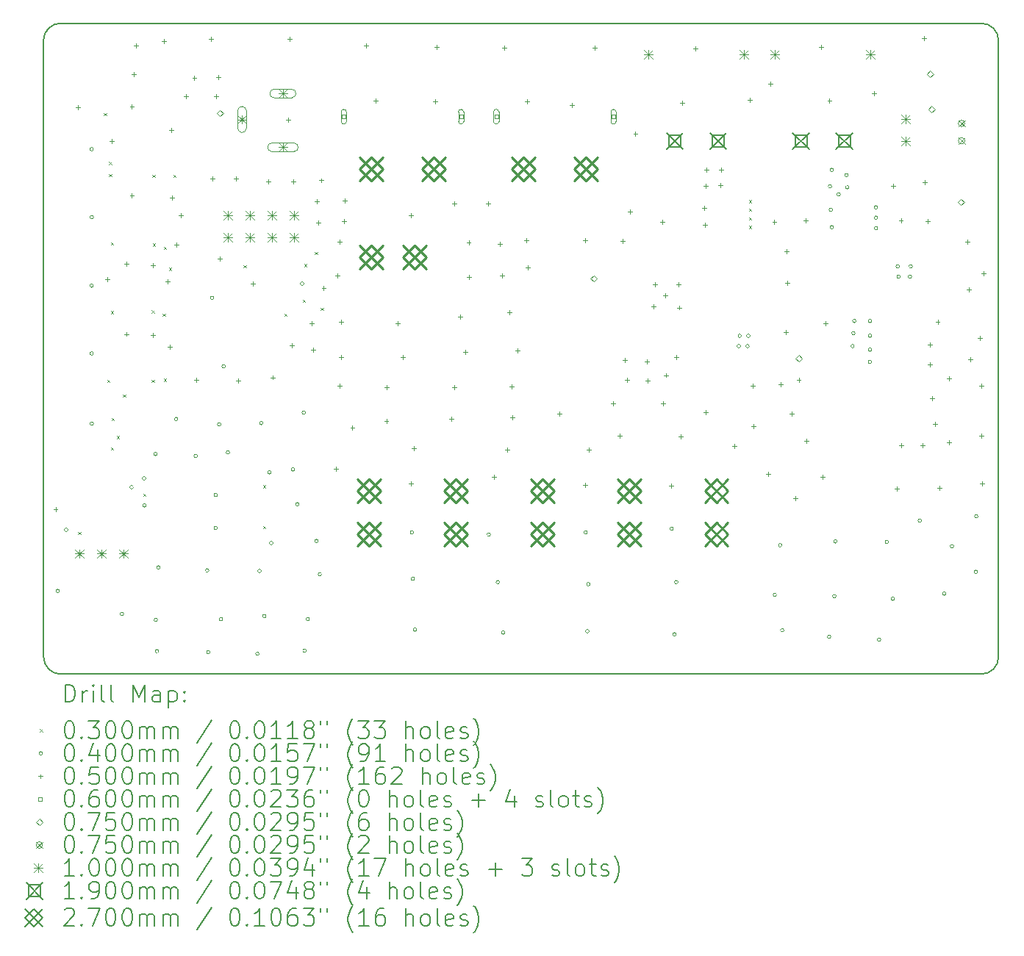
<source format=gbr>
%TF.GenerationSoftware,KiCad,Pcbnew,8.0.5+1*%
%TF.CreationDate,2024-10-17T10:57:35-04:00*%
%TF.ProjectId,mainBoard,6d61696e-426f-4617-9264-2e6b69636164,rev?*%
%TF.SameCoordinates,Original*%
%TF.FileFunction,Drillmap*%
%TF.FilePolarity,Positive*%
%FSLAX45Y45*%
G04 Gerber Fmt 4.5, Leading zero omitted, Abs format (unit mm)*
G04 Created by KiCad (PCBNEW 8.0.5+1) date 2024-10-17 10:57:35*
%MOMM*%
%LPD*%
G01*
G04 APERTURE LIST*
%ADD10C,0.200000*%
%ADD11C,0.100000*%
%ADD12C,0.190000*%
%ADD13C,0.270000*%
G04 APERTURE END LIST*
D10*
X12550000Y-2180000D02*
X12550000Y-9280000D01*
X1550000Y-2180000D02*
X1550000Y-9280000D01*
X1750000Y-9480000D02*
G75*
G02*
X1550000Y-9280000I0J200000D01*
G01*
X1750000Y-9480000D02*
X12350000Y-9480000D01*
X12550000Y-9280000D02*
G75*
G02*
X12350000Y-9480000I-200000J0D01*
G01*
X12350000Y-1980000D02*
G75*
G02*
X12550000Y-2180000I0J-200000D01*
G01*
X1750000Y-1980000D02*
X12350000Y-1980000D01*
X1550000Y-2180000D02*
G75*
G02*
X1750000Y-1980000I200000J0D01*
G01*
D11*
X1948579Y-7841421D02*
X1978579Y-7871421D01*
X1978579Y-7841421D02*
X1948579Y-7871421D01*
X2243579Y-3016421D02*
X2273579Y-3046421D01*
X2273579Y-3016421D02*
X2243579Y-3046421D01*
X2283579Y-6086421D02*
X2313579Y-6116421D01*
X2313579Y-6086421D02*
X2283579Y-6116421D01*
X2303579Y-3576421D02*
X2333579Y-3606421D01*
X2333579Y-3576421D02*
X2303579Y-3606421D01*
X2303579Y-3715500D02*
X2333579Y-3745500D01*
X2333579Y-3715500D02*
X2303579Y-3745500D01*
X2323579Y-4505500D02*
X2353579Y-4535500D01*
X2353579Y-4505500D02*
X2323579Y-4535500D01*
X2323579Y-5296422D02*
X2353579Y-5326422D01*
X2353579Y-5296422D02*
X2323579Y-5326422D01*
X2323579Y-6866421D02*
X2353579Y-6896421D01*
X2353579Y-6866421D02*
X2323579Y-6896421D01*
X2333579Y-6526421D02*
X2363579Y-6556421D01*
X2363579Y-6526421D02*
X2333579Y-6556421D01*
X2393579Y-6736421D02*
X2423579Y-6766421D01*
X2423579Y-6736421D02*
X2393579Y-6766421D01*
X2463579Y-6256421D02*
X2493579Y-6286421D01*
X2493579Y-6256421D02*
X2463579Y-6286421D01*
X2698579Y-7401421D02*
X2728579Y-7431421D01*
X2728579Y-7401421D02*
X2698579Y-7431421D01*
X2793579Y-5286422D02*
X2823579Y-5316422D01*
X2823579Y-5286422D02*
X2793579Y-5316422D01*
X2797500Y-6086421D02*
X2827500Y-6116421D01*
X2827500Y-6086421D02*
X2797500Y-6116421D01*
X2803579Y-3726421D02*
X2833579Y-3756421D01*
X2833579Y-3726421D02*
X2803579Y-3756421D01*
X2807500Y-4516422D02*
X2837500Y-4546422D01*
X2837500Y-4516422D02*
X2807500Y-4546422D01*
X2923579Y-5326422D02*
X2953579Y-5356422D01*
X2953579Y-5326422D02*
X2923579Y-5356422D01*
X2933579Y-4556422D02*
X2963579Y-4586422D01*
X2963579Y-4556422D02*
X2933579Y-4586422D01*
X2933579Y-6076421D02*
X2963579Y-6106421D01*
X2963579Y-6076421D02*
X2933579Y-6106421D01*
X2993579Y-4796422D02*
X3023579Y-4826422D01*
X3023579Y-4796422D02*
X2993579Y-4826422D01*
X3043579Y-3726421D02*
X3073579Y-3756421D01*
X3073579Y-3726421D02*
X3043579Y-3756421D01*
X3853579Y-4766422D02*
X3883579Y-4796422D01*
X3883579Y-4766422D02*
X3853579Y-4796422D01*
X4078579Y-7301421D02*
X4108579Y-7331421D01*
X4108579Y-7301421D02*
X4078579Y-7331421D01*
X4078579Y-7771421D02*
X4108579Y-7801421D01*
X4108579Y-7771421D02*
X4078579Y-7801421D01*
X4323579Y-5326422D02*
X4353579Y-5356422D01*
X4353579Y-5326422D02*
X4323579Y-5356422D01*
X4533579Y-5166422D02*
X4563579Y-5196422D01*
X4563579Y-5166422D02*
X4533579Y-5196422D01*
X4553579Y-4756422D02*
X4583579Y-4786422D01*
X4583579Y-4756422D02*
X4553579Y-4786422D01*
X4673579Y-4616422D02*
X4703579Y-4646422D01*
X4703579Y-4616422D02*
X4673579Y-4646422D01*
X4743579Y-5256422D02*
X4773579Y-5286422D01*
X4773579Y-5256422D02*
X4743579Y-5286422D01*
X9673579Y-4016421D02*
X9703579Y-4046421D01*
X9703579Y-4016421D02*
X9673579Y-4046421D01*
X9673579Y-4116421D02*
X9703579Y-4146421D01*
X9703579Y-4116421D02*
X9673579Y-4146421D01*
X9673579Y-4216422D02*
X9703579Y-4246422D01*
X9703579Y-4216422D02*
X9673579Y-4246422D01*
X9673579Y-4316422D02*
X9703579Y-4346422D01*
X9703579Y-4316422D02*
X9673579Y-4346422D01*
X1733579Y-8521422D02*
G75*
G02*
X1693579Y-8521422I-20000J0D01*
G01*
X1693579Y-8521422D02*
G75*
G02*
X1733579Y-8521422I20000J0D01*
G01*
X1831079Y-7816421D02*
G75*
G02*
X1791079Y-7816421I-20000J0D01*
G01*
X1791079Y-7816421D02*
G75*
G02*
X1831079Y-7816421I20000J0D01*
G01*
X2125000Y-3431421D02*
G75*
G02*
X2085000Y-3431421I-20000J0D01*
G01*
X2085000Y-3431421D02*
G75*
G02*
X2125000Y-3431421I20000J0D01*
G01*
X2125000Y-4215000D02*
G75*
G02*
X2085000Y-4215000I-20000J0D01*
G01*
X2085000Y-4215000D02*
G75*
G02*
X2125000Y-4215000I20000J0D01*
G01*
X2125000Y-5005000D02*
G75*
G02*
X2085000Y-5005000I-20000J0D01*
G01*
X2085000Y-5005000D02*
G75*
G02*
X2125000Y-5005000I20000J0D01*
G01*
X2125000Y-5785000D02*
G75*
G02*
X2085000Y-5785000I-20000J0D01*
G01*
X2085000Y-5785000D02*
G75*
G02*
X2125000Y-5785000I20000J0D01*
G01*
X2125000Y-6595000D02*
G75*
G02*
X2085000Y-6595000I-20000J0D01*
G01*
X2085000Y-6595000D02*
G75*
G02*
X2125000Y-6595000I20000J0D01*
G01*
X2473579Y-8786422D02*
G75*
G02*
X2433579Y-8786422I-20000J0D01*
G01*
X2433579Y-8786422D02*
G75*
G02*
X2473579Y-8786422I20000J0D01*
G01*
X2583579Y-7326421D02*
G75*
G02*
X2543579Y-7326421I-20000J0D01*
G01*
X2543579Y-7326421D02*
G75*
G02*
X2583579Y-7326421I20000J0D01*
G01*
X2728579Y-7223921D02*
G75*
G02*
X2688579Y-7223921I-20000J0D01*
G01*
X2688579Y-7223921D02*
G75*
G02*
X2728579Y-7223921I20000J0D01*
G01*
X2733579Y-7536421D02*
G75*
G02*
X2693579Y-7536421I-20000J0D01*
G01*
X2693579Y-7536421D02*
G75*
G02*
X2733579Y-7536421I20000J0D01*
G01*
X2859663Y-6944327D02*
G75*
G02*
X2819663Y-6944327I-20000J0D01*
G01*
X2819663Y-6944327D02*
G75*
G02*
X2859663Y-6944327I20000J0D01*
G01*
X2863579Y-8856422D02*
G75*
G02*
X2823579Y-8856422I-20000J0D01*
G01*
X2823579Y-8856422D02*
G75*
G02*
X2863579Y-8856422I20000J0D01*
G01*
X2875616Y-9214955D02*
G75*
G02*
X2835616Y-9214955I-20000J0D01*
G01*
X2835616Y-9214955D02*
G75*
G02*
X2875616Y-9214955I20000J0D01*
G01*
X2893579Y-8251421D02*
G75*
G02*
X2853579Y-8251421I-20000J0D01*
G01*
X2853579Y-8251421D02*
G75*
G02*
X2893579Y-8251421I20000J0D01*
G01*
X3098579Y-6541421D02*
G75*
G02*
X3058579Y-6541421I-20000J0D01*
G01*
X3058579Y-6541421D02*
G75*
G02*
X3098579Y-6541421I20000J0D01*
G01*
X3323579Y-6966421D02*
G75*
G02*
X3283579Y-6966421I-20000J0D01*
G01*
X3283579Y-6966421D02*
G75*
G02*
X3323579Y-6966421I20000J0D01*
G01*
X3455238Y-8284370D02*
G75*
G02*
X3415238Y-8284370I-20000J0D01*
G01*
X3415238Y-8284370D02*
G75*
G02*
X3455238Y-8284370I20000J0D01*
G01*
X3468579Y-9226422D02*
G75*
G02*
X3428579Y-9226422I-20000J0D01*
G01*
X3428579Y-9226422D02*
G75*
G02*
X3468579Y-9226422I20000J0D01*
G01*
X3512157Y-5145000D02*
G75*
G02*
X3472157Y-5145000I-20000J0D01*
G01*
X3472157Y-5145000D02*
G75*
G02*
X3512157Y-5145000I20000J0D01*
G01*
X3553579Y-7416421D02*
G75*
G02*
X3513579Y-7416421I-20000J0D01*
G01*
X3513579Y-7416421D02*
G75*
G02*
X3553579Y-7416421I20000J0D01*
G01*
X3553579Y-7796421D02*
G75*
G02*
X3513579Y-7796421I-20000J0D01*
G01*
X3513579Y-7796421D02*
G75*
G02*
X3553579Y-7796421I20000J0D01*
G01*
X3593496Y-6601339D02*
G75*
G02*
X3553496Y-6601339I-20000J0D01*
G01*
X3553496Y-6601339D02*
G75*
G02*
X3593496Y-6601339I20000J0D01*
G01*
X3613579Y-8846422D02*
G75*
G02*
X3573579Y-8846422I-20000J0D01*
G01*
X3573579Y-8846422D02*
G75*
G02*
X3613579Y-8846422I20000J0D01*
G01*
X3645750Y-5934250D02*
G75*
G02*
X3605750Y-5934250I-20000J0D01*
G01*
X3605750Y-5934250D02*
G75*
G02*
X3645750Y-5934250I20000J0D01*
G01*
X3693579Y-6926421D02*
G75*
G02*
X3653579Y-6926421I-20000J0D01*
G01*
X3653579Y-6926421D02*
G75*
G02*
X3693579Y-6926421I20000J0D01*
G01*
X4033579Y-9246422D02*
G75*
G02*
X3993579Y-9246422I-20000J0D01*
G01*
X3993579Y-9246422D02*
G75*
G02*
X4033579Y-9246422I20000J0D01*
G01*
X4058789Y-8292346D02*
G75*
G02*
X4018789Y-8292346I-20000J0D01*
G01*
X4018789Y-8292346D02*
G75*
G02*
X4058789Y-8292346I20000J0D01*
G01*
X4077401Y-6588045D02*
G75*
G02*
X4037401Y-6588045I-20000J0D01*
G01*
X4037401Y-6588045D02*
G75*
G02*
X4077401Y-6588045I20000J0D01*
G01*
X4113579Y-8811422D02*
G75*
G02*
X4073579Y-8811422I-20000J0D01*
G01*
X4073579Y-8811422D02*
G75*
G02*
X4113579Y-8811422I20000J0D01*
G01*
X4171079Y-7156421D02*
G75*
G02*
X4131079Y-7156421I-20000J0D01*
G01*
X4131079Y-7156421D02*
G75*
G02*
X4171079Y-7156421I20000J0D01*
G01*
X4193579Y-7968921D02*
G75*
G02*
X4153579Y-7968921I-20000J0D01*
G01*
X4153579Y-7968921D02*
G75*
G02*
X4193579Y-7968921I20000J0D01*
G01*
X4443579Y-7121421D02*
G75*
G02*
X4403579Y-7121421I-20000J0D01*
G01*
X4403579Y-7121421D02*
G75*
G02*
X4443579Y-7121421I20000J0D01*
G01*
X4493579Y-7521421D02*
G75*
G02*
X4453579Y-7521421I-20000J0D01*
G01*
X4453579Y-7521421D02*
G75*
G02*
X4493579Y-7521421I20000J0D01*
G01*
X4548579Y-4981422D02*
G75*
G02*
X4508579Y-4981422I-20000J0D01*
G01*
X4508579Y-4981422D02*
G75*
G02*
X4548579Y-4981422I20000J0D01*
G01*
X4568579Y-6466421D02*
G75*
G02*
X4528579Y-6466421I-20000J0D01*
G01*
X4528579Y-6466421D02*
G75*
G02*
X4568579Y-6466421I20000J0D01*
G01*
X4577258Y-9209638D02*
G75*
G02*
X4537258Y-9209638I-20000J0D01*
G01*
X4537258Y-9209638D02*
G75*
G02*
X4577258Y-9209638I20000J0D01*
G01*
X4613579Y-8846422D02*
G75*
G02*
X4573579Y-8846422I-20000J0D01*
G01*
X4573579Y-8846422D02*
G75*
G02*
X4613579Y-8846422I20000J0D01*
G01*
X4713579Y-7946421D02*
G75*
G02*
X4673579Y-7946421I-20000J0D01*
G01*
X4673579Y-7946421D02*
G75*
G02*
X4713579Y-7946421I20000J0D01*
G01*
X4752740Y-8329570D02*
G75*
G02*
X4712740Y-8329570I-20000J0D01*
G01*
X4712740Y-8329570D02*
G75*
G02*
X4752740Y-8329570I20000J0D01*
G01*
X5813579Y-7846421D02*
G75*
G02*
X5773579Y-7846421I-20000J0D01*
G01*
X5773579Y-7846421D02*
G75*
G02*
X5813579Y-7846421I20000J0D01*
G01*
X5823579Y-8381421D02*
G75*
G02*
X5783579Y-8381421I-20000J0D01*
G01*
X5783579Y-8381421D02*
G75*
G02*
X5823579Y-8381421I20000J0D01*
G01*
X5848579Y-8966422D02*
G75*
G02*
X5808579Y-8966422I-20000J0D01*
G01*
X5808579Y-8966422D02*
G75*
G02*
X5848579Y-8966422I20000J0D01*
G01*
X6698579Y-7871421D02*
G75*
G02*
X6658579Y-7871421I-20000J0D01*
G01*
X6658579Y-7871421D02*
G75*
G02*
X6698579Y-7871421I20000J0D01*
G01*
X6802687Y-8419969D02*
G75*
G02*
X6762687Y-8419969I-20000J0D01*
G01*
X6762687Y-8419969D02*
G75*
G02*
X6802687Y-8419969I20000J0D01*
G01*
X6863579Y-9001422D02*
G75*
G02*
X6823579Y-9001422I-20000J0D01*
G01*
X6823579Y-9001422D02*
G75*
G02*
X6863579Y-9001422I20000J0D01*
G01*
X7813579Y-7846421D02*
G75*
G02*
X7773579Y-7846421I-20000J0D01*
G01*
X7773579Y-7846421D02*
G75*
G02*
X7813579Y-7846421I20000J0D01*
G01*
X7833579Y-8986422D02*
G75*
G02*
X7793579Y-8986422I-20000J0D01*
G01*
X7793579Y-8986422D02*
G75*
G02*
X7833579Y-8986422I20000J0D01*
G01*
X7844943Y-8443899D02*
G75*
G02*
X7804943Y-8443899I-20000J0D01*
G01*
X7804943Y-8443899D02*
G75*
G02*
X7844943Y-8443899I20000J0D01*
G01*
X8804776Y-7805783D02*
G75*
G02*
X8764776Y-7805783I-20000J0D01*
G01*
X8764776Y-7805783D02*
G75*
G02*
X8804776Y-7805783I20000J0D01*
G01*
X8838579Y-9021422D02*
G75*
G02*
X8798579Y-9021422I-20000J0D01*
G01*
X8798579Y-9021422D02*
G75*
G02*
X8838579Y-9021422I20000J0D01*
G01*
X8857952Y-8419969D02*
G75*
G02*
X8817952Y-8419969I-20000J0D01*
G01*
X8817952Y-8419969D02*
G75*
G02*
X8857952Y-8419969I20000J0D01*
G01*
X9578579Y-5701421D02*
G75*
G02*
X9538579Y-5701421I-20000J0D01*
G01*
X9538579Y-5701421D02*
G75*
G02*
X9578579Y-5701421I20000J0D01*
G01*
X9588579Y-5581422D02*
G75*
G02*
X9548579Y-5581422I-20000J0D01*
G01*
X9548579Y-5581422D02*
G75*
G02*
X9588579Y-5581422I20000J0D01*
G01*
X9678579Y-5701421D02*
G75*
G02*
X9638579Y-5701421I-20000J0D01*
G01*
X9638579Y-5701421D02*
G75*
G02*
X9678579Y-5701421I20000J0D01*
G01*
X9688579Y-5581422D02*
G75*
G02*
X9648579Y-5581422I-20000J0D01*
G01*
X9648579Y-5581422D02*
G75*
G02*
X9688579Y-5581422I20000J0D01*
G01*
X9993266Y-8566204D02*
G75*
G02*
X9953266Y-8566204I-20000J0D01*
G01*
X9953266Y-8566204D02*
G75*
G02*
X9993266Y-8566204I20000J0D01*
G01*
X10054419Y-7994559D02*
G75*
G02*
X10014419Y-7994559I-20000J0D01*
G01*
X10014419Y-7994559D02*
G75*
G02*
X10054419Y-7994559I20000J0D01*
G01*
X10078348Y-8975662D02*
G75*
G02*
X10038348Y-8975662I-20000J0D01*
G01*
X10038348Y-8975662D02*
G75*
G02*
X10078348Y-8975662I20000J0D01*
G01*
X10618579Y-9051422D02*
G75*
G02*
X10578579Y-9051422I-20000J0D01*
G01*
X10578579Y-9051422D02*
G75*
G02*
X10618579Y-9051422I20000J0D01*
G01*
X10628579Y-3861421D02*
G75*
G02*
X10588579Y-3861421I-20000J0D01*
G01*
X10588579Y-3861421D02*
G75*
G02*
X10628579Y-3861421I20000J0D01*
G01*
X10638579Y-4131421D02*
G75*
G02*
X10598579Y-4131421I-20000J0D01*
G01*
X10598579Y-4131421D02*
G75*
G02*
X10638579Y-4131421I20000J0D01*
G01*
X10648579Y-3671421D02*
G75*
G02*
X10608579Y-3671421I-20000J0D01*
G01*
X10608579Y-3671421D02*
G75*
G02*
X10648579Y-3671421I20000J0D01*
G01*
X10648579Y-4331422D02*
G75*
G02*
X10608579Y-4331422I-20000J0D01*
G01*
X10608579Y-4331422D02*
G75*
G02*
X10648579Y-4331422I20000J0D01*
G01*
X10678579Y-8581422D02*
G75*
G02*
X10638579Y-8581422I-20000J0D01*
G01*
X10638579Y-8581422D02*
G75*
G02*
X10678579Y-8581422I20000J0D01*
G01*
X10689876Y-7952018D02*
G75*
G02*
X10649876Y-7952018I-20000J0D01*
G01*
X10649876Y-7952018D02*
G75*
G02*
X10689876Y-7952018I20000J0D01*
G01*
X10728579Y-3951421D02*
G75*
G02*
X10688579Y-3951421I-20000J0D01*
G01*
X10688579Y-3951421D02*
G75*
G02*
X10728579Y-3951421I20000J0D01*
G01*
X10818579Y-3731421D02*
G75*
G02*
X10778579Y-3731421I-20000J0D01*
G01*
X10778579Y-3731421D02*
G75*
G02*
X10818579Y-3731421I20000J0D01*
G01*
X10828579Y-3871421D02*
G75*
G02*
X10788579Y-3871421I-20000J0D01*
G01*
X10788579Y-3871421D02*
G75*
G02*
X10828579Y-3871421I20000J0D01*
G01*
X10888579Y-5701421D02*
G75*
G02*
X10848579Y-5701421I-20000J0D01*
G01*
X10848579Y-5701421D02*
G75*
G02*
X10888579Y-5701421I20000J0D01*
G01*
X10898579Y-5551422D02*
G75*
G02*
X10858579Y-5551422I-20000J0D01*
G01*
X10858579Y-5551422D02*
G75*
G02*
X10898579Y-5551422I20000J0D01*
G01*
X10908579Y-5411422D02*
G75*
G02*
X10868579Y-5411422I-20000J0D01*
G01*
X10868579Y-5411422D02*
G75*
G02*
X10908579Y-5411422I20000J0D01*
G01*
X11088579Y-5411422D02*
G75*
G02*
X11048579Y-5411422I-20000J0D01*
G01*
X11048579Y-5411422D02*
G75*
G02*
X11088579Y-5411422I20000J0D01*
G01*
X11088579Y-5581422D02*
G75*
G02*
X11048579Y-5581422I-20000J0D01*
G01*
X11048579Y-5581422D02*
G75*
G02*
X11088579Y-5581422I20000J0D01*
G01*
X11088579Y-5741421D02*
G75*
G02*
X11048579Y-5741421I-20000J0D01*
G01*
X11048579Y-5741421D02*
G75*
G02*
X11088579Y-5741421I20000J0D01*
G01*
X11088579Y-5881421D02*
G75*
G02*
X11048579Y-5881421I-20000J0D01*
G01*
X11048579Y-5881421D02*
G75*
G02*
X11088579Y-5881421I20000J0D01*
G01*
X11158579Y-4101421D02*
G75*
G02*
X11118579Y-4101421I-20000J0D01*
G01*
X11118579Y-4101421D02*
G75*
G02*
X11158579Y-4101421I20000J0D01*
G01*
X11158579Y-4221422D02*
G75*
G02*
X11118579Y-4221422I-20000J0D01*
G01*
X11118579Y-4221422D02*
G75*
G02*
X11158579Y-4221422I20000J0D01*
G01*
X11158579Y-4341422D02*
G75*
G02*
X11118579Y-4341422I-20000J0D01*
G01*
X11118579Y-4341422D02*
G75*
G02*
X11158579Y-4341422I20000J0D01*
G01*
X11193579Y-9081422D02*
G75*
G02*
X11153579Y-9081422I-20000J0D01*
G01*
X11153579Y-9081422D02*
G75*
G02*
X11193579Y-9081422I20000J0D01*
G01*
X11283579Y-7956421D02*
G75*
G02*
X11243579Y-7956421I-20000J0D01*
G01*
X11243579Y-7956421D02*
G75*
G02*
X11283579Y-7956421I20000J0D01*
G01*
X11351921Y-8611404D02*
G75*
G02*
X11311921Y-8611404I-20000J0D01*
G01*
X11311921Y-8611404D02*
G75*
G02*
X11351921Y-8611404I20000J0D01*
G01*
X11408579Y-4781422D02*
G75*
G02*
X11368579Y-4781422I-20000J0D01*
G01*
X11368579Y-4781422D02*
G75*
G02*
X11408579Y-4781422I20000J0D01*
G01*
X11418579Y-4901422D02*
G75*
G02*
X11378579Y-4901422I-20000J0D01*
G01*
X11378579Y-4901422D02*
G75*
G02*
X11418579Y-4901422I20000J0D01*
G01*
X11548579Y-4901422D02*
G75*
G02*
X11508579Y-4901422I-20000J0D01*
G01*
X11508579Y-4901422D02*
G75*
G02*
X11548579Y-4901422I20000J0D01*
G01*
X11558579Y-4781422D02*
G75*
G02*
X11518579Y-4781422I-20000J0D01*
G01*
X11518579Y-4781422D02*
G75*
G02*
X11558579Y-4781422I20000J0D01*
G01*
X11663579Y-7711421D02*
G75*
G02*
X11623579Y-7711421I-20000J0D01*
G01*
X11623579Y-7711421D02*
G75*
G02*
X11663579Y-7711421I20000J0D01*
G01*
X11944837Y-8552910D02*
G75*
G02*
X11904837Y-8552910I-20000J0D01*
G01*
X11904837Y-8552910D02*
G75*
G02*
X11944837Y-8552910I20000J0D01*
G01*
X12033579Y-8006421D02*
G75*
G02*
X11993579Y-8006421I-20000J0D01*
G01*
X11993579Y-8006421D02*
G75*
G02*
X12033579Y-8006421I20000J0D01*
G01*
X12308579Y-8301421D02*
G75*
G02*
X12268579Y-8301421I-20000J0D01*
G01*
X12268579Y-8301421D02*
G75*
G02*
X12308579Y-8301421I20000J0D01*
G01*
X12313579Y-7661421D02*
G75*
G02*
X12273579Y-7661421I-20000J0D01*
G01*
X12273579Y-7661421D02*
G75*
G02*
X12313579Y-7661421I20000J0D01*
G01*
X1688579Y-7556421D02*
X1688579Y-7606421D01*
X1663579Y-7581421D02*
X1713579Y-7581421D01*
X1948579Y-2926421D02*
X1948579Y-2976421D01*
X1923579Y-2951421D02*
X1973579Y-2951421D01*
X2288579Y-4906422D02*
X2288579Y-4956422D01*
X2263579Y-4931422D02*
X2313579Y-4931422D01*
X2338579Y-3316421D02*
X2338579Y-3366421D01*
X2313579Y-3341421D02*
X2363579Y-3341421D01*
X2508579Y-4726422D02*
X2508579Y-4776422D01*
X2483579Y-4751422D02*
X2533579Y-4751422D01*
X2508579Y-5536422D02*
X2508579Y-5586422D01*
X2483579Y-5561422D02*
X2533579Y-5561422D01*
X2568579Y-2916421D02*
X2568579Y-2966421D01*
X2543579Y-2941421D02*
X2593579Y-2941421D01*
X2568579Y-3936421D02*
X2568579Y-3986421D01*
X2543579Y-3961421D02*
X2593579Y-3961421D01*
X2588579Y-2546422D02*
X2588579Y-2596422D01*
X2563579Y-2571422D02*
X2613579Y-2571422D01*
X2617819Y-2213679D02*
X2617819Y-2263679D01*
X2592819Y-2238679D02*
X2642819Y-2238679D01*
X2808579Y-4746422D02*
X2808579Y-4796422D01*
X2783579Y-4771422D02*
X2833579Y-4771422D01*
X2808579Y-5546422D02*
X2808579Y-5596421D01*
X2783579Y-5571422D02*
X2833579Y-5571422D01*
X2939075Y-2161381D02*
X2939075Y-2211381D01*
X2914075Y-2186381D02*
X2964075Y-2186381D01*
X2978579Y-4934500D02*
X2978579Y-4984500D01*
X2953579Y-4959500D02*
X3003579Y-4959500D01*
X3008579Y-5686421D02*
X3008579Y-5736421D01*
X2983579Y-5711421D02*
X3033579Y-5711421D01*
X3018579Y-3186421D02*
X3018579Y-3236421D01*
X2993579Y-3211421D02*
X3043579Y-3211421D01*
X3028579Y-3966421D02*
X3028579Y-4016421D01*
X3003579Y-3991421D02*
X3053579Y-3991421D01*
X3078579Y-4506422D02*
X3078579Y-4556422D01*
X3053579Y-4531422D02*
X3103579Y-4531422D01*
X3129258Y-4166008D02*
X3129258Y-4216008D01*
X3104258Y-4191008D02*
X3154258Y-4191008D01*
X3188579Y-2796421D02*
X3188579Y-2846421D01*
X3163579Y-2821421D02*
X3213579Y-2821421D01*
X3288579Y-2586422D02*
X3288579Y-2636422D01*
X3263579Y-2611422D02*
X3313579Y-2611422D01*
X3308579Y-6066421D02*
X3308579Y-6116421D01*
X3283579Y-6091421D02*
X3333579Y-6091421D01*
X3478859Y-2135233D02*
X3478859Y-2185233D01*
X3453859Y-2160233D02*
X3503859Y-2160233D01*
X3498579Y-3746421D02*
X3498579Y-3796421D01*
X3473579Y-3771421D02*
X3523579Y-3771421D01*
X3538579Y-2796421D02*
X3538579Y-2846421D01*
X3513579Y-2821421D02*
X3563579Y-2821421D01*
X3562787Y-2575918D02*
X3562787Y-2625918D01*
X3537787Y-2600918D02*
X3587787Y-2600918D01*
X3578579Y-4666422D02*
X3578579Y-4716422D01*
X3553579Y-4691422D02*
X3603579Y-4691422D01*
X3768579Y-3746421D02*
X3768579Y-3796421D01*
X3743579Y-3771421D02*
X3793579Y-3771421D01*
X3789295Y-6075864D02*
X3789295Y-6125864D01*
X3764295Y-6100864D02*
X3814295Y-6100864D01*
X3963579Y-4956422D02*
X3963579Y-5006422D01*
X3938579Y-4981422D02*
X3988579Y-4981422D01*
X4138579Y-3776421D02*
X4138579Y-3826421D01*
X4113579Y-3801421D02*
X4163579Y-3801421D01*
X4188582Y-6036018D02*
X4188582Y-6086018D01*
X4163582Y-6061018D02*
X4213582Y-6061018D01*
X4368579Y-3066421D02*
X4368579Y-3116421D01*
X4343579Y-3091421D02*
X4393579Y-3091421D01*
X4388579Y-2136422D02*
X4388579Y-2186422D01*
X4363579Y-2161422D02*
X4413579Y-2161422D01*
X4408579Y-5666421D02*
X4408579Y-5716421D01*
X4383579Y-5691421D02*
X4433579Y-5691421D01*
X4428579Y-3776421D02*
X4428579Y-3826421D01*
X4403579Y-3801421D02*
X4453579Y-3801421D01*
X4638579Y-5416422D02*
X4638579Y-5466422D01*
X4613579Y-5441422D02*
X4663579Y-5441422D01*
X4658579Y-5716421D02*
X4658579Y-5766421D01*
X4633579Y-5741421D02*
X4683579Y-5741421D01*
X4698579Y-4006421D02*
X4698579Y-4056421D01*
X4673579Y-4031421D02*
X4723579Y-4031421D01*
X4713608Y-4251181D02*
X4713608Y-4301181D01*
X4688608Y-4276181D02*
X4738608Y-4276181D01*
X4748579Y-3766421D02*
X4748579Y-3816421D01*
X4723579Y-3791421D02*
X4773579Y-3791421D01*
X4778579Y-5006422D02*
X4778579Y-5056422D01*
X4753579Y-5031422D02*
X4803579Y-5031422D01*
X4918579Y-7086421D02*
X4918579Y-7136421D01*
X4893579Y-7111421D02*
X4943579Y-7111421D01*
X4938579Y-4866422D02*
X4938579Y-4916422D01*
X4913579Y-4891422D02*
X4963579Y-4891422D01*
X4958579Y-4476422D02*
X4958579Y-4526422D01*
X4933579Y-4501422D02*
X4983579Y-4501422D01*
X4958579Y-6136421D02*
X4958579Y-6186421D01*
X4933579Y-6161421D02*
X4983579Y-6161421D01*
X4978579Y-5396422D02*
X4978579Y-5446422D01*
X4953579Y-5421422D02*
X5003579Y-5421422D01*
X4978579Y-5806421D02*
X4978579Y-5856421D01*
X4953579Y-5831421D02*
X5003579Y-5831421D01*
X5008579Y-4236422D02*
X5008579Y-4286422D01*
X4983579Y-4261422D02*
X5033579Y-4261422D01*
X5018579Y-3996421D02*
X5018579Y-4046421D01*
X4993579Y-4021421D02*
X5043579Y-4021421D01*
X5108579Y-6616421D02*
X5108579Y-6666421D01*
X5083579Y-6641421D02*
X5133579Y-6641421D01*
X5268579Y-2216422D02*
X5268579Y-2266422D01*
X5243579Y-2241422D02*
X5293579Y-2241422D01*
X5378579Y-2846421D02*
X5378579Y-2896421D01*
X5353579Y-2871421D02*
X5403579Y-2871421D01*
X5498579Y-6536421D02*
X5498579Y-6586421D01*
X5473579Y-6561421D02*
X5523579Y-6561421D01*
X5503752Y-6146710D02*
X5503752Y-6196710D01*
X5478752Y-6171710D02*
X5528752Y-6171710D01*
X5628579Y-5416422D02*
X5628579Y-5466422D01*
X5603579Y-5441422D02*
X5653579Y-5441422D01*
X5688579Y-5806421D02*
X5688579Y-5856421D01*
X5663579Y-5831421D02*
X5713579Y-5831421D01*
X5778579Y-4166421D02*
X5778579Y-4216422D01*
X5753579Y-4191421D02*
X5803579Y-4191421D01*
X5783579Y-7256421D02*
X5783579Y-7306421D01*
X5758579Y-7281421D02*
X5808579Y-7281421D01*
X5817249Y-6850393D02*
X5817249Y-6900393D01*
X5792249Y-6875393D02*
X5842249Y-6875393D01*
X6058579Y-2856421D02*
X6058579Y-2906421D01*
X6033579Y-2881421D02*
X6083579Y-2881421D01*
X6080656Y-2232356D02*
X6080656Y-2282356D01*
X6055656Y-2257356D02*
X6105656Y-2257356D01*
X6248579Y-6516421D02*
X6248579Y-6566421D01*
X6223579Y-6541421D02*
X6273579Y-6541421D01*
X6278579Y-4036421D02*
X6278579Y-4086421D01*
X6253579Y-4061421D02*
X6303579Y-4061421D01*
X6279809Y-6146710D02*
X6279809Y-6196710D01*
X6254809Y-6171710D02*
X6304809Y-6171710D01*
X6347352Y-5333521D02*
X6347352Y-5383521D01*
X6322352Y-5358521D02*
X6372352Y-5358521D01*
X6408579Y-5746421D02*
X6408579Y-5796421D01*
X6383579Y-5771421D02*
X6433579Y-5771421D01*
X6446966Y-4485556D02*
X6446966Y-4535556D01*
X6421966Y-4510556D02*
X6471966Y-4510556D01*
X6448579Y-4876422D02*
X6448579Y-4926422D01*
X6423579Y-4901422D02*
X6473579Y-4901422D01*
X6668579Y-4036421D02*
X6668579Y-4086421D01*
X6643579Y-4061421D02*
X6693579Y-4061421D01*
X6738579Y-7186421D02*
X6738579Y-7236421D01*
X6713579Y-7211421D02*
X6763579Y-7211421D01*
X6808579Y-4496422D02*
X6808579Y-4546422D01*
X6783579Y-4521422D02*
X6833579Y-4521422D01*
X6828579Y-4866422D02*
X6828579Y-4916422D01*
X6803579Y-4891422D02*
X6853579Y-4891422D01*
X6858579Y-2236422D02*
X6858579Y-2286422D01*
X6833579Y-2261422D02*
X6883579Y-2261422D01*
X6888579Y-6866421D02*
X6888579Y-6916421D01*
X6863579Y-6891421D02*
X6913579Y-6891421D01*
X6918888Y-5283714D02*
X6918888Y-5333714D01*
X6893888Y-5308714D02*
X6943888Y-5308714D01*
X6938196Y-6141106D02*
X6938196Y-6191106D01*
X6913196Y-6166106D02*
X6963196Y-6166106D01*
X6948579Y-6496421D02*
X6948579Y-6546421D01*
X6923579Y-6521421D02*
X6973579Y-6521421D01*
X7008579Y-5726421D02*
X7008579Y-5776421D01*
X6983579Y-5751421D02*
X7033579Y-5751421D01*
X7108579Y-4456422D02*
X7108579Y-4506422D01*
X7083579Y-4481422D02*
X7133579Y-4481422D01*
X7118579Y-2856421D02*
X7118579Y-2906421D01*
X7093579Y-2881421D02*
X7143579Y-2881421D01*
X7128579Y-4766422D02*
X7128579Y-4816422D01*
X7103579Y-4791422D02*
X7153579Y-4791422D01*
X7488579Y-6456421D02*
X7488579Y-6506421D01*
X7463579Y-6481421D02*
X7513579Y-6481421D01*
X7638579Y-2896421D02*
X7638579Y-2946421D01*
X7613579Y-2921421D02*
X7663579Y-2921421D01*
X7788579Y-4456422D02*
X7788579Y-4506422D01*
X7763579Y-4481422D02*
X7813579Y-4481422D01*
X7788579Y-7276421D02*
X7788579Y-7326421D01*
X7763579Y-7301421D02*
X7813579Y-7301421D01*
X7833579Y-6871421D02*
X7833579Y-6921421D01*
X7808579Y-6896421D02*
X7858579Y-6896421D01*
X7901727Y-2241695D02*
X7901727Y-2291695D01*
X7876727Y-2266695D02*
X7926727Y-2266695D01*
X8108579Y-6336421D02*
X8108579Y-6386421D01*
X8083579Y-6361421D02*
X8133579Y-6361421D01*
X8188579Y-6706421D02*
X8188579Y-6756421D01*
X8163579Y-6731421D02*
X8213579Y-6731421D01*
X8218579Y-4466422D02*
X8218579Y-4516422D01*
X8193579Y-4491422D02*
X8243579Y-4491422D01*
X8248579Y-5838921D02*
X8248579Y-5888921D01*
X8223579Y-5863921D02*
X8273579Y-5863921D01*
X8268579Y-6066421D02*
X8268579Y-6116421D01*
X8243579Y-6091421D02*
X8293579Y-6091421D01*
X8308579Y-4126421D02*
X8308579Y-4176421D01*
X8283579Y-4151421D02*
X8333579Y-4151421D01*
X8368579Y-3226421D02*
X8368579Y-3276421D01*
X8343579Y-3251421D02*
X8393579Y-3251421D01*
X8501079Y-5851421D02*
X8501079Y-5901421D01*
X8476079Y-5876421D02*
X8526079Y-5876421D01*
X8508579Y-6076421D02*
X8508579Y-6126421D01*
X8483579Y-6101421D02*
X8533579Y-6101421D01*
X8573579Y-5221422D02*
X8573579Y-5271422D01*
X8548579Y-5246422D02*
X8598579Y-5246422D01*
X8596079Y-4966422D02*
X8596079Y-5016422D01*
X8571079Y-4991422D02*
X8621079Y-4991422D01*
X8678579Y-4246422D02*
X8678579Y-4296422D01*
X8653579Y-4271422D02*
X8703579Y-4271422D01*
X8688579Y-6336421D02*
X8688579Y-6386421D01*
X8663579Y-6361421D02*
X8713579Y-6361421D01*
X8711079Y-5088922D02*
X8711079Y-5138922D01*
X8686079Y-5113922D02*
X8736079Y-5113922D01*
X8722500Y-6010343D02*
X8722500Y-6060343D01*
X8697500Y-6035343D02*
X8747500Y-6035343D01*
X8778579Y-7286421D02*
X8778579Y-7336421D01*
X8753579Y-7311421D02*
X8803579Y-7311421D01*
X8838579Y-5806421D02*
X8838579Y-5856421D01*
X8813579Y-5831421D02*
X8863579Y-5831421D01*
X8866079Y-4961422D02*
X8866079Y-5011422D01*
X8841079Y-4986422D02*
X8891079Y-4986422D01*
X8873579Y-5231422D02*
X8873579Y-5281422D01*
X8848579Y-5256422D02*
X8898579Y-5256422D01*
X8888579Y-6716421D02*
X8888579Y-6766421D01*
X8863579Y-6741421D02*
X8913579Y-6741421D01*
X8908579Y-2876421D02*
X8908579Y-2926421D01*
X8883579Y-2901421D02*
X8933579Y-2901421D01*
X9056006Y-2245431D02*
X9056006Y-2295431D01*
X9031006Y-2270431D02*
X9081006Y-2270431D01*
X9158579Y-4086421D02*
X9158579Y-4136421D01*
X9133579Y-4111421D02*
X9183579Y-4111421D01*
X9168579Y-4276422D02*
X9168579Y-4326422D01*
X9143579Y-4301422D02*
X9193579Y-4301422D01*
X9173579Y-3831421D02*
X9173579Y-3881421D01*
X9148579Y-3856421D02*
X9198579Y-3856421D01*
X9178579Y-6436421D02*
X9178579Y-6486421D01*
X9153579Y-6461421D02*
X9203579Y-6461421D01*
X9183579Y-3641421D02*
X9183579Y-3691421D01*
X9158579Y-3666421D02*
X9208579Y-3666421D01*
X9348579Y-3821421D02*
X9348579Y-3871421D01*
X9323579Y-3846421D02*
X9373579Y-3846421D01*
X9358579Y-3646421D02*
X9358579Y-3696421D01*
X9333579Y-3671421D02*
X9383579Y-3671421D01*
X9508579Y-6826421D02*
X9508579Y-6876421D01*
X9483579Y-6851421D02*
X9533579Y-6851421D01*
X9688579Y-2836421D02*
X9688579Y-2886421D01*
X9663579Y-2861421D02*
X9713579Y-2861421D01*
X9718579Y-6136421D02*
X9718579Y-6186421D01*
X9693579Y-6161421D02*
X9743579Y-6161421D01*
X9728579Y-6596421D02*
X9728579Y-6646421D01*
X9703579Y-6621421D02*
X9753579Y-6621421D01*
X9898579Y-7151421D02*
X9898579Y-7201421D01*
X9873579Y-7176421D02*
X9923579Y-7176421D01*
X9918579Y-2656422D02*
X9918579Y-2706422D01*
X9893579Y-2681422D02*
X9943579Y-2681422D01*
X9968579Y-4246422D02*
X9968579Y-4296422D01*
X9943579Y-4271422D02*
X9993579Y-4271422D01*
X10038579Y-6116421D02*
X10038579Y-6166421D01*
X10013579Y-6141421D02*
X10063579Y-6141421D01*
X10097292Y-5512047D02*
X10097292Y-5562047D01*
X10072292Y-5537047D02*
X10122292Y-5537047D01*
X10108579Y-4586422D02*
X10108579Y-4636422D01*
X10083579Y-4611422D02*
X10133579Y-4611422D01*
X10118579Y-4946422D02*
X10118579Y-4996422D01*
X10093579Y-4971422D02*
X10143579Y-4971422D01*
X10168579Y-6456421D02*
X10168579Y-6506421D01*
X10143579Y-6481421D02*
X10193579Y-6481421D01*
X10208579Y-7431421D02*
X10208579Y-7481421D01*
X10183579Y-7456421D02*
X10233579Y-7456421D01*
X10248579Y-6066421D02*
X10248579Y-6116421D01*
X10223579Y-6091421D02*
X10273579Y-6091421D01*
X10325159Y-4227024D02*
X10325159Y-4277024D01*
X10300159Y-4252024D02*
X10350159Y-4252024D01*
X10338579Y-6766421D02*
X10338579Y-6816421D01*
X10313579Y-6791421D02*
X10363579Y-6791421D01*
X10508579Y-2226422D02*
X10508579Y-2276422D01*
X10483579Y-2251422D02*
X10533579Y-2251422D01*
X10521876Y-7179052D02*
X10521876Y-7229052D01*
X10496876Y-7204052D02*
X10546876Y-7204052D01*
X10558579Y-5416422D02*
X10558579Y-5466422D01*
X10533579Y-5441422D02*
X10583579Y-5441422D01*
X10603523Y-2846123D02*
X10603523Y-2896123D01*
X10578523Y-2871123D02*
X10628523Y-2871123D01*
X11118579Y-2766422D02*
X11118579Y-2816421D01*
X11093579Y-2791422D02*
X11143579Y-2791422D01*
X11338579Y-3826421D02*
X11338579Y-3876421D01*
X11313579Y-3851421D02*
X11363579Y-3851421D01*
X11378579Y-7316421D02*
X11378579Y-7366421D01*
X11353579Y-7341421D02*
X11403579Y-7341421D01*
X11425273Y-4227024D02*
X11425273Y-4277024D01*
X11400273Y-4252024D02*
X11450273Y-4252024D01*
X11428579Y-6816421D02*
X11428579Y-6866421D01*
X11403579Y-6841421D02*
X11453579Y-6841421D01*
X11678579Y-6816421D02*
X11678579Y-6866421D01*
X11653579Y-6841421D02*
X11703579Y-6841421D01*
X11688579Y-2126422D02*
X11688579Y-2176422D01*
X11663579Y-2151422D02*
X11713579Y-2151422D01*
X11698579Y-3786421D02*
X11698579Y-3836421D01*
X11673579Y-3811421D02*
X11723579Y-3811421D01*
X11733454Y-4236363D02*
X11733454Y-4286363D01*
X11708454Y-4261363D02*
X11758454Y-4261363D01*
X11758579Y-5656421D02*
X11758579Y-5706421D01*
X11733579Y-5681421D02*
X11783579Y-5681421D01*
X11758579Y-5886421D02*
X11758579Y-5936421D01*
X11733579Y-5911421D02*
X11783579Y-5911421D01*
X11788579Y-6276421D02*
X11788579Y-6326421D01*
X11763579Y-6301421D02*
X11813579Y-6301421D01*
X11818579Y-6576421D02*
X11818579Y-6626421D01*
X11793579Y-6601421D02*
X11843579Y-6601421D01*
X11848579Y-5396422D02*
X11848579Y-5446422D01*
X11823579Y-5421422D02*
X11873579Y-5421422D01*
X11868579Y-7306421D02*
X11868579Y-7356421D01*
X11843579Y-7331421D02*
X11893579Y-7331421D01*
X11978579Y-6046421D02*
X11978579Y-6096421D01*
X11953579Y-6071421D02*
X12003579Y-6071421D01*
X11978579Y-6786421D02*
X11978579Y-6836421D01*
X11953579Y-6811421D02*
X12003579Y-6811421D01*
X12188579Y-4476422D02*
X12188579Y-4526422D01*
X12163579Y-4501422D02*
X12213579Y-4501422D01*
X12206657Y-5024500D02*
X12206657Y-5074500D01*
X12181657Y-5049500D02*
X12231657Y-5049500D01*
X12228579Y-5826421D02*
X12228579Y-5876421D01*
X12203579Y-5851421D02*
X12253579Y-5851421D01*
X12338579Y-5586422D02*
X12338579Y-5636421D01*
X12313579Y-5611421D02*
X12363579Y-5611421D01*
X12351684Y-6711152D02*
X12351684Y-6761152D01*
X12326684Y-6736152D02*
X12376684Y-6736152D01*
X12353552Y-6135880D02*
X12353552Y-6185880D01*
X12328552Y-6160880D02*
X12378552Y-6160880D01*
X12358579Y-7256421D02*
X12358579Y-7306421D01*
X12333579Y-7281421D02*
X12383579Y-7281421D01*
X12378579Y-4836422D02*
X12378579Y-4886422D01*
X12353579Y-4861422D02*
X12403579Y-4861422D01*
X5030713Y-3078713D02*
X5030713Y-3036287D01*
X4988287Y-3036287D01*
X4988287Y-3078713D01*
X5030713Y-3078713D01*
X4979500Y-3002500D02*
X4979500Y-3112500D01*
X5039500Y-3112500D02*
G75*
G02*
X4979500Y-3112500I-30000J0D01*
G01*
X5039500Y-3112500D02*
X5039500Y-3002500D01*
X5039500Y-3002500D02*
G75*
G03*
X4979500Y-3002500I-30000J0D01*
G01*
X6380713Y-3078713D02*
X6380713Y-3036287D01*
X6338287Y-3036287D01*
X6338287Y-3078713D01*
X6380713Y-3078713D01*
X6329500Y-3002500D02*
X6329500Y-3112500D01*
X6389500Y-3112500D02*
G75*
G02*
X6329500Y-3112500I-30000J0D01*
G01*
X6389500Y-3112500D02*
X6389500Y-3002500D01*
X6389500Y-3002500D02*
G75*
G03*
X6329500Y-3002500I-30000J0D01*
G01*
X6785713Y-3078713D02*
X6785713Y-3036287D01*
X6743287Y-3036287D01*
X6743287Y-3078713D01*
X6785713Y-3078713D01*
X6734500Y-3002500D02*
X6734500Y-3112500D01*
X6794500Y-3112500D02*
G75*
G02*
X6734500Y-3112500I-30000J0D01*
G01*
X6794500Y-3112500D02*
X6794500Y-3002500D01*
X6794500Y-3002500D02*
G75*
G03*
X6734500Y-3002500I-30000J0D01*
G01*
X8135713Y-3078713D02*
X8135713Y-3036287D01*
X8093287Y-3036287D01*
X8093287Y-3078713D01*
X8135713Y-3078713D01*
X8084500Y-3002500D02*
X8084500Y-3112500D01*
X8144500Y-3112500D02*
G75*
G02*
X8084500Y-3112500I-30000J0D01*
G01*
X8144500Y-3112500D02*
X8144500Y-3002500D01*
X8144500Y-3002500D02*
G75*
G03*
X8084500Y-3002500I-30000J0D01*
G01*
X3584157Y-3054500D02*
X3621657Y-3017000D01*
X3584157Y-2979500D01*
X3546657Y-3017000D01*
X3584157Y-3054500D01*
X7888579Y-4958922D02*
X7926079Y-4921422D01*
X7888579Y-4883922D01*
X7851079Y-4921422D01*
X7888579Y-4958922D01*
X10248579Y-5878921D02*
X10286079Y-5841421D01*
X10248579Y-5803921D01*
X10211079Y-5841421D01*
X10248579Y-5878921D01*
X11763500Y-2603843D02*
X11801000Y-2566343D01*
X11763500Y-2528843D01*
X11726000Y-2566343D01*
X11763500Y-2603843D01*
X11778579Y-3008921D02*
X11816079Y-2971421D01*
X11778579Y-2933921D01*
X11741079Y-2971421D01*
X11778579Y-3008921D01*
X12118579Y-4078921D02*
X12156079Y-4041421D01*
X12118579Y-4003921D01*
X12081079Y-4041421D01*
X12118579Y-4078921D01*
X12087157Y-3098000D02*
X12162157Y-3173000D01*
X12162157Y-3098000D02*
X12087157Y-3173000D01*
X12162157Y-3135500D02*
G75*
G02*
X12087157Y-3135500I-37500J0D01*
G01*
X12087157Y-3135500D02*
G75*
G02*
X12162157Y-3135500I37500J0D01*
G01*
X12087157Y-3298000D02*
X12162157Y-3373000D01*
X12162157Y-3298000D02*
X12087157Y-3373000D01*
X12162157Y-3335500D02*
G75*
G02*
X12087157Y-3335500I-37500J0D01*
G01*
X12087157Y-3335500D02*
G75*
G02*
X12162157Y-3335500I37500J0D01*
G01*
X1914657Y-8042500D02*
X2014657Y-8142500D01*
X2014657Y-8042500D02*
X1914657Y-8142500D01*
X1964657Y-8042500D02*
X1964657Y-8142500D01*
X1914657Y-8092500D02*
X2014657Y-8092500D01*
X2168657Y-8042500D02*
X2268657Y-8142500D01*
X2268657Y-8042500D02*
X2168657Y-8142500D01*
X2218657Y-8042500D02*
X2218657Y-8142500D01*
X2168657Y-8092500D02*
X2268657Y-8092500D01*
X2422657Y-8042500D02*
X2522657Y-8142500D01*
X2522657Y-8042500D02*
X2422657Y-8142500D01*
X2472657Y-8042500D02*
X2472657Y-8142500D01*
X2422657Y-8092500D02*
X2522657Y-8092500D01*
X3622500Y-4143500D02*
X3722500Y-4243500D01*
X3722500Y-4143500D02*
X3622500Y-4243500D01*
X3672500Y-4143500D02*
X3672500Y-4243500D01*
X3622500Y-4193500D02*
X3722500Y-4193500D01*
X3622500Y-4397500D02*
X3722500Y-4497500D01*
X3722500Y-4397500D02*
X3622500Y-4497500D01*
X3672500Y-4397500D02*
X3672500Y-4497500D01*
X3622500Y-4447500D02*
X3722500Y-4447500D01*
X3787500Y-3039500D02*
X3887500Y-3139500D01*
X3887500Y-3039500D02*
X3787500Y-3139500D01*
X3837500Y-3039500D02*
X3837500Y-3139500D01*
X3787500Y-3089500D02*
X3887500Y-3089500D01*
X3787500Y-2989500D02*
X3787500Y-3189500D01*
X3887500Y-3189500D02*
G75*
G02*
X3787500Y-3189500I-50000J0D01*
G01*
X3887500Y-3189500D02*
X3887500Y-2989500D01*
X3887500Y-2989500D02*
G75*
G03*
X3787500Y-2989500I-50000J0D01*
G01*
X3876500Y-4143500D02*
X3976500Y-4243500D01*
X3976500Y-4143500D02*
X3876500Y-4243500D01*
X3926500Y-4143500D02*
X3926500Y-4243500D01*
X3876500Y-4193500D02*
X3976500Y-4193500D01*
X3876500Y-4397500D02*
X3976500Y-4497500D01*
X3976500Y-4397500D02*
X3876500Y-4497500D01*
X3926500Y-4397500D02*
X3926500Y-4497500D01*
X3876500Y-4447500D02*
X3976500Y-4447500D01*
X4130500Y-4143500D02*
X4230500Y-4243500D01*
X4230500Y-4143500D02*
X4130500Y-4243500D01*
X4180500Y-4143500D02*
X4180500Y-4243500D01*
X4130500Y-4193500D02*
X4230500Y-4193500D01*
X4130500Y-4397500D02*
X4230500Y-4497500D01*
X4230500Y-4397500D02*
X4130500Y-4497500D01*
X4180500Y-4397500D02*
X4180500Y-4497500D01*
X4130500Y-4447500D02*
X4230500Y-4447500D01*
X4257500Y-2739500D02*
X4357500Y-2839500D01*
X4357500Y-2739500D02*
X4257500Y-2839500D01*
X4307500Y-2739500D02*
X4307500Y-2839500D01*
X4257500Y-2789500D02*
X4357500Y-2789500D01*
X4407500Y-2739500D02*
X4207500Y-2739500D01*
X4207500Y-2839500D02*
G75*
G02*
X4207500Y-2739500I0J50000D01*
G01*
X4207500Y-2839500D02*
X4407500Y-2839500D01*
X4407500Y-2839500D02*
G75*
G03*
X4407500Y-2739500I0J50000D01*
G01*
X4257500Y-3359500D02*
X4357500Y-3459500D01*
X4357500Y-3359500D02*
X4257500Y-3459500D01*
X4307500Y-3359500D02*
X4307500Y-3459500D01*
X4257500Y-3409500D02*
X4357500Y-3409500D01*
X4432500Y-3359500D02*
X4182500Y-3359500D01*
X4182500Y-3459500D02*
G75*
G02*
X4182500Y-3359500I0J50000D01*
G01*
X4182500Y-3459500D02*
X4432500Y-3459500D01*
X4432500Y-3459500D02*
G75*
G03*
X4432500Y-3359500I0J50000D01*
G01*
X4384500Y-4143500D02*
X4484500Y-4243500D01*
X4484500Y-4143500D02*
X4384500Y-4243500D01*
X4434500Y-4143500D02*
X4434500Y-4243500D01*
X4384500Y-4193500D02*
X4484500Y-4193500D01*
X4384500Y-4397500D02*
X4484500Y-4497500D01*
X4484500Y-4397500D02*
X4384500Y-4497500D01*
X4434500Y-4397500D02*
X4434500Y-4497500D01*
X4384500Y-4447500D02*
X4484500Y-4447500D01*
X8469500Y-2287500D02*
X8569500Y-2387500D01*
X8569500Y-2287500D02*
X8469500Y-2387500D01*
X8519500Y-2287500D02*
X8519500Y-2387500D01*
X8469500Y-2337500D02*
X8569500Y-2337500D01*
X9569500Y-2287500D02*
X9669500Y-2387500D01*
X9669500Y-2287500D02*
X9569500Y-2387500D01*
X9619500Y-2287500D02*
X9619500Y-2387500D01*
X9569500Y-2337500D02*
X9669500Y-2337500D01*
X9924500Y-2287500D02*
X10024500Y-2387500D01*
X10024500Y-2287500D02*
X9924500Y-2387500D01*
X9974500Y-2287500D02*
X9974500Y-2387500D01*
X9924500Y-2337500D02*
X10024500Y-2337500D01*
X11024500Y-2287500D02*
X11124500Y-2387500D01*
X11124500Y-2287500D02*
X11024500Y-2387500D01*
X11074500Y-2287500D02*
X11074500Y-2387500D01*
X11024500Y-2337500D02*
X11124500Y-2337500D01*
X11427500Y-3033500D02*
X11527500Y-3133500D01*
X11527500Y-3033500D02*
X11427500Y-3133500D01*
X11477500Y-3033500D02*
X11477500Y-3133500D01*
X11427500Y-3083500D02*
X11527500Y-3083500D01*
X11427500Y-3287500D02*
X11527500Y-3387500D01*
X11527500Y-3287500D02*
X11427500Y-3387500D01*
X11477500Y-3287500D02*
X11477500Y-3387500D01*
X11427500Y-3337500D02*
X11527500Y-3337500D01*
D12*
X8724500Y-3242500D02*
X8914500Y-3432500D01*
X8914500Y-3242500D02*
X8724500Y-3432500D01*
X8886676Y-3404676D02*
X8886676Y-3270324D01*
X8752324Y-3270324D01*
X8752324Y-3404676D01*
X8886676Y-3404676D01*
X9224500Y-3242500D02*
X9414500Y-3432500D01*
X9414500Y-3242500D02*
X9224500Y-3432500D01*
X9386676Y-3404676D02*
X9386676Y-3270324D01*
X9252324Y-3270324D01*
X9252324Y-3404676D01*
X9386676Y-3404676D01*
X10179500Y-3242500D02*
X10369500Y-3432500D01*
X10369500Y-3242500D02*
X10179500Y-3432500D01*
X10341676Y-3404676D02*
X10341676Y-3270324D01*
X10207324Y-3270324D01*
X10207324Y-3404676D01*
X10341676Y-3404676D01*
X10679500Y-3242500D02*
X10869500Y-3432500D01*
X10869500Y-3242500D02*
X10679500Y-3432500D01*
X10841676Y-3404676D02*
X10841676Y-3270324D01*
X10707324Y-3270324D01*
X10707324Y-3404676D01*
X10841676Y-3404676D01*
D13*
X5165000Y-7230000D02*
X5435000Y-7500000D01*
X5435000Y-7230000D02*
X5165000Y-7500000D01*
X5300000Y-7500000D02*
X5435000Y-7365000D01*
X5300000Y-7230000D01*
X5165000Y-7365000D01*
X5300000Y-7500000D01*
X5165000Y-7730000D02*
X5435000Y-8000000D01*
X5435000Y-7730000D02*
X5165000Y-8000000D01*
X5300000Y-8000000D02*
X5435000Y-7865000D01*
X5300000Y-7730000D01*
X5165000Y-7865000D01*
X5300000Y-8000000D01*
X5189500Y-3522500D02*
X5459500Y-3792500D01*
X5459500Y-3522500D02*
X5189500Y-3792500D01*
X5324500Y-3792500D02*
X5459500Y-3657500D01*
X5324500Y-3522500D01*
X5189500Y-3657500D01*
X5324500Y-3792500D01*
X5191657Y-4542500D02*
X5461657Y-4812500D01*
X5461657Y-4542500D02*
X5191657Y-4812500D01*
X5326657Y-4812500D02*
X5461657Y-4677500D01*
X5326657Y-4542500D01*
X5191657Y-4677500D01*
X5326657Y-4812500D01*
X5691657Y-4542500D02*
X5961657Y-4812500D01*
X5961657Y-4542500D02*
X5691657Y-4812500D01*
X5826657Y-4812500D02*
X5961657Y-4677500D01*
X5826657Y-4542500D01*
X5691657Y-4677500D01*
X5826657Y-4812500D01*
X5909500Y-3522500D02*
X6179500Y-3792500D01*
X6179500Y-3522500D02*
X5909500Y-3792500D01*
X6044500Y-3792500D02*
X6179500Y-3657500D01*
X6044500Y-3522500D01*
X5909500Y-3657500D01*
X6044500Y-3792500D01*
X6165000Y-7230000D02*
X6435000Y-7500000D01*
X6435000Y-7230000D02*
X6165000Y-7500000D01*
X6300000Y-7500000D02*
X6435000Y-7365000D01*
X6300000Y-7230000D01*
X6165000Y-7365000D01*
X6300000Y-7500000D01*
X6165000Y-7730000D02*
X6435000Y-8000000D01*
X6435000Y-7730000D02*
X6165000Y-8000000D01*
X6300000Y-8000000D02*
X6435000Y-7865000D01*
X6300000Y-7730000D01*
X6165000Y-7865000D01*
X6300000Y-8000000D01*
X6944500Y-3522500D02*
X7214500Y-3792500D01*
X7214500Y-3522500D02*
X6944500Y-3792500D01*
X7079500Y-3792500D02*
X7214500Y-3657500D01*
X7079500Y-3522500D01*
X6944500Y-3657500D01*
X7079500Y-3792500D01*
X7165000Y-7230000D02*
X7435000Y-7500000D01*
X7435000Y-7230000D02*
X7165000Y-7500000D01*
X7300000Y-7500000D02*
X7435000Y-7365000D01*
X7300000Y-7230000D01*
X7165000Y-7365000D01*
X7300000Y-7500000D01*
X7165000Y-7730000D02*
X7435000Y-8000000D01*
X7435000Y-7730000D02*
X7165000Y-8000000D01*
X7300000Y-8000000D02*
X7435000Y-7865000D01*
X7300000Y-7730000D01*
X7165000Y-7865000D01*
X7300000Y-8000000D01*
X7664500Y-3522500D02*
X7934500Y-3792500D01*
X7934500Y-3522500D02*
X7664500Y-3792500D01*
X7799500Y-3792500D02*
X7934500Y-3657500D01*
X7799500Y-3522500D01*
X7664500Y-3657500D01*
X7799500Y-3792500D01*
X8165000Y-7230000D02*
X8435000Y-7500000D01*
X8435000Y-7230000D02*
X8165000Y-7500000D01*
X8300000Y-7500000D02*
X8435000Y-7365000D01*
X8300000Y-7230000D01*
X8165000Y-7365000D01*
X8300000Y-7500000D01*
X8165000Y-7730000D02*
X8435000Y-8000000D01*
X8435000Y-7730000D02*
X8165000Y-8000000D01*
X8300000Y-8000000D02*
X8435000Y-7865000D01*
X8300000Y-7730000D01*
X8165000Y-7865000D01*
X8300000Y-8000000D01*
X9165000Y-7230000D02*
X9435000Y-7500000D01*
X9435000Y-7230000D02*
X9165000Y-7500000D01*
X9300000Y-7500000D02*
X9435000Y-7365000D01*
X9300000Y-7230000D01*
X9165000Y-7365000D01*
X9300000Y-7500000D01*
X9165000Y-7730000D02*
X9435000Y-8000000D01*
X9435000Y-7730000D02*
X9165000Y-8000000D01*
X9300000Y-8000000D02*
X9435000Y-7865000D01*
X9300000Y-7730000D01*
X9165000Y-7865000D01*
X9300000Y-8000000D01*
D10*
X1800777Y-9801484D02*
X1800777Y-9601484D01*
X1800777Y-9601484D02*
X1848396Y-9601484D01*
X1848396Y-9601484D02*
X1876967Y-9611008D01*
X1876967Y-9611008D02*
X1896015Y-9630055D01*
X1896015Y-9630055D02*
X1905539Y-9649103D01*
X1905539Y-9649103D02*
X1915062Y-9687198D01*
X1915062Y-9687198D02*
X1915062Y-9715770D01*
X1915062Y-9715770D02*
X1905539Y-9753865D01*
X1905539Y-9753865D02*
X1896015Y-9772912D01*
X1896015Y-9772912D02*
X1876967Y-9791960D01*
X1876967Y-9791960D02*
X1848396Y-9801484D01*
X1848396Y-9801484D02*
X1800777Y-9801484D01*
X2000777Y-9801484D02*
X2000777Y-9668151D01*
X2000777Y-9706246D02*
X2010301Y-9687198D01*
X2010301Y-9687198D02*
X2019824Y-9677674D01*
X2019824Y-9677674D02*
X2038872Y-9668151D01*
X2038872Y-9668151D02*
X2057920Y-9668151D01*
X2124586Y-9801484D02*
X2124586Y-9668151D01*
X2124586Y-9601484D02*
X2115063Y-9611008D01*
X2115063Y-9611008D02*
X2124586Y-9620532D01*
X2124586Y-9620532D02*
X2134110Y-9611008D01*
X2134110Y-9611008D02*
X2124586Y-9601484D01*
X2124586Y-9601484D02*
X2124586Y-9620532D01*
X2248396Y-9801484D02*
X2229348Y-9791960D01*
X2229348Y-9791960D02*
X2219824Y-9772912D01*
X2219824Y-9772912D02*
X2219824Y-9601484D01*
X2353158Y-9801484D02*
X2334110Y-9791960D01*
X2334110Y-9791960D02*
X2324586Y-9772912D01*
X2324586Y-9772912D02*
X2324586Y-9601484D01*
X2581729Y-9801484D02*
X2581729Y-9601484D01*
X2581729Y-9601484D02*
X2648396Y-9744341D01*
X2648396Y-9744341D02*
X2715063Y-9601484D01*
X2715063Y-9601484D02*
X2715063Y-9801484D01*
X2896015Y-9801484D02*
X2896015Y-9696722D01*
X2896015Y-9696722D02*
X2886491Y-9677674D01*
X2886491Y-9677674D02*
X2867443Y-9668151D01*
X2867443Y-9668151D02*
X2829348Y-9668151D01*
X2829348Y-9668151D02*
X2810301Y-9677674D01*
X2896015Y-9791960D02*
X2876967Y-9801484D01*
X2876967Y-9801484D02*
X2829348Y-9801484D01*
X2829348Y-9801484D02*
X2810301Y-9791960D01*
X2810301Y-9791960D02*
X2800777Y-9772912D01*
X2800777Y-9772912D02*
X2800777Y-9753865D01*
X2800777Y-9753865D02*
X2810301Y-9734817D01*
X2810301Y-9734817D02*
X2829348Y-9725293D01*
X2829348Y-9725293D02*
X2876967Y-9725293D01*
X2876967Y-9725293D02*
X2896015Y-9715770D01*
X2991253Y-9668151D02*
X2991253Y-9868151D01*
X2991253Y-9677674D02*
X3010301Y-9668151D01*
X3010301Y-9668151D02*
X3048396Y-9668151D01*
X3048396Y-9668151D02*
X3067443Y-9677674D01*
X3067443Y-9677674D02*
X3076967Y-9687198D01*
X3076967Y-9687198D02*
X3086491Y-9706246D01*
X3086491Y-9706246D02*
X3086491Y-9763389D01*
X3086491Y-9763389D02*
X3076967Y-9782436D01*
X3076967Y-9782436D02*
X3067443Y-9791960D01*
X3067443Y-9791960D02*
X3048396Y-9801484D01*
X3048396Y-9801484D02*
X3010301Y-9801484D01*
X3010301Y-9801484D02*
X2991253Y-9791960D01*
X3172205Y-9782436D02*
X3181729Y-9791960D01*
X3181729Y-9791960D02*
X3172205Y-9801484D01*
X3172205Y-9801484D02*
X3162682Y-9791960D01*
X3162682Y-9791960D02*
X3172205Y-9782436D01*
X3172205Y-9782436D02*
X3172205Y-9801484D01*
X3172205Y-9677674D02*
X3181729Y-9687198D01*
X3181729Y-9687198D02*
X3172205Y-9696722D01*
X3172205Y-9696722D02*
X3162682Y-9687198D01*
X3162682Y-9687198D02*
X3172205Y-9677674D01*
X3172205Y-9677674D02*
X3172205Y-9696722D01*
D11*
X1510000Y-10115000D02*
X1540000Y-10145000D01*
X1540000Y-10115000D02*
X1510000Y-10145000D01*
D10*
X1838872Y-10021484D02*
X1857920Y-10021484D01*
X1857920Y-10021484D02*
X1876967Y-10031008D01*
X1876967Y-10031008D02*
X1886491Y-10040532D01*
X1886491Y-10040532D02*
X1896015Y-10059579D01*
X1896015Y-10059579D02*
X1905539Y-10097674D01*
X1905539Y-10097674D02*
X1905539Y-10145293D01*
X1905539Y-10145293D02*
X1896015Y-10183389D01*
X1896015Y-10183389D02*
X1886491Y-10202436D01*
X1886491Y-10202436D02*
X1876967Y-10211960D01*
X1876967Y-10211960D02*
X1857920Y-10221484D01*
X1857920Y-10221484D02*
X1838872Y-10221484D01*
X1838872Y-10221484D02*
X1819824Y-10211960D01*
X1819824Y-10211960D02*
X1810301Y-10202436D01*
X1810301Y-10202436D02*
X1800777Y-10183389D01*
X1800777Y-10183389D02*
X1791253Y-10145293D01*
X1791253Y-10145293D02*
X1791253Y-10097674D01*
X1791253Y-10097674D02*
X1800777Y-10059579D01*
X1800777Y-10059579D02*
X1810301Y-10040532D01*
X1810301Y-10040532D02*
X1819824Y-10031008D01*
X1819824Y-10031008D02*
X1838872Y-10021484D01*
X1991253Y-10202436D02*
X2000777Y-10211960D01*
X2000777Y-10211960D02*
X1991253Y-10221484D01*
X1991253Y-10221484D02*
X1981729Y-10211960D01*
X1981729Y-10211960D02*
X1991253Y-10202436D01*
X1991253Y-10202436D02*
X1991253Y-10221484D01*
X2067443Y-10021484D02*
X2191253Y-10021484D01*
X2191253Y-10021484D02*
X2124586Y-10097674D01*
X2124586Y-10097674D02*
X2153158Y-10097674D01*
X2153158Y-10097674D02*
X2172205Y-10107198D01*
X2172205Y-10107198D02*
X2181729Y-10116722D01*
X2181729Y-10116722D02*
X2191253Y-10135770D01*
X2191253Y-10135770D02*
X2191253Y-10183389D01*
X2191253Y-10183389D02*
X2181729Y-10202436D01*
X2181729Y-10202436D02*
X2172205Y-10211960D01*
X2172205Y-10211960D02*
X2153158Y-10221484D01*
X2153158Y-10221484D02*
X2096015Y-10221484D01*
X2096015Y-10221484D02*
X2076967Y-10211960D01*
X2076967Y-10211960D02*
X2067443Y-10202436D01*
X2315063Y-10021484D02*
X2334110Y-10021484D01*
X2334110Y-10021484D02*
X2353158Y-10031008D01*
X2353158Y-10031008D02*
X2362682Y-10040532D01*
X2362682Y-10040532D02*
X2372205Y-10059579D01*
X2372205Y-10059579D02*
X2381729Y-10097674D01*
X2381729Y-10097674D02*
X2381729Y-10145293D01*
X2381729Y-10145293D02*
X2372205Y-10183389D01*
X2372205Y-10183389D02*
X2362682Y-10202436D01*
X2362682Y-10202436D02*
X2353158Y-10211960D01*
X2353158Y-10211960D02*
X2334110Y-10221484D01*
X2334110Y-10221484D02*
X2315063Y-10221484D01*
X2315063Y-10221484D02*
X2296015Y-10211960D01*
X2296015Y-10211960D02*
X2286491Y-10202436D01*
X2286491Y-10202436D02*
X2276967Y-10183389D01*
X2276967Y-10183389D02*
X2267444Y-10145293D01*
X2267444Y-10145293D02*
X2267444Y-10097674D01*
X2267444Y-10097674D02*
X2276967Y-10059579D01*
X2276967Y-10059579D02*
X2286491Y-10040532D01*
X2286491Y-10040532D02*
X2296015Y-10031008D01*
X2296015Y-10031008D02*
X2315063Y-10021484D01*
X2505539Y-10021484D02*
X2524586Y-10021484D01*
X2524586Y-10021484D02*
X2543634Y-10031008D01*
X2543634Y-10031008D02*
X2553158Y-10040532D01*
X2553158Y-10040532D02*
X2562682Y-10059579D01*
X2562682Y-10059579D02*
X2572205Y-10097674D01*
X2572205Y-10097674D02*
X2572205Y-10145293D01*
X2572205Y-10145293D02*
X2562682Y-10183389D01*
X2562682Y-10183389D02*
X2553158Y-10202436D01*
X2553158Y-10202436D02*
X2543634Y-10211960D01*
X2543634Y-10211960D02*
X2524586Y-10221484D01*
X2524586Y-10221484D02*
X2505539Y-10221484D01*
X2505539Y-10221484D02*
X2486491Y-10211960D01*
X2486491Y-10211960D02*
X2476967Y-10202436D01*
X2476967Y-10202436D02*
X2467444Y-10183389D01*
X2467444Y-10183389D02*
X2457920Y-10145293D01*
X2457920Y-10145293D02*
X2457920Y-10097674D01*
X2457920Y-10097674D02*
X2467444Y-10059579D01*
X2467444Y-10059579D02*
X2476967Y-10040532D01*
X2476967Y-10040532D02*
X2486491Y-10031008D01*
X2486491Y-10031008D02*
X2505539Y-10021484D01*
X2657920Y-10221484D02*
X2657920Y-10088151D01*
X2657920Y-10107198D02*
X2667444Y-10097674D01*
X2667444Y-10097674D02*
X2686491Y-10088151D01*
X2686491Y-10088151D02*
X2715063Y-10088151D01*
X2715063Y-10088151D02*
X2734110Y-10097674D01*
X2734110Y-10097674D02*
X2743634Y-10116722D01*
X2743634Y-10116722D02*
X2743634Y-10221484D01*
X2743634Y-10116722D02*
X2753158Y-10097674D01*
X2753158Y-10097674D02*
X2772205Y-10088151D01*
X2772205Y-10088151D02*
X2800777Y-10088151D01*
X2800777Y-10088151D02*
X2819824Y-10097674D01*
X2819824Y-10097674D02*
X2829348Y-10116722D01*
X2829348Y-10116722D02*
X2829348Y-10221484D01*
X2924586Y-10221484D02*
X2924586Y-10088151D01*
X2924586Y-10107198D02*
X2934110Y-10097674D01*
X2934110Y-10097674D02*
X2953158Y-10088151D01*
X2953158Y-10088151D02*
X2981729Y-10088151D01*
X2981729Y-10088151D02*
X3000777Y-10097674D01*
X3000777Y-10097674D02*
X3010301Y-10116722D01*
X3010301Y-10116722D02*
X3010301Y-10221484D01*
X3010301Y-10116722D02*
X3019824Y-10097674D01*
X3019824Y-10097674D02*
X3038872Y-10088151D01*
X3038872Y-10088151D02*
X3067443Y-10088151D01*
X3067443Y-10088151D02*
X3086491Y-10097674D01*
X3086491Y-10097674D02*
X3096015Y-10116722D01*
X3096015Y-10116722D02*
X3096015Y-10221484D01*
X3486491Y-10011960D02*
X3315063Y-10269103D01*
X3743634Y-10021484D02*
X3762682Y-10021484D01*
X3762682Y-10021484D02*
X3781729Y-10031008D01*
X3781729Y-10031008D02*
X3791253Y-10040532D01*
X3791253Y-10040532D02*
X3800777Y-10059579D01*
X3800777Y-10059579D02*
X3810301Y-10097674D01*
X3810301Y-10097674D02*
X3810301Y-10145293D01*
X3810301Y-10145293D02*
X3800777Y-10183389D01*
X3800777Y-10183389D02*
X3791253Y-10202436D01*
X3791253Y-10202436D02*
X3781729Y-10211960D01*
X3781729Y-10211960D02*
X3762682Y-10221484D01*
X3762682Y-10221484D02*
X3743634Y-10221484D01*
X3743634Y-10221484D02*
X3724586Y-10211960D01*
X3724586Y-10211960D02*
X3715063Y-10202436D01*
X3715063Y-10202436D02*
X3705539Y-10183389D01*
X3705539Y-10183389D02*
X3696015Y-10145293D01*
X3696015Y-10145293D02*
X3696015Y-10097674D01*
X3696015Y-10097674D02*
X3705539Y-10059579D01*
X3705539Y-10059579D02*
X3715063Y-10040532D01*
X3715063Y-10040532D02*
X3724586Y-10031008D01*
X3724586Y-10031008D02*
X3743634Y-10021484D01*
X3896015Y-10202436D02*
X3905539Y-10211960D01*
X3905539Y-10211960D02*
X3896015Y-10221484D01*
X3896015Y-10221484D02*
X3886491Y-10211960D01*
X3886491Y-10211960D02*
X3896015Y-10202436D01*
X3896015Y-10202436D02*
X3896015Y-10221484D01*
X4029348Y-10021484D02*
X4048396Y-10021484D01*
X4048396Y-10021484D02*
X4067444Y-10031008D01*
X4067444Y-10031008D02*
X4076967Y-10040532D01*
X4076967Y-10040532D02*
X4086491Y-10059579D01*
X4086491Y-10059579D02*
X4096015Y-10097674D01*
X4096015Y-10097674D02*
X4096015Y-10145293D01*
X4096015Y-10145293D02*
X4086491Y-10183389D01*
X4086491Y-10183389D02*
X4076967Y-10202436D01*
X4076967Y-10202436D02*
X4067444Y-10211960D01*
X4067444Y-10211960D02*
X4048396Y-10221484D01*
X4048396Y-10221484D02*
X4029348Y-10221484D01*
X4029348Y-10221484D02*
X4010301Y-10211960D01*
X4010301Y-10211960D02*
X4000777Y-10202436D01*
X4000777Y-10202436D02*
X3991253Y-10183389D01*
X3991253Y-10183389D02*
X3981729Y-10145293D01*
X3981729Y-10145293D02*
X3981729Y-10097674D01*
X3981729Y-10097674D02*
X3991253Y-10059579D01*
X3991253Y-10059579D02*
X4000777Y-10040532D01*
X4000777Y-10040532D02*
X4010301Y-10031008D01*
X4010301Y-10031008D02*
X4029348Y-10021484D01*
X4286491Y-10221484D02*
X4172206Y-10221484D01*
X4229348Y-10221484D02*
X4229348Y-10021484D01*
X4229348Y-10021484D02*
X4210301Y-10050055D01*
X4210301Y-10050055D02*
X4191253Y-10069103D01*
X4191253Y-10069103D02*
X4172206Y-10078627D01*
X4476968Y-10221484D02*
X4362682Y-10221484D01*
X4419825Y-10221484D02*
X4419825Y-10021484D01*
X4419825Y-10021484D02*
X4400777Y-10050055D01*
X4400777Y-10050055D02*
X4381729Y-10069103D01*
X4381729Y-10069103D02*
X4362682Y-10078627D01*
X4591253Y-10107198D02*
X4572206Y-10097674D01*
X4572206Y-10097674D02*
X4562682Y-10088151D01*
X4562682Y-10088151D02*
X4553158Y-10069103D01*
X4553158Y-10069103D02*
X4553158Y-10059579D01*
X4553158Y-10059579D02*
X4562682Y-10040532D01*
X4562682Y-10040532D02*
X4572206Y-10031008D01*
X4572206Y-10031008D02*
X4591253Y-10021484D01*
X4591253Y-10021484D02*
X4629349Y-10021484D01*
X4629349Y-10021484D02*
X4648396Y-10031008D01*
X4648396Y-10031008D02*
X4657920Y-10040532D01*
X4657920Y-10040532D02*
X4667444Y-10059579D01*
X4667444Y-10059579D02*
X4667444Y-10069103D01*
X4667444Y-10069103D02*
X4657920Y-10088151D01*
X4657920Y-10088151D02*
X4648396Y-10097674D01*
X4648396Y-10097674D02*
X4629349Y-10107198D01*
X4629349Y-10107198D02*
X4591253Y-10107198D01*
X4591253Y-10107198D02*
X4572206Y-10116722D01*
X4572206Y-10116722D02*
X4562682Y-10126246D01*
X4562682Y-10126246D02*
X4553158Y-10145293D01*
X4553158Y-10145293D02*
X4553158Y-10183389D01*
X4553158Y-10183389D02*
X4562682Y-10202436D01*
X4562682Y-10202436D02*
X4572206Y-10211960D01*
X4572206Y-10211960D02*
X4591253Y-10221484D01*
X4591253Y-10221484D02*
X4629349Y-10221484D01*
X4629349Y-10221484D02*
X4648396Y-10211960D01*
X4648396Y-10211960D02*
X4657920Y-10202436D01*
X4657920Y-10202436D02*
X4667444Y-10183389D01*
X4667444Y-10183389D02*
X4667444Y-10145293D01*
X4667444Y-10145293D02*
X4657920Y-10126246D01*
X4657920Y-10126246D02*
X4648396Y-10116722D01*
X4648396Y-10116722D02*
X4629349Y-10107198D01*
X4743634Y-10021484D02*
X4743634Y-10059579D01*
X4819825Y-10021484D02*
X4819825Y-10059579D01*
X5115063Y-10297674D02*
X5105539Y-10288151D01*
X5105539Y-10288151D02*
X5086491Y-10259579D01*
X5086491Y-10259579D02*
X5076968Y-10240532D01*
X5076968Y-10240532D02*
X5067444Y-10211960D01*
X5067444Y-10211960D02*
X5057920Y-10164341D01*
X5057920Y-10164341D02*
X5057920Y-10126246D01*
X5057920Y-10126246D02*
X5067444Y-10078627D01*
X5067444Y-10078627D02*
X5076968Y-10050055D01*
X5076968Y-10050055D02*
X5086491Y-10031008D01*
X5086491Y-10031008D02*
X5105539Y-10002436D01*
X5105539Y-10002436D02*
X5115063Y-9992912D01*
X5172206Y-10021484D02*
X5296015Y-10021484D01*
X5296015Y-10021484D02*
X5229349Y-10097674D01*
X5229349Y-10097674D02*
X5257920Y-10097674D01*
X5257920Y-10097674D02*
X5276968Y-10107198D01*
X5276968Y-10107198D02*
X5286491Y-10116722D01*
X5286491Y-10116722D02*
X5296015Y-10135770D01*
X5296015Y-10135770D02*
X5296015Y-10183389D01*
X5296015Y-10183389D02*
X5286491Y-10202436D01*
X5286491Y-10202436D02*
X5276968Y-10211960D01*
X5276968Y-10211960D02*
X5257920Y-10221484D01*
X5257920Y-10221484D02*
X5200777Y-10221484D01*
X5200777Y-10221484D02*
X5181730Y-10211960D01*
X5181730Y-10211960D02*
X5172206Y-10202436D01*
X5362682Y-10021484D02*
X5486491Y-10021484D01*
X5486491Y-10021484D02*
X5419825Y-10097674D01*
X5419825Y-10097674D02*
X5448396Y-10097674D01*
X5448396Y-10097674D02*
X5467444Y-10107198D01*
X5467444Y-10107198D02*
X5476968Y-10116722D01*
X5476968Y-10116722D02*
X5486491Y-10135770D01*
X5486491Y-10135770D02*
X5486491Y-10183389D01*
X5486491Y-10183389D02*
X5476968Y-10202436D01*
X5476968Y-10202436D02*
X5467444Y-10211960D01*
X5467444Y-10211960D02*
X5448396Y-10221484D01*
X5448396Y-10221484D02*
X5391253Y-10221484D01*
X5391253Y-10221484D02*
X5372206Y-10211960D01*
X5372206Y-10211960D02*
X5362682Y-10202436D01*
X5724587Y-10221484D02*
X5724587Y-10021484D01*
X5810301Y-10221484D02*
X5810301Y-10116722D01*
X5810301Y-10116722D02*
X5800777Y-10097674D01*
X5800777Y-10097674D02*
X5781730Y-10088151D01*
X5781730Y-10088151D02*
X5753158Y-10088151D01*
X5753158Y-10088151D02*
X5734110Y-10097674D01*
X5734110Y-10097674D02*
X5724587Y-10107198D01*
X5934110Y-10221484D02*
X5915063Y-10211960D01*
X5915063Y-10211960D02*
X5905539Y-10202436D01*
X5905539Y-10202436D02*
X5896015Y-10183389D01*
X5896015Y-10183389D02*
X5896015Y-10126246D01*
X5896015Y-10126246D02*
X5905539Y-10107198D01*
X5905539Y-10107198D02*
X5915063Y-10097674D01*
X5915063Y-10097674D02*
X5934110Y-10088151D01*
X5934110Y-10088151D02*
X5962682Y-10088151D01*
X5962682Y-10088151D02*
X5981730Y-10097674D01*
X5981730Y-10097674D02*
X5991253Y-10107198D01*
X5991253Y-10107198D02*
X6000777Y-10126246D01*
X6000777Y-10126246D02*
X6000777Y-10183389D01*
X6000777Y-10183389D02*
X5991253Y-10202436D01*
X5991253Y-10202436D02*
X5981730Y-10211960D01*
X5981730Y-10211960D02*
X5962682Y-10221484D01*
X5962682Y-10221484D02*
X5934110Y-10221484D01*
X6115063Y-10221484D02*
X6096015Y-10211960D01*
X6096015Y-10211960D02*
X6086491Y-10192912D01*
X6086491Y-10192912D02*
X6086491Y-10021484D01*
X6267444Y-10211960D02*
X6248396Y-10221484D01*
X6248396Y-10221484D02*
X6210301Y-10221484D01*
X6210301Y-10221484D02*
X6191253Y-10211960D01*
X6191253Y-10211960D02*
X6181730Y-10192912D01*
X6181730Y-10192912D02*
X6181730Y-10116722D01*
X6181730Y-10116722D02*
X6191253Y-10097674D01*
X6191253Y-10097674D02*
X6210301Y-10088151D01*
X6210301Y-10088151D02*
X6248396Y-10088151D01*
X6248396Y-10088151D02*
X6267444Y-10097674D01*
X6267444Y-10097674D02*
X6276968Y-10116722D01*
X6276968Y-10116722D02*
X6276968Y-10135770D01*
X6276968Y-10135770D02*
X6181730Y-10154817D01*
X6353158Y-10211960D02*
X6372206Y-10221484D01*
X6372206Y-10221484D02*
X6410301Y-10221484D01*
X6410301Y-10221484D02*
X6429349Y-10211960D01*
X6429349Y-10211960D02*
X6438872Y-10192912D01*
X6438872Y-10192912D02*
X6438872Y-10183389D01*
X6438872Y-10183389D02*
X6429349Y-10164341D01*
X6429349Y-10164341D02*
X6410301Y-10154817D01*
X6410301Y-10154817D02*
X6381730Y-10154817D01*
X6381730Y-10154817D02*
X6362682Y-10145293D01*
X6362682Y-10145293D02*
X6353158Y-10126246D01*
X6353158Y-10126246D02*
X6353158Y-10116722D01*
X6353158Y-10116722D02*
X6362682Y-10097674D01*
X6362682Y-10097674D02*
X6381730Y-10088151D01*
X6381730Y-10088151D02*
X6410301Y-10088151D01*
X6410301Y-10088151D02*
X6429349Y-10097674D01*
X6505539Y-10297674D02*
X6515063Y-10288151D01*
X6515063Y-10288151D02*
X6534111Y-10259579D01*
X6534111Y-10259579D02*
X6543634Y-10240532D01*
X6543634Y-10240532D02*
X6553158Y-10211960D01*
X6553158Y-10211960D02*
X6562682Y-10164341D01*
X6562682Y-10164341D02*
X6562682Y-10126246D01*
X6562682Y-10126246D02*
X6553158Y-10078627D01*
X6553158Y-10078627D02*
X6543634Y-10050055D01*
X6543634Y-10050055D02*
X6534111Y-10031008D01*
X6534111Y-10031008D02*
X6515063Y-10002436D01*
X6515063Y-10002436D02*
X6505539Y-9992912D01*
D11*
X1540000Y-10394000D02*
G75*
G02*
X1500000Y-10394000I-20000J0D01*
G01*
X1500000Y-10394000D02*
G75*
G02*
X1540000Y-10394000I20000J0D01*
G01*
D10*
X1838872Y-10285484D02*
X1857920Y-10285484D01*
X1857920Y-10285484D02*
X1876967Y-10295008D01*
X1876967Y-10295008D02*
X1886491Y-10304532D01*
X1886491Y-10304532D02*
X1896015Y-10323579D01*
X1896015Y-10323579D02*
X1905539Y-10361674D01*
X1905539Y-10361674D02*
X1905539Y-10409293D01*
X1905539Y-10409293D02*
X1896015Y-10447389D01*
X1896015Y-10447389D02*
X1886491Y-10466436D01*
X1886491Y-10466436D02*
X1876967Y-10475960D01*
X1876967Y-10475960D02*
X1857920Y-10485484D01*
X1857920Y-10485484D02*
X1838872Y-10485484D01*
X1838872Y-10485484D02*
X1819824Y-10475960D01*
X1819824Y-10475960D02*
X1810301Y-10466436D01*
X1810301Y-10466436D02*
X1800777Y-10447389D01*
X1800777Y-10447389D02*
X1791253Y-10409293D01*
X1791253Y-10409293D02*
X1791253Y-10361674D01*
X1791253Y-10361674D02*
X1800777Y-10323579D01*
X1800777Y-10323579D02*
X1810301Y-10304532D01*
X1810301Y-10304532D02*
X1819824Y-10295008D01*
X1819824Y-10295008D02*
X1838872Y-10285484D01*
X1991253Y-10466436D02*
X2000777Y-10475960D01*
X2000777Y-10475960D02*
X1991253Y-10485484D01*
X1991253Y-10485484D02*
X1981729Y-10475960D01*
X1981729Y-10475960D02*
X1991253Y-10466436D01*
X1991253Y-10466436D02*
X1991253Y-10485484D01*
X2172205Y-10352151D02*
X2172205Y-10485484D01*
X2124586Y-10275960D02*
X2076967Y-10418817D01*
X2076967Y-10418817D02*
X2200777Y-10418817D01*
X2315063Y-10285484D02*
X2334110Y-10285484D01*
X2334110Y-10285484D02*
X2353158Y-10295008D01*
X2353158Y-10295008D02*
X2362682Y-10304532D01*
X2362682Y-10304532D02*
X2372205Y-10323579D01*
X2372205Y-10323579D02*
X2381729Y-10361674D01*
X2381729Y-10361674D02*
X2381729Y-10409293D01*
X2381729Y-10409293D02*
X2372205Y-10447389D01*
X2372205Y-10447389D02*
X2362682Y-10466436D01*
X2362682Y-10466436D02*
X2353158Y-10475960D01*
X2353158Y-10475960D02*
X2334110Y-10485484D01*
X2334110Y-10485484D02*
X2315063Y-10485484D01*
X2315063Y-10485484D02*
X2296015Y-10475960D01*
X2296015Y-10475960D02*
X2286491Y-10466436D01*
X2286491Y-10466436D02*
X2276967Y-10447389D01*
X2276967Y-10447389D02*
X2267444Y-10409293D01*
X2267444Y-10409293D02*
X2267444Y-10361674D01*
X2267444Y-10361674D02*
X2276967Y-10323579D01*
X2276967Y-10323579D02*
X2286491Y-10304532D01*
X2286491Y-10304532D02*
X2296015Y-10295008D01*
X2296015Y-10295008D02*
X2315063Y-10285484D01*
X2505539Y-10285484D02*
X2524586Y-10285484D01*
X2524586Y-10285484D02*
X2543634Y-10295008D01*
X2543634Y-10295008D02*
X2553158Y-10304532D01*
X2553158Y-10304532D02*
X2562682Y-10323579D01*
X2562682Y-10323579D02*
X2572205Y-10361674D01*
X2572205Y-10361674D02*
X2572205Y-10409293D01*
X2572205Y-10409293D02*
X2562682Y-10447389D01*
X2562682Y-10447389D02*
X2553158Y-10466436D01*
X2553158Y-10466436D02*
X2543634Y-10475960D01*
X2543634Y-10475960D02*
X2524586Y-10485484D01*
X2524586Y-10485484D02*
X2505539Y-10485484D01*
X2505539Y-10485484D02*
X2486491Y-10475960D01*
X2486491Y-10475960D02*
X2476967Y-10466436D01*
X2476967Y-10466436D02*
X2467444Y-10447389D01*
X2467444Y-10447389D02*
X2457920Y-10409293D01*
X2457920Y-10409293D02*
X2457920Y-10361674D01*
X2457920Y-10361674D02*
X2467444Y-10323579D01*
X2467444Y-10323579D02*
X2476967Y-10304532D01*
X2476967Y-10304532D02*
X2486491Y-10295008D01*
X2486491Y-10295008D02*
X2505539Y-10285484D01*
X2657920Y-10485484D02*
X2657920Y-10352151D01*
X2657920Y-10371198D02*
X2667444Y-10361674D01*
X2667444Y-10361674D02*
X2686491Y-10352151D01*
X2686491Y-10352151D02*
X2715063Y-10352151D01*
X2715063Y-10352151D02*
X2734110Y-10361674D01*
X2734110Y-10361674D02*
X2743634Y-10380722D01*
X2743634Y-10380722D02*
X2743634Y-10485484D01*
X2743634Y-10380722D02*
X2753158Y-10361674D01*
X2753158Y-10361674D02*
X2772205Y-10352151D01*
X2772205Y-10352151D02*
X2800777Y-10352151D01*
X2800777Y-10352151D02*
X2819824Y-10361674D01*
X2819824Y-10361674D02*
X2829348Y-10380722D01*
X2829348Y-10380722D02*
X2829348Y-10485484D01*
X2924586Y-10485484D02*
X2924586Y-10352151D01*
X2924586Y-10371198D02*
X2934110Y-10361674D01*
X2934110Y-10361674D02*
X2953158Y-10352151D01*
X2953158Y-10352151D02*
X2981729Y-10352151D01*
X2981729Y-10352151D02*
X3000777Y-10361674D01*
X3000777Y-10361674D02*
X3010301Y-10380722D01*
X3010301Y-10380722D02*
X3010301Y-10485484D01*
X3010301Y-10380722D02*
X3019824Y-10361674D01*
X3019824Y-10361674D02*
X3038872Y-10352151D01*
X3038872Y-10352151D02*
X3067443Y-10352151D01*
X3067443Y-10352151D02*
X3086491Y-10361674D01*
X3086491Y-10361674D02*
X3096015Y-10380722D01*
X3096015Y-10380722D02*
X3096015Y-10485484D01*
X3486491Y-10275960D02*
X3315063Y-10533103D01*
X3743634Y-10285484D02*
X3762682Y-10285484D01*
X3762682Y-10285484D02*
X3781729Y-10295008D01*
X3781729Y-10295008D02*
X3791253Y-10304532D01*
X3791253Y-10304532D02*
X3800777Y-10323579D01*
X3800777Y-10323579D02*
X3810301Y-10361674D01*
X3810301Y-10361674D02*
X3810301Y-10409293D01*
X3810301Y-10409293D02*
X3800777Y-10447389D01*
X3800777Y-10447389D02*
X3791253Y-10466436D01*
X3791253Y-10466436D02*
X3781729Y-10475960D01*
X3781729Y-10475960D02*
X3762682Y-10485484D01*
X3762682Y-10485484D02*
X3743634Y-10485484D01*
X3743634Y-10485484D02*
X3724586Y-10475960D01*
X3724586Y-10475960D02*
X3715063Y-10466436D01*
X3715063Y-10466436D02*
X3705539Y-10447389D01*
X3705539Y-10447389D02*
X3696015Y-10409293D01*
X3696015Y-10409293D02*
X3696015Y-10361674D01*
X3696015Y-10361674D02*
X3705539Y-10323579D01*
X3705539Y-10323579D02*
X3715063Y-10304532D01*
X3715063Y-10304532D02*
X3724586Y-10295008D01*
X3724586Y-10295008D02*
X3743634Y-10285484D01*
X3896015Y-10466436D02*
X3905539Y-10475960D01*
X3905539Y-10475960D02*
X3896015Y-10485484D01*
X3896015Y-10485484D02*
X3886491Y-10475960D01*
X3886491Y-10475960D02*
X3896015Y-10466436D01*
X3896015Y-10466436D02*
X3896015Y-10485484D01*
X4029348Y-10285484D02*
X4048396Y-10285484D01*
X4048396Y-10285484D02*
X4067444Y-10295008D01*
X4067444Y-10295008D02*
X4076967Y-10304532D01*
X4076967Y-10304532D02*
X4086491Y-10323579D01*
X4086491Y-10323579D02*
X4096015Y-10361674D01*
X4096015Y-10361674D02*
X4096015Y-10409293D01*
X4096015Y-10409293D02*
X4086491Y-10447389D01*
X4086491Y-10447389D02*
X4076967Y-10466436D01*
X4076967Y-10466436D02*
X4067444Y-10475960D01*
X4067444Y-10475960D02*
X4048396Y-10485484D01*
X4048396Y-10485484D02*
X4029348Y-10485484D01*
X4029348Y-10485484D02*
X4010301Y-10475960D01*
X4010301Y-10475960D02*
X4000777Y-10466436D01*
X4000777Y-10466436D02*
X3991253Y-10447389D01*
X3991253Y-10447389D02*
X3981729Y-10409293D01*
X3981729Y-10409293D02*
X3981729Y-10361674D01*
X3981729Y-10361674D02*
X3991253Y-10323579D01*
X3991253Y-10323579D02*
X4000777Y-10304532D01*
X4000777Y-10304532D02*
X4010301Y-10295008D01*
X4010301Y-10295008D02*
X4029348Y-10285484D01*
X4286491Y-10485484D02*
X4172206Y-10485484D01*
X4229348Y-10485484D02*
X4229348Y-10285484D01*
X4229348Y-10285484D02*
X4210301Y-10314055D01*
X4210301Y-10314055D02*
X4191253Y-10333103D01*
X4191253Y-10333103D02*
X4172206Y-10342627D01*
X4467444Y-10285484D02*
X4372206Y-10285484D01*
X4372206Y-10285484D02*
X4362682Y-10380722D01*
X4362682Y-10380722D02*
X4372206Y-10371198D01*
X4372206Y-10371198D02*
X4391253Y-10361674D01*
X4391253Y-10361674D02*
X4438872Y-10361674D01*
X4438872Y-10361674D02*
X4457920Y-10371198D01*
X4457920Y-10371198D02*
X4467444Y-10380722D01*
X4467444Y-10380722D02*
X4476968Y-10399770D01*
X4476968Y-10399770D02*
X4476968Y-10447389D01*
X4476968Y-10447389D02*
X4467444Y-10466436D01*
X4467444Y-10466436D02*
X4457920Y-10475960D01*
X4457920Y-10475960D02*
X4438872Y-10485484D01*
X4438872Y-10485484D02*
X4391253Y-10485484D01*
X4391253Y-10485484D02*
X4372206Y-10475960D01*
X4372206Y-10475960D02*
X4362682Y-10466436D01*
X4543634Y-10285484D02*
X4676968Y-10285484D01*
X4676968Y-10285484D02*
X4591253Y-10485484D01*
X4743634Y-10285484D02*
X4743634Y-10323579D01*
X4819825Y-10285484D02*
X4819825Y-10323579D01*
X5115063Y-10561674D02*
X5105539Y-10552151D01*
X5105539Y-10552151D02*
X5086491Y-10523579D01*
X5086491Y-10523579D02*
X5076968Y-10504532D01*
X5076968Y-10504532D02*
X5067444Y-10475960D01*
X5067444Y-10475960D02*
X5057920Y-10428341D01*
X5057920Y-10428341D02*
X5057920Y-10390246D01*
X5057920Y-10390246D02*
X5067444Y-10342627D01*
X5067444Y-10342627D02*
X5076968Y-10314055D01*
X5076968Y-10314055D02*
X5086491Y-10295008D01*
X5086491Y-10295008D02*
X5105539Y-10266436D01*
X5105539Y-10266436D02*
X5115063Y-10256912D01*
X5200777Y-10485484D02*
X5238872Y-10485484D01*
X5238872Y-10485484D02*
X5257920Y-10475960D01*
X5257920Y-10475960D02*
X5267444Y-10466436D01*
X5267444Y-10466436D02*
X5286491Y-10437865D01*
X5286491Y-10437865D02*
X5296015Y-10399770D01*
X5296015Y-10399770D02*
X5296015Y-10323579D01*
X5296015Y-10323579D02*
X5286491Y-10304532D01*
X5286491Y-10304532D02*
X5276968Y-10295008D01*
X5276968Y-10295008D02*
X5257920Y-10285484D01*
X5257920Y-10285484D02*
X5219825Y-10285484D01*
X5219825Y-10285484D02*
X5200777Y-10295008D01*
X5200777Y-10295008D02*
X5191253Y-10304532D01*
X5191253Y-10304532D02*
X5181730Y-10323579D01*
X5181730Y-10323579D02*
X5181730Y-10371198D01*
X5181730Y-10371198D02*
X5191253Y-10390246D01*
X5191253Y-10390246D02*
X5200777Y-10399770D01*
X5200777Y-10399770D02*
X5219825Y-10409293D01*
X5219825Y-10409293D02*
X5257920Y-10409293D01*
X5257920Y-10409293D02*
X5276968Y-10399770D01*
X5276968Y-10399770D02*
X5286491Y-10390246D01*
X5286491Y-10390246D02*
X5296015Y-10371198D01*
X5486491Y-10485484D02*
X5372206Y-10485484D01*
X5429349Y-10485484D02*
X5429349Y-10285484D01*
X5429349Y-10285484D02*
X5410301Y-10314055D01*
X5410301Y-10314055D02*
X5391253Y-10333103D01*
X5391253Y-10333103D02*
X5372206Y-10342627D01*
X5724587Y-10485484D02*
X5724587Y-10285484D01*
X5810301Y-10485484D02*
X5810301Y-10380722D01*
X5810301Y-10380722D02*
X5800777Y-10361674D01*
X5800777Y-10361674D02*
X5781730Y-10352151D01*
X5781730Y-10352151D02*
X5753158Y-10352151D01*
X5753158Y-10352151D02*
X5734110Y-10361674D01*
X5734110Y-10361674D02*
X5724587Y-10371198D01*
X5934110Y-10485484D02*
X5915063Y-10475960D01*
X5915063Y-10475960D02*
X5905539Y-10466436D01*
X5905539Y-10466436D02*
X5896015Y-10447389D01*
X5896015Y-10447389D02*
X5896015Y-10390246D01*
X5896015Y-10390246D02*
X5905539Y-10371198D01*
X5905539Y-10371198D02*
X5915063Y-10361674D01*
X5915063Y-10361674D02*
X5934110Y-10352151D01*
X5934110Y-10352151D02*
X5962682Y-10352151D01*
X5962682Y-10352151D02*
X5981730Y-10361674D01*
X5981730Y-10361674D02*
X5991253Y-10371198D01*
X5991253Y-10371198D02*
X6000777Y-10390246D01*
X6000777Y-10390246D02*
X6000777Y-10447389D01*
X6000777Y-10447389D02*
X5991253Y-10466436D01*
X5991253Y-10466436D02*
X5981730Y-10475960D01*
X5981730Y-10475960D02*
X5962682Y-10485484D01*
X5962682Y-10485484D02*
X5934110Y-10485484D01*
X6115063Y-10485484D02*
X6096015Y-10475960D01*
X6096015Y-10475960D02*
X6086491Y-10456912D01*
X6086491Y-10456912D02*
X6086491Y-10285484D01*
X6267444Y-10475960D02*
X6248396Y-10485484D01*
X6248396Y-10485484D02*
X6210301Y-10485484D01*
X6210301Y-10485484D02*
X6191253Y-10475960D01*
X6191253Y-10475960D02*
X6181730Y-10456912D01*
X6181730Y-10456912D02*
X6181730Y-10380722D01*
X6181730Y-10380722D02*
X6191253Y-10361674D01*
X6191253Y-10361674D02*
X6210301Y-10352151D01*
X6210301Y-10352151D02*
X6248396Y-10352151D01*
X6248396Y-10352151D02*
X6267444Y-10361674D01*
X6267444Y-10361674D02*
X6276968Y-10380722D01*
X6276968Y-10380722D02*
X6276968Y-10399770D01*
X6276968Y-10399770D02*
X6181730Y-10418817D01*
X6353158Y-10475960D02*
X6372206Y-10485484D01*
X6372206Y-10485484D02*
X6410301Y-10485484D01*
X6410301Y-10485484D02*
X6429349Y-10475960D01*
X6429349Y-10475960D02*
X6438872Y-10456912D01*
X6438872Y-10456912D02*
X6438872Y-10447389D01*
X6438872Y-10447389D02*
X6429349Y-10428341D01*
X6429349Y-10428341D02*
X6410301Y-10418817D01*
X6410301Y-10418817D02*
X6381730Y-10418817D01*
X6381730Y-10418817D02*
X6362682Y-10409293D01*
X6362682Y-10409293D02*
X6353158Y-10390246D01*
X6353158Y-10390246D02*
X6353158Y-10380722D01*
X6353158Y-10380722D02*
X6362682Y-10361674D01*
X6362682Y-10361674D02*
X6381730Y-10352151D01*
X6381730Y-10352151D02*
X6410301Y-10352151D01*
X6410301Y-10352151D02*
X6429349Y-10361674D01*
X6505539Y-10561674D02*
X6515063Y-10552151D01*
X6515063Y-10552151D02*
X6534111Y-10523579D01*
X6534111Y-10523579D02*
X6543634Y-10504532D01*
X6543634Y-10504532D02*
X6553158Y-10475960D01*
X6553158Y-10475960D02*
X6562682Y-10428341D01*
X6562682Y-10428341D02*
X6562682Y-10390246D01*
X6562682Y-10390246D02*
X6553158Y-10342627D01*
X6553158Y-10342627D02*
X6543634Y-10314055D01*
X6543634Y-10314055D02*
X6534111Y-10295008D01*
X6534111Y-10295008D02*
X6515063Y-10266436D01*
X6515063Y-10266436D02*
X6505539Y-10256912D01*
D11*
X1515000Y-10633000D02*
X1515000Y-10683000D01*
X1490000Y-10658000D02*
X1540000Y-10658000D01*
D10*
X1838872Y-10549484D02*
X1857920Y-10549484D01*
X1857920Y-10549484D02*
X1876967Y-10559008D01*
X1876967Y-10559008D02*
X1886491Y-10568532D01*
X1886491Y-10568532D02*
X1896015Y-10587579D01*
X1896015Y-10587579D02*
X1905539Y-10625674D01*
X1905539Y-10625674D02*
X1905539Y-10673293D01*
X1905539Y-10673293D02*
X1896015Y-10711389D01*
X1896015Y-10711389D02*
X1886491Y-10730436D01*
X1886491Y-10730436D02*
X1876967Y-10739960D01*
X1876967Y-10739960D02*
X1857920Y-10749484D01*
X1857920Y-10749484D02*
X1838872Y-10749484D01*
X1838872Y-10749484D02*
X1819824Y-10739960D01*
X1819824Y-10739960D02*
X1810301Y-10730436D01*
X1810301Y-10730436D02*
X1800777Y-10711389D01*
X1800777Y-10711389D02*
X1791253Y-10673293D01*
X1791253Y-10673293D02*
X1791253Y-10625674D01*
X1791253Y-10625674D02*
X1800777Y-10587579D01*
X1800777Y-10587579D02*
X1810301Y-10568532D01*
X1810301Y-10568532D02*
X1819824Y-10559008D01*
X1819824Y-10559008D02*
X1838872Y-10549484D01*
X1991253Y-10730436D02*
X2000777Y-10739960D01*
X2000777Y-10739960D02*
X1991253Y-10749484D01*
X1991253Y-10749484D02*
X1981729Y-10739960D01*
X1981729Y-10739960D02*
X1991253Y-10730436D01*
X1991253Y-10730436D02*
X1991253Y-10749484D01*
X2181729Y-10549484D02*
X2086491Y-10549484D01*
X2086491Y-10549484D02*
X2076967Y-10644722D01*
X2076967Y-10644722D02*
X2086491Y-10635198D01*
X2086491Y-10635198D02*
X2105539Y-10625674D01*
X2105539Y-10625674D02*
X2153158Y-10625674D01*
X2153158Y-10625674D02*
X2172205Y-10635198D01*
X2172205Y-10635198D02*
X2181729Y-10644722D01*
X2181729Y-10644722D02*
X2191253Y-10663770D01*
X2191253Y-10663770D02*
X2191253Y-10711389D01*
X2191253Y-10711389D02*
X2181729Y-10730436D01*
X2181729Y-10730436D02*
X2172205Y-10739960D01*
X2172205Y-10739960D02*
X2153158Y-10749484D01*
X2153158Y-10749484D02*
X2105539Y-10749484D01*
X2105539Y-10749484D02*
X2086491Y-10739960D01*
X2086491Y-10739960D02*
X2076967Y-10730436D01*
X2315063Y-10549484D02*
X2334110Y-10549484D01*
X2334110Y-10549484D02*
X2353158Y-10559008D01*
X2353158Y-10559008D02*
X2362682Y-10568532D01*
X2362682Y-10568532D02*
X2372205Y-10587579D01*
X2372205Y-10587579D02*
X2381729Y-10625674D01*
X2381729Y-10625674D02*
X2381729Y-10673293D01*
X2381729Y-10673293D02*
X2372205Y-10711389D01*
X2372205Y-10711389D02*
X2362682Y-10730436D01*
X2362682Y-10730436D02*
X2353158Y-10739960D01*
X2353158Y-10739960D02*
X2334110Y-10749484D01*
X2334110Y-10749484D02*
X2315063Y-10749484D01*
X2315063Y-10749484D02*
X2296015Y-10739960D01*
X2296015Y-10739960D02*
X2286491Y-10730436D01*
X2286491Y-10730436D02*
X2276967Y-10711389D01*
X2276967Y-10711389D02*
X2267444Y-10673293D01*
X2267444Y-10673293D02*
X2267444Y-10625674D01*
X2267444Y-10625674D02*
X2276967Y-10587579D01*
X2276967Y-10587579D02*
X2286491Y-10568532D01*
X2286491Y-10568532D02*
X2296015Y-10559008D01*
X2296015Y-10559008D02*
X2315063Y-10549484D01*
X2505539Y-10549484D02*
X2524586Y-10549484D01*
X2524586Y-10549484D02*
X2543634Y-10559008D01*
X2543634Y-10559008D02*
X2553158Y-10568532D01*
X2553158Y-10568532D02*
X2562682Y-10587579D01*
X2562682Y-10587579D02*
X2572205Y-10625674D01*
X2572205Y-10625674D02*
X2572205Y-10673293D01*
X2572205Y-10673293D02*
X2562682Y-10711389D01*
X2562682Y-10711389D02*
X2553158Y-10730436D01*
X2553158Y-10730436D02*
X2543634Y-10739960D01*
X2543634Y-10739960D02*
X2524586Y-10749484D01*
X2524586Y-10749484D02*
X2505539Y-10749484D01*
X2505539Y-10749484D02*
X2486491Y-10739960D01*
X2486491Y-10739960D02*
X2476967Y-10730436D01*
X2476967Y-10730436D02*
X2467444Y-10711389D01*
X2467444Y-10711389D02*
X2457920Y-10673293D01*
X2457920Y-10673293D02*
X2457920Y-10625674D01*
X2457920Y-10625674D02*
X2467444Y-10587579D01*
X2467444Y-10587579D02*
X2476967Y-10568532D01*
X2476967Y-10568532D02*
X2486491Y-10559008D01*
X2486491Y-10559008D02*
X2505539Y-10549484D01*
X2657920Y-10749484D02*
X2657920Y-10616151D01*
X2657920Y-10635198D02*
X2667444Y-10625674D01*
X2667444Y-10625674D02*
X2686491Y-10616151D01*
X2686491Y-10616151D02*
X2715063Y-10616151D01*
X2715063Y-10616151D02*
X2734110Y-10625674D01*
X2734110Y-10625674D02*
X2743634Y-10644722D01*
X2743634Y-10644722D02*
X2743634Y-10749484D01*
X2743634Y-10644722D02*
X2753158Y-10625674D01*
X2753158Y-10625674D02*
X2772205Y-10616151D01*
X2772205Y-10616151D02*
X2800777Y-10616151D01*
X2800777Y-10616151D02*
X2819824Y-10625674D01*
X2819824Y-10625674D02*
X2829348Y-10644722D01*
X2829348Y-10644722D02*
X2829348Y-10749484D01*
X2924586Y-10749484D02*
X2924586Y-10616151D01*
X2924586Y-10635198D02*
X2934110Y-10625674D01*
X2934110Y-10625674D02*
X2953158Y-10616151D01*
X2953158Y-10616151D02*
X2981729Y-10616151D01*
X2981729Y-10616151D02*
X3000777Y-10625674D01*
X3000777Y-10625674D02*
X3010301Y-10644722D01*
X3010301Y-10644722D02*
X3010301Y-10749484D01*
X3010301Y-10644722D02*
X3019824Y-10625674D01*
X3019824Y-10625674D02*
X3038872Y-10616151D01*
X3038872Y-10616151D02*
X3067443Y-10616151D01*
X3067443Y-10616151D02*
X3086491Y-10625674D01*
X3086491Y-10625674D02*
X3096015Y-10644722D01*
X3096015Y-10644722D02*
X3096015Y-10749484D01*
X3486491Y-10539960D02*
X3315063Y-10797103D01*
X3743634Y-10549484D02*
X3762682Y-10549484D01*
X3762682Y-10549484D02*
X3781729Y-10559008D01*
X3781729Y-10559008D02*
X3791253Y-10568532D01*
X3791253Y-10568532D02*
X3800777Y-10587579D01*
X3800777Y-10587579D02*
X3810301Y-10625674D01*
X3810301Y-10625674D02*
X3810301Y-10673293D01*
X3810301Y-10673293D02*
X3800777Y-10711389D01*
X3800777Y-10711389D02*
X3791253Y-10730436D01*
X3791253Y-10730436D02*
X3781729Y-10739960D01*
X3781729Y-10739960D02*
X3762682Y-10749484D01*
X3762682Y-10749484D02*
X3743634Y-10749484D01*
X3743634Y-10749484D02*
X3724586Y-10739960D01*
X3724586Y-10739960D02*
X3715063Y-10730436D01*
X3715063Y-10730436D02*
X3705539Y-10711389D01*
X3705539Y-10711389D02*
X3696015Y-10673293D01*
X3696015Y-10673293D02*
X3696015Y-10625674D01*
X3696015Y-10625674D02*
X3705539Y-10587579D01*
X3705539Y-10587579D02*
X3715063Y-10568532D01*
X3715063Y-10568532D02*
X3724586Y-10559008D01*
X3724586Y-10559008D02*
X3743634Y-10549484D01*
X3896015Y-10730436D02*
X3905539Y-10739960D01*
X3905539Y-10739960D02*
X3896015Y-10749484D01*
X3896015Y-10749484D02*
X3886491Y-10739960D01*
X3886491Y-10739960D02*
X3896015Y-10730436D01*
X3896015Y-10730436D02*
X3896015Y-10749484D01*
X4029348Y-10549484D02*
X4048396Y-10549484D01*
X4048396Y-10549484D02*
X4067444Y-10559008D01*
X4067444Y-10559008D02*
X4076967Y-10568532D01*
X4076967Y-10568532D02*
X4086491Y-10587579D01*
X4086491Y-10587579D02*
X4096015Y-10625674D01*
X4096015Y-10625674D02*
X4096015Y-10673293D01*
X4096015Y-10673293D02*
X4086491Y-10711389D01*
X4086491Y-10711389D02*
X4076967Y-10730436D01*
X4076967Y-10730436D02*
X4067444Y-10739960D01*
X4067444Y-10739960D02*
X4048396Y-10749484D01*
X4048396Y-10749484D02*
X4029348Y-10749484D01*
X4029348Y-10749484D02*
X4010301Y-10739960D01*
X4010301Y-10739960D02*
X4000777Y-10730436D01*
X4000777Y-10730436D02*
X3991253Y-10711389D01*
X3991253Y-10711389D02*
X3981729Y-10673293D01*
X3981729Y-10673293D02*
X3981729Y-10625674D01*
X3981729Y-10625674D02*
X3991253Y-10587579D01*
X3991253Y-10587579D02*
X4000777Y-10568532D01*
X4000777Y-10568532D02*
X4010301Y-10559008D01*
X4010301Y-10559008D02*
X4029348Y-10549484D01*
X4286491Y-10749484D02*
X4172206Y-10749484D01*
X4229348Y-10749484D02*
X4229348Y-10549484D01*
X4229348Y-10549484D02*
X4210301Y-10578055D01*
X4210301Y-10578055D02*
X4191253Y-10597103D01*
X4191253Y-10597103D02*
X4172206Y-10606627D01*
X4381729Y-10749484D02*
X4419825Y-10749484D01*
X4419825Y-10749484D02*
X4438872Y-10739960D01*
X4438872Y-10739960D02*
X4448396Y-10730436D01*
X4448396Y-10730436D02*
X4467444Y-10701865D01*
X4467444Y-10701865D02*
X4476968Y-10663770D01*
X4476968Y-10663770D02*
X4476968Y-10587579D01*
X4476968Y-10587579D02*
X4467444Y-10568532D01*
X4467444Y-10568532D02*
X4457920Y-10559008D01*
X4457920Y-10559008D02*
X4438872Y-10549484D01*
X4438872Y-10549484D02*
X4400777Y-10549484D01*
X4400777Y-10549484D02*
X4381729Y-10559008D01*
X4381729Y-10559008D02*
X4372206Y-10568532D01*
X4372206Y-10568532D02*
X4362682Y-10587579D01*
X4362682Y-10587579D02*
X4362682Y-10635198D01*
X4362682Y-10635198D02*
X4372206Y-10654246D01*
X4372206Y-10654246D02*
X4381729Y-10663770D01*
X4381729Y-10663770D02*
X4400777Y-10673293D01*
X4400777Y-10673293D02*
X4438872Y-10673293D01*
X4438872Y-10673293D02*
X4457920Y-10663770D01*
X4457920Y-10663770D02*
X4467444Y-10654246D01*
X4467444Y-10654246D02*
X4476968Y-10635198D01*
X4543634Y-10549484D02*
X4676968Y-10549484D01*
X4676968Y-10549484D02*
X4591253Y-10749484D01*
X4743634Y-10549484D02*
X4743634Y-10587579D01*
X4819825Y-10549484D02*
X4819825Y-10587579D01*
X5115063Y-10825674D02*
X5105539Y-10816151D01*
X5105539Y-10816151D02*
X5086491Y-10787579D01*
X5086491Y-10787579D02*
X5076968Y-10768532D01*
X5076968Y-10768532D02*
X5067444Y-10739960D01*
X5067444Y-10739960D02*
X5057920Y-10692341D01*
X5057920Y-10692341D02*
X5057920Y-10654246D01*
X5057920Y-10654246D02*
X5067444Y-10606627D01*
X5067444Y-10606627D02*
X5076968Y-10578055D01*
X5076968Y-10578055D02*
X5086491Y-10559008D01*
X5086491Y-10559008D02*
X5105539Y-10530436D01*
X5105539Y-10530436D02*
X5115063Y-10520912D01*
X5296015Y-10749484D02*
X5181730Y-10749484D01*
X5238872Y-10749484D02*
X5238872Y-10549484D01*
X5238872Y-10549484D02*
X5219825Y-10578055D01*
X5219825Y-10578055D02*
X5200777Y-10597103D01*
X5200777Y-10597103D02*
X5181730Y-10606627D01*
X5467444Y-10549484D02*
X5429349Y-10549484D01*
X5429349Y-10549484D02*
X5410301Y-10559008D01*
X5410301Y-10559008D02*
X5400777Y-10568532D01*
X5400777Y-10568532D02*
X5381730Y-10597103D01*
X5381730Y-10597103D02*
X5372206Y-10635198D01*
X5372206Y-10635198D02*
X5372206Y-10711389D01*
X5372206Y-10711389D02*
X5381730Y-10730436D01*
X5381730Y-10730436D02*
X5391253Y-10739960D01*
X5391253Y-10739960D02*
X5410301Y-10749484D01*
X5410301Y-10749484D02*
X5448396Y-10749484D01*
X5448396Y-10749484D02*
X5467444Y-10739960D01*
X5467444Y-10739960D02*
X5476968Y-10730436D01*
X5476968Y-10730436D02*
X5486491Y-10711389D01*
X5486491Y-10711389D02*
X5486491Y-10663770D01*
X5486491Y-10663770D02*
X5476968Y-10644722D01*
X5476968Y-10644722D02*
X5467444Y-10635198D01*
X5467444Y-10635198D02*
X5448396Y-10625674D01*
X5448396Y-10625674D02*
X5410301Y-10625674D01*
X5410301Y-10625674D02*
X5391253Y-10635198D01*
X5391253Y-10635198D02*
X5381730Y-10644722D01*
X5381730Y-10644722D02*
X5372206Y-10663770D01*
X5562682Y-10568532D02*
X5572206Y-10559008D01*
X5572206Y-10559008D02*
X5591253Y-10549484D01*
X5591253Y-10549484D02*
X5638872Y-10549484D01*
X5638872Y-10549484D02*
X5657920Y-10559008D01*
X5657920Y-10559008D02*
X5667444Y-10568532D01*
X5667444Y-10568532D02*
X5676968Y-10587579D01*
X5676968Y-10587579D02*
X5676968Y-10606627D01*
X5676968Y-10606627D02*
X5667444Y-10635198D01*
X5667444Y-10635198D02*
X5553158Y-10749484D01*
X5553158Y-10749484D02*
X5676968Y-10749484D01*
X5915063Y-10749484D02*
X5915063Y-10549484D01*
X6000777Y-10749484D02*
X6000777Y-10644722D01*
X6000777Y-10644722D02*
X5991253Y-10625674D01*
X5991253Y-10625674D02*
X5972206Y-10616151D01*
X5972206Y-10616151D02*
X5943634Y-10616151D01*
X5943634Y-10616151D02*
X5924587Y-10625674D01*
X5924587Y-10625674D02*
X5915063Y-10635198D01*
X6124587Y-10749484D02*
X6105539Y-10739960D01*
X6105539Y-10739960D02*
X6096015Y-10730436D01*
X6096015Y-10730436D02*
X6086491Y-10711389D01*
X6086491Y-10711389D02*
X6086491Y-10654246D01*
X6086491Y-10654246D02*
X6096015Y-10635198D01*
X6096015Y-10635198D02*
X6105539Y-10625674D01*
X6105539Y-10625674D02*
X6124587Y-10616151D01*
X6124587Y-10616151D02*
X6153158Y-10616151D01*
X6153158Y-10616151D02*
X6172206Y-10625674D01*
X6172206Y-10625674D02*
X6181730Y-10635198D01*
X6181730Y-10635198D02*
X6191253Y-10654246D01*
X6191253Y-10654246D02*
X6191253Y-10711389D01*
X6191253Y-10711389D02*
X6181730Y-10730436D01*
X6181730Y-10730436D02*
X6172206Y-10739960D01*
X6172206Y-10739960D02*
X6153158Y-10749484D01*
X6153158Y-10749484D02*
X6124587Y-10749484D01*
X6305539Y-10749484D02*
X6286491Y-10739960D01*
X6286491Y-10739960D02*
X6276968Y-10720912D01*
X6276968Y-10720912D02*
X6276968Y-10549484D01*
X6457920Y-10739960D02*
X6438872Y-10749484D01*
X6438872Y-10749484D02*
X6400777Y-10749484D01*
X6400777Y-10749484D02*
X6381730Y-10739960D01*
X6381730Y-10739960D02*
X6372206Y-10720912D01*
X6372206Y-10720912D02*
X6372206Y-10644722D01*
X6372206Y-10644722D02*
X6381730Y-10625674D01*
X6381730Y-10625674D02*
X6400777Y-10616151D01*
X6400777Y-10616151D02*
X6438872Y-10616151D01*
X6438872Y-10616151D02*
X6457920Y-10625674D01*
X6457920Y-10625674D02*
X6467444Y-10644722D01*
X6467444Y-10644722D02*
X6467444Y-10663770D01*
X6467444Y-10663770D02*
X6372206Y-10682817D01*
X6543634Y-10739960D02*
X6562682Y-10749484D01*
X6562682Y-10749484D02*
X6600777Y-10749484D01*
X6600777Y-10749484D02*
X6619825Y-10739960D01*
X6619825Y-10739960D02*
X6629349Y-10720912D01*
X6629349Y-10720912D02*
X6629349Y-10711389D01*
X6629349Y-10711389D02*
X6619825Y-10692341D01*
X6619825Y-10692341D02*
X6600777Y-10682817D01*
X6600777Y-10682817D02*
X6572206Y-10682817D01*
X6572206Y-10682817D02*
X6553158Y-10673293D01*
X6553158Y-10673293D02*
X6543634Y-10654246D01*
X6543634Y-10654246D02*
X6543634Y-10644722D01*
X6543634Y-10644722D02*
X6553158Y-10625674D01*
X6553158Y-10625674D02*
X6572206Y-10616151D01*
X6572206Y-10616151D02*
X6600777Y-10616151D01*
X6600777Y-10616151D02*
X6619825Y-10625674D01*
X6696015Y-10825674D02*
X6705539Y-10816151D01*
X6705539Y-10816151D02*
X6724587Y-10787579D01*
X6724587Y-10787579D02*
X6734111Y-10768532D01*
X6734111Y-10768532D02*
X6743634Y-10739960D01*
X6743634Y-10739960D02*
X6753158Y-10692341D01*
X6753158Y-10692341D02*
X6753158Y-10654246D01*
X6753158Y-10654246D02*
X6743634Y-10606627D01*
X6743634Y-10606627D02*
X6734111Y-10578055D01*
X6734111Y-10578055D02*
X6724587Y-10559008D01*
X6724587Y-10559008D02*
X6705539Y-10530436D01*
X6705539Y-10530436D02*
X6696015Y-10520912D01*
D11*
X1531213Y-10943214D02*
X1531213Y-10900787D01*
X1488787Y-10900787D01*
X1488787Y-10943214D01*
X1531213Y-10943214D01*
D10*
X1838872Y-10813484D02*
X1857920Y-10813484D01*
X1857920Y-10813484D02*
X1876967Y-10823008D01*
X1876967Y-10823008D02*
X1886491Y-10832532D01*
X1886491Y-10832532D02*
X1896015Y-10851579D01*
X1896015Y-10851579D02*
X1905539Y-10889674D01*
X1905539Y-10889674D02*
X1905539Y-10937293D01*
X1905539Y-10937293D02*
X1896015Y-10975389D01*
X1896015Y-10975389D02*
X1886491Y-10994436D01*
X1886491Y-10994436D02*
X1876967Y-11003960D01*
X1876967Y-11003960D02*
X1857920Y-11013484D01*
X1857920Y-11013484D02*
X1838872Y-11013484D01*
X1838872Y-11013484D02*
X1819824Y-11003960D01*
X1819824Y-11003960D02*
X1810301Y-10994436D01*
X1810301Y-10994436D02*
X1800777Y-10975389D01*
X1800777Y-10975389D02*
X1791253Y-10937293D01*
X1791253Y-10937293D02*
X1791253Y-10889674D01*
X1791253Y-10889674D02*
X1800777Y-10851579D01*
X1800777Y-10851579D02*
X1810301Y-10832532D01*
X1810301Y-10832532D02*
X1819824Y-10823008D01*
X1819824Y-10823008D02*
X1838872Y-10813484D01*
X1991253Y-10994436D02*
X2000777Y-11003960D01*
X2000777Y-11003960D02*
X1991253Y-11013484D01*
X1991253Y-11013484D02*
X1981729Y-11003960D01*
X1981729Y-11003960D02*
X1991253Y-10994436D01*
X1991253Y-10994436D02*
X1991253Y-11013484D01*
X2172205Y-10813484D02*
X2134110Y-10813484D01*
X2134110Y-10813484D02*
X2115063Y-10823008D01*
X2115063Y-10823008D02*
X2105539Y-10832532D01*
X2105539Y-10832532D02*
X2086491Y-10861103D01*
X2086491Y-10861103D02*
X2076967Y-10899198D01*
X2076967Y-10899198D02*
X2076967Y-10975389D01*
X2076967Y-10975389D02*
X2086491Y-10994436D01*
X2086491Y-10994436D02*
X2096015Y-11003960D01*
X2096015Y-11003960D02*
X2115063Y-11013484D01*
X2115063Y-11013484D02*
X2153158Y-11013484D01*
X2153158Y-11013484D02*
X2172205Y-11003960D01*
X2172205Y-11003960D02*
X2181729Y-10994436D01*
X2181729Y-10994436D02*
X2191253Y-10975389D01*
X2191253Y-10975389D02*
X2191253Y-10927770D01*
X2191253Y-10927770D02*
X2181729Y-10908722D01*
X2181729Y-10908722D02*
X2172205Y-10899198D01*
X2172205Y-10899198D02*
X2153158Y-10889674D01*
X2153158Y-10889674D02*
X2115063Y-10889674D01*
X2115063Y-10889674D02*
X2096015Y-10899198D01*
X2096015Y-10899198D02*
X2086491Y-10908722D01*
X2086491Y-10908722D02*
X2076967Y-10927770D01*
X2315063Y-10813484D02*
X2334110Y-10813484D01*
X2334110Y-10813484D02*
X2353158Y-10823008D01*
X2353158Y-10823008D02*
X2362682Y-10832532D01*
X2362682Y-10832532D02*
X2372205Y-10851579D01*
X2372205Y-10851579D02*
X2381729Y-10889674D01*
X2381729Y-10889674D02*
X2381729Y-10937293D01*
X2381729Y-10937293D02*
X2372205Y-10975389D01*
X2372205Y-10975389D02*
X2362682Y-10994436D01*
X2362682Y-10994436D02*
X2353158Y-11003960D01*
X2353158Y-11003960D02*
X2334110Y-11013484D01*
X2334110Y-11013484D02*
X2315063Y-11013484D01*
X2315063Y-11013484D02*
X2296015Y-11003960D01*
X2296015Y-11003960D02*
X2286491Y-10994436D01*
X2286491Y-10994436D02*
X2276967Y-10975389D01*
X2276967Y-10975389D02*
X2267444Y-10937293D01*
X2267444Y-10937293D02*
X2267444Y-10889674D01*
X2267444Y-10889674D02*
X2276967Y-10851579D01*
X2276967Y-10851579D02*
X2286491Y-10832532D01*
X2286491Y-10832532D02*
X2296015Y-10823008D01*
X2296015Y-10823008D02*
X2315063Y-10813484D01*
X2505539Y-10813484D02*
X2524586Y-10813484D01*
X2524586Y-10813484D02*
X2543634Y-10823008D01*
X2543634Y-10823008D02*
X2553158Y-10832532D01*
X2553158Y-10832532D02*
X2562682Y-10851579D01*
X2562682Y-10851579D02*
X2572205Y-10889674D01*
X2572205Y-10889674D02*
X2572205Y-10937293D01*
X2572205Y-10937293D02*
X2562682Y-10975389D01*
X2562682Y-10975389D02*
X2553158Y-10994436D01*
X2553158Y-10994436D02*
X2543634Y-11003960D01*
X2543634Y-11003960D02*
X2524586Y-11013484D01*
X2524586Y-11013484D02*
X2505539Y-11013484D01*
X2505539Y-11013484D02*
X2486491Y-11003960D01*
X2486491Y-11003960D02*
X2476967Y-10994436D01*
X2476967Y-10994436D02*
X2467444Y-10975389D01*
X2467444Y-10975389D02*
X2457920Y-10937293D01*
X2457920Y-10937293D02*
X2457920Y-10889674D01*
X2457920Y-10889674D02*
X2467444Y-10851579D01*
X2467444Y-10851579D02*
X2476967Y-10832532D01*
X2476967Y-10832532D02*
X2486491Y-10823008D01*
X2486491Y-10823008D02*
X2505539Y-10813484D01*
X2657920Y-11013484D02*
X2657920Y-10880151D01*
X2657920Y-10899198D02*
X2667444Y-10889674D01*
X2667444Y-10889674D02*
X2686491Y-10880151D01*
X2686491Y-10880151D02*
X2715063Y-10880151D01*
X2715063Y-10880151D02*
X2734110Y-10889674D01*
X2734110Y-10889674D02*
X2743634Y-10908722D01*
X2743634Y-10908722D02*
X2743634Y-11013484D01*
X2743634Y-10908722D02*
X2753158Y-10889674D01*
X2753158Y-10889674D02*
X2772205Y-10880151D01*
X2772205Y-10880151D02*
X2800777Y-10880151D01*
X2800777Y-10880151D02*
X2819824Y-10889674D01*
X2819824Y-10889674D02*
X2829348Y-10908722D01*
X2829348Y-10908722D02*
X2829348Y-11013484D01*
X2924586Y-11013484D02*
X2924586Y-10880151D01*
X2924586Y-10899198D02*
X2934110Y-10889674D01*
X2934110Y-10889674D02*
X2953158Y-10880151D01*
X2953158Y-10880151D02*
X2981729Y-10880151D01*
X2981729Y-10880151D02*
X3000777Y-10889674D01*
X3000777Y-10889674D02*
X3010301Y-10908722D01*
X3010301Y-10908722D02*
X3010301Y-11013484D01*
X3010301Y-10908722D02*
X3019824Y-10889674D01*
X3019824Y-10889674D02*
X3038872Y-10880151D01*
X3038872Y-10880151D02*
X3067443Y-10880151D01*
X3067443Y-10880151D02*
X3086491Y-10889674D01*
X3086491Y-10889674D02*
X3096015Y-10908722D01*
X3096015Y-10908722D02*
X3096015Y-11013484D01*
X3486491Y-10803960D02*
X3315063Y-11061103D01*
X3743634Y-10813484D02*
X3762682Y-10813484D01*
X3762682Y-10813484D02*
X3781729Y-10823008D01*
X3781729Y-10823008D02*
X3791253Y-10832532D01*
X3791253Y-10832532D02*
X3800777Y-10851579D01*
X3800777Y-10851579D02*
X3810301Y-10889674D01*
X3810301Y-10889674D02*
X3810301Y-10937293D01*
X3810301Y-10937293D02*
X3800777Y-10975389D01*
X3800777Y-10975389D02*
X3791253Y-10994436D01*
X3791253Y-10994436D02*
X3781729Y-11003960D01*
X3781729Y-11003960D02*
X3762682Y-11013484D01*
X3762682Y-11013484D02*
X3743634Y-11013484D01*
X3743634Y-11013484D02*
X3724586Y-11003960D01*
X3724586Y-11003960D02*
X3715063Y-10994436D01*
X3715063Y-10994436D02*
X3705539Y-10975389D01*
X3705539Y-10975389D02*
X3696015Y-10937293D01*
X3696015Y-10937293D02*
X3696015Y-10889674D01*
X3696015Y-10889674D02*
X3705539Y-10851579D01*
X3705539Y-10851579D02*
X3715063Y-10832532D01*
X3715063Y-10832532D02*
X3724586Y-10823008D01*
X3724586Y-10823008D02*
X3743634Y-10813484D01*
X3896015Y-10994436D02*
X3905539Y-11003960D01*
X3905539Y-11003960D02*
X3896015Y-11013484D01*
X3896015Y-11013484D02*
X3886491Y-11003960D01*
X3886491Y-11003960D02*
X3896015Y-10994436D01*
X3896015Y-10994436D02*
X3896015Y-11013484D01*
X4029348Y-10813484D02*
X4048396Y-10813484D01*
X4048396Y-10813484D02*
X4067444Y-10823008D01*
X4067444Y-10823008D02*
X4076967Y-10832532D01*
X4076967Y-10832532D02*
X4086491Y-10851579D01*
X4086491Y-10851579D02*
X4096015Y-10889674D01*
X4096015Y-10889674D02*
X4096015Y-10937293D01*
X4096015Y-10937293D02*
X4086491Y-10975389D01*
X4086491Y-10975389D02*
X4076967Y-10994436D01*
X4076967Y-10994436D02*
X4067444Y-11003960D01*
X4067444Y-11003960D02*
X4048396Y-11013484D01*
X4048396Y-11013484D02*
X4029348Y-11013484D01*
X4029348Y-11013484D02*
X4010301Y-11003960D01*
X4010301Y-11003960D02*
X4000777Y-10994436D01*
X4000777Y-10994436D02*
X3991253Y-10975389D01*
X3991253Y-10975389D02*
X3981729Y-10937293D01*
X3981729Y-10937293D02*
X3981729Y-10889674D01*
X3981729Y-10889674D02*
X3991253Y-10851579D01*
X3991253Y-10851579D02*
X4000777Y-10832532D01*
X4000777Y-10832532D02*
X4010301Y-10823008D01*
X4010301Y-10823008D02*
X4029348Y-10813484D01*
X4172206Y-10832532D02*
X4181729Y-10823008D01*
X4181729Y-10823008D02*
X4200777Y-10813484D01*
X4200777Y-10813484D02*
X4248396Y-10813484D01*
X4248396Y-10813484D02*
X4267444Y-10823008D01*
X4267444Y-10823008D02*
X4276968Y-10832532D01*
X4276968Y-10832532D02*
X4286491Y-10851579D01*
X4286491Y-10851579D02*
X4286491Y-10870627D01*
X4286491Y-10870627D02*
X4276968Y-10899198D01*
X4276968Y-10899198D02*
X4162682Y-11013484D01*
X4162682Y-11013484D02*
X4286491Y-11013484D01*
X4353158Y-10813484D02*
X4476968Y-10813484D01*
X4476968Y-10813484D02*
X4410301Y-10889674D01*
X4410301Y-10889674D02*
X4438872Y-10889674D01*
X4438872Y-10889674D02*
X4457920Y-10899198D01*
X4457920Y-10899198D02*
X4467444Y-10908722D01*
X4467444Y-10908722D02*
X4476968Y-10927770D01*
X4476968Y-10927770D02*
X4476968Y-10975389D01*
X4476968Y-10975389D02*
X4467444Y-10994436D01*
X4467444Y-10994436D02*
X4457920Y-11003960D01*
X4457920Y-11003960D02*
X4438872Y-11013484D01*
X4438872Y-11013484D02*
X4381729Y-11013484D01*
X4381729Y-11013484D02*
X4362682Y-11003960D01*
X4362682Y-11003960D02*
X4353158Y-10994436D01*
X4648396Y-10813484D02*
X4610301Y-10813484D01*
X4610301Y-10813484D02*
X4591253Y-10823008D01*
X4591253Y-10823008D02*
X4581729Y-10832532D01*
X4581729Y-10832532D02*
X4562682Y-10861103D01*
X4562682Y-10861103D02*
X4553158Y-10899198D01*
X4553158Y-10899198D02*
X4553158Y-10975389D01*
X4553158Y-10975389D02*
X4562682Y-10994436D01*
X4562682Y-10994436D02*
X4572206Y-11003960D01*
X4572206Y-11003960D02*
X4591253Y-11013484D01*
X4591253Y-11013484D02*
X4629349Y-11013484D01*
X4629349Y-11013484D02*
X4648396Y-11003960D01*
X4648396Y-11003960D02*
X4657920Y-10994436D01*
X4657920Y-10994436D02*
X4667444Y-10975389D01*
X4667444Y-10975389D02*
X4667444Y-10927770D01*
X4667444Y-10927770D02*
X4657920Y-10908722D01*
X4657920Y-10908722D02*
X4648396Y-10899198D01*
X4648396Y-10899198D02*
X4629349Y-10889674D01*
X4629349Y-10889674D02*
X4591253Y-10889674D01*
X4591253Y-10889674D02*
X4572206Y-10899198D01*
X4572206Y-10899198D02*
X4562682Y-10908722D01*
X4562682Y-10908722D02*
X4553158Y-10927770D01*
X4743634Y-10813484D02*
X4743634Y-10851579D01*
X4819825Y-10813484D02*
X4819825Y-10851579D01*
X5115063Y-11089674D02*
X5105539Y-11080151D01*
X5105539Y-11080151D02*
X5086491Y-11051579D01*
X5086491Y-11051579D02*
X5076968Y-11032532D01*
X5076968Y-11032532D02*
X5067444Y-11003960D01*
X5067444Y-11003960D02*
X5057920Y-10956341D01*
X5057920Y-10956341D02*
X5057920Y-10918246D01*
X5057920Y-10918246D02*
X5067444Y-10870627D01*
X5067444Y-10870627D02*
X5076968Y-10842055D01*
X5076968Y-10842055D02*
X5086491Y-10823008D01*
X5086491Y-10823008D02*
X5105539Y-10794436D01*
X5105539Y-10794436D02*
X5115063Y-10784912D01*
X5229349Y-10813484D02*
X5248396Y-10813484D01*
X5248396Y-10813484D02*
X5267444Y-10823008D01*
X5267444Y-10823008D02*
X5276968Y-10832532D01*
X5276968Y-10832532D02*
X5286491Y-10851579D01*
X5286491Y-10851579D02*
X5296015Y-10889674D01*
X5296015Y-10889674D02*
X5296015Y-10937293D01*
X5296015Y-10937293D02*
X5286491Y-10975389D01*
X5286491Y-10975389D02*
X5276968Y-10994436D01*
X5276968Y-10994436D02*
X5267444Y-11003960D01*
X5267444Y-11003960D02*
X5248396Y-11013484D01*
X5248396Y-11013484D02*
X5229349Y-11013484D01*
X5229349Y-11013484D02*
X5210301Y-11003960D01*
X5210301Y-11003960D02*
X5200777Y-10994436D01*
X5200777Y-10994436D02*
X5191253Y-10975389D01*
X5191253Y-10975389D02*
X5181730Y-10937293D01*
X5181730Y-10937293D02*
X5181730Y-10889674D01*
X5181730Y-10889674D02*
X5191253Y-10851579D01*
X5191253Y-10851579D02*
X5200777Y-10832532D01*
X5200777Y-10832532D02*
X5210301Y-10823008D01*
X5210301Y-10823008D02*
X5229349Y-10813484D01*
X5534111Y-11013484D02*
X5534111Y-10813484D01*
X5619825Y-11013484D02*
X5619825Y-10908722D01*
X5619825Y-10908722D02*
X5610301Y-10889674D01*
X5610301Y-10889674D02*
X5591253Y-10880151D01*
X5591253Y-10880151D02*
X5562682Y-10880151D01*
X5562682Y-10880151D02*
X5543634Y-10889674D01*
X5543634Y-10889674D02*
X5534111Y-10899198D01*
X5743634Y-11013484D02*
X5724587Y-11003960D01*
X5724587Y-11003960D02*
X5715063Y-10994436D01*
X5715063Y-10994436D02*
X5705539Y-10975389D01*
X5705539Y-10975389D02*
X5705539Y-10918246D01*
X5705539Y-10918246D02*
X5715063Y-10899198D01*
X5715063Y-10899198D02*
X5724587Y-10889674D01*
X5724587Y-10889674D02*
X5743634Y-10880151D01*
X5743634Y-10880151D02*
X5772206Y-10880151D01*
X5772206Y-10880151D02*
X5791253Y-10889674D01*
X5791253Y-10889674D02*
X5800777Y-10899198D01*
X5800777Y-10899198D02*
X5810301Y-10918246D01*
X5810301Y-10918246D02*
X5810301Y-10975389D01*
X5810301Y-10975389D02*
X5800777Y-10994436D01*
X5800777Y-10994436D02*
X5791253Y-11003960D01*
X5791253Y-11003960D02*
X5772206Y-11013484D01*
X5772206Y-11013484D02*
X5743634Y-11013484D01*
X5924587Y-11013484D02*
X5905539Y-11003960D01*
X5905539Y-11003960D02*
X5896015Y-10984912D01*
X5896015Y-10984912D02*
X5896015Y-10813484D01*
X6076968Y-11003960D02*
X6057920Y-11013484D01*
X6057920Y-11013484D02*
X6019825Y-11013484D01*
X6019825Y-11013484D02*
X6000777Y-11003960D01*
X6000777Y-11003960D02*
X5991253Y-10984912D01*
X5991253Y-10984912D02*
X5991253Y-10908722D01*
X5991253Y-10908722D02*
X6000777Y-10889674D01*
X6000777Y-10889674D02*
X6019825Y-10880151D01*
X6019825Y-10880151D02*
X6057920Y-10880151D01*
X6057920Y-10880151D02*
X6076968Y-10889674D01*
X6076968Y-10889674D02*
X6086491Y-10908722D01*
X6086491Y-10908722D02*
X6086491Y-10927770D01*
X6086491Y-10927770D02*
X5991253Y-10946817D01*
X6162682Y-11003960D02*
X6181730Y-11013484D01*
X6181730Y-11013484D02*
X6219825Y-11013484D01*
X6219825Y-11013484D02*
X6238872Y-11003960D01*
X6238872Y-11003960D02*
X6248396Y-10984912D01*
X6248396Y-10984912D02*
X6248396Y-10975389D01*
X6248396Y-10975389D02*
X6238872Y-10956341D01*
X6238872Y-10956341D02*
X6219825Y-10946817D01*
X6219825Y-10946817D02*
X6191253Y-10946817D01*
X6191253Y-10946817D02*
X6172206Y-10937293D01*
X6172206Y-10937293D02*
X6162682Y-10918246D01*
X6162682Y-10918246D02*
X6162682Y-10908722D01*
X6162682Y-10908722D02*
X6172206Y-10889674D01*
X6172206Y-10889674D02*
X6191253Y-10880151D01*
X6191253Y-10880151D02*
X6219825Y-10880151D01*
X6219825Y-10880151D02*
X6238872Y-10889674D01*
X6486492Y-10937293D02*
X6638873Y-10937293D01*
X6562682Y-11013484D02*
X6562682Y-10861103D01*
X6972206Y-10880151D02*
X6972206Y-11013484D01*
X6924587Y-10803960D02*
X6876968Y-10946817D01*
X6876968Y-10946817D02*
X7000777Y-10946817D01*
X7219825Y-11003960D02*
X7238873Y-11013484D01*
X7238873Y-11013484D02*
X7276968Y-11013484D01*
X7276968Y-11013484D02*
X7296015Y-11003960D01*
X7296015Y-11003960D02*
X7305539Y-10984912D01*
X7305539Y-10984912D02*
X7305539Y-10975389D01*
X7305539Y-10975389D02*
X7296015Y-10956341D01*
X7296015Y-10956341D02*
X7276968Y-10946817D01*
X7276968Y-10946817D02*
X7248396Y-10946817D01*
X7248396Y-10946817D02*
X7229349Y-10937293D01*
X7229349Y-10937293D02*
X7219825Y-10918246D01*
X7219825Y-10918246D02*
X7219825Y-10908722D01*
X7219825Y-10908722D02*
X7229349Y-10889674D01*
X7229349Y-10889674D02*
X7248396Y-10880151D01*
X7248396Y-10880151D02*
X7276968Y-10880151D01*
X7276968Y-10880151D02*
X7296015Y-10889674D01*
X7419825Y-11013484D02*
X7400777Y-11003960D01*
X7400777Y-11003960D02*
X7391254Y-10984912D01*
X7391254Y-10984912D02*
X7391254Y-10813484D01*
X7524587Y-11013484D02*
X7505539Y-11003960D01*
X7505539Y-11003960D02*
X7496015Y-10994436D01*
X7496015Y-10994436D02*
X7486492Y-10975389D01*
X7486492Y-10975389D02*
X7486492Y-10918246D01*
X7486492Y-10918246D02*
X7496015Y-10899198D01*
X7496015Y-10899198D02*
X7505539Y-10889674D01*
X7505539Y-10889674D02*
X7524587Y-10880151D01*
X7524587Y-10880151D02*
X7553158Y-10880151D01*
X7553158Y-10880151D02*
X7572206Y-10889674D01*
X7572206Y-10889674D02*
X7581730Y-10899198D01*
X7581730Y-10899198D02*
X7591254Y-10918246D01*
X7591254Y-10918246D02*
X7591254Y-10975389D01*
X7591254Y-10975389D02*
X7581730Y-10994436D01*
X7581730Y-10994436D02*
X7572206Y-11003960D01*
X7572206Y-11003960D02*
X7553158Y-11013484D01*
X7553158Y-11013484D02*
X7524587Y-11013484D01*
X7648396Y-10880151D02*
X7724587Y-10880151D01*
X7676968Y-10813484D02*
X7676968Y-10984912D01*
X7676968Y-10984912D02*
X7686492Y-11003960D01*
X7686492Y-11003960D02*
X7705539Y-11013484D01*
X7705539Y-11013484D02*
X7724587Y-11013484D01*
X7781730Y-11003960D02*
X7800777Y-11013484D01*
X7800777Y-11013484D02*
X7838873Y-11013484D01*
X7838873Y-11013484D02*
X7857920Y-11003960D01*
X7857920Y-11003960D02*
X7867444Y-10984912D01*
X7867444Y-10984912D02*
X7867444Y-10975389D01*
X7867444Y-10975389D02*
X7857920Y-10956341D01*
X7857920Y-10956341D02*
X7838873Y-10946817D01*
X7838873Y-10946817D02*
X7810301Y-10946817D01*
X7810301Y-10946817D02*
X7791254Y-10937293D01*
X7791254Y-10937293D02*
X7781730Y-10918246D01*
X7781730Y-10918246D02*
X7781730Y-10908722D01*
X7781730Y-10908722D02*
X7791254Y-10889674D01*
X7791254Y-10889674D02*
X7810301Y-10880151D01*
X7810301Y-10880151D02*
X7838873Y-10880151D01*
X7838873Y-10880151D02*
X7857920Y-10889674D01*
X7934111Y-11089674D02*
X7943635Y-11080151D01*
X7943635Y-11080151D02*
X7962682Y-11051579D01*
X7962682Y-11051579D02*
X7972206Y-11032532D01*
X7972206Y-11032532D02*
X7981730Y-11003960D01*
X7981730Y-11003960D02*
X7991254Y-10956341D01*
X7991254Y-10956341D02*
X7991254Y-10918246D01*
X7991254Y-10918246D02*
X7981730Y-10870627D01*
X7981730Y-10870627D02*
X7972206Y-10842055D01*
X7972206Y-10842055D02*
X7962682Y-10823008D01*
X7962682Y-10823008D02*
X7943635Y-10794436D01*
X7943635Y-10794436D02*
X7934111Y-10784912D01*
D11*
X1502500Y-11223500D02*
X1540000Y-11186000D01*
X1502500Y-11148500D01*
X1465000Y-11186000D01*
X1502500Y-11223500D01*
D10*
X1838872Y-11077484D02*
X1857920Y-11077484D01*
X1857920Y-11077484D02*
X1876967Y-11087008D01*
X1876967Y-11087008D02*
X1886491Y-11096532D01*
X1886491Y-11096532D02*
X1896015Y-11115579D01*
X1896015Y-11115579D02*
X1905539Y-11153674D01*
X1905539Y-11153674D02*
X1905539Y-11201293D01*
X1905539Y-11201293D02*
X1896015Y-11239389D01*
X1896015Y-11239389D02*
X1886491Y-11258436D01*
X1886491Y-11258436D02*
X1876967Y-11267960D01*
X1876967Y-11267960D02*
X1857920Y-11277484D01*
X1857920Y-11277484D02*
X1838872Y-11277484D01*
X1838872Y-11277484D02*
X1819824Y-11267960D01*
X1819824Y-11267960D02*
X1810301Y-11258436D01*
X1810301Y-11258436D02*
X1800777Y-11239389D01*
X1800777Y-11239389D02*
X1791253Y-11201293D01*
X1791253Y-11201293D02*
X1791253Y-11153674D01*
X1791253Y-11153674D02*
X1800777Y-11115579D01*
X1800777Y-11115579D02*
X1810301Y-11096532D01*
X1810301Y-11096532D02*
X1819824Y-11087008D01*
X1819824Y-11087008D02*
X1838872Y-11077484D01*
X1991253Y-11258436D02*
X2000777Y-11267960D01*
X2000777Y-11267960D02*
X1991253Y-11277484D01*
X1991253Y-11277484D02*
X1981729Y-11267960D01*
X1981729Y-11267960D02*
X1991253Y-11258436D01*
X1991253Y-11258436D02*
X1991253Y-11277484D01*
X2067443Y-11077484D02*
X2200777Y-11077484D01*
X2200777Y-11077484D02*
X2115063Y-11277484D01*
X2372205Y-11077484D02*
X2276967Y-11077484D01*
X2276967Y-11077484D02*
X2267444Y-11172722D01*
X2267444Y-11172722D02*
X2276967Y-11163198D01*
X2276967Y-11163198D02*
X2296015Y-11153674D01*
X2296015Y-11153674D02*
X2343634Y-11153674D01*
X2343634Y-11153674D02*
X2362682Y-11163198D01*
X2362682Y-11163198D02*
X2372205Y-11172722D01*
X2372205Y-11172722D02*
X2381729Y-11191770D01*
X2381729Y-11191770D02*
X2381729Y-11239389D01*
X2381729Y-11239389D02*
X2372205Y-11258436D01*
X2372205Y-11258436D02*
X2362682Y-11267960D01*
X2362682Y-11267960D02*
X2343634Y-11277484D01*
X2343634Y-11277484D02*
X2296015Y-11277484D01*
X2296015Y-11277484D02*
X2276967Y-11267960D01*
X2276967Y-11267960D02*
X2267444Y-11258436D01*
X2505539Y-11077484D02*
X2524586Y-11077484D01*
X2524586Y-11077484D02*
X2543634Y-11087008D01*
X2543634Y-11087008D02*
X2553158Y-11096532D01*
X2553158Y-11096532D02*
X2562682Y-11115579D01*
X2562682Y-11115579D02*
X2572205Y-11153674D01*
X2572205Y-11153674D02*
X2572205Y-11201293D01*
X2572205Y-11201293D02*
X2562682Y-11239389D01*
X2562682Y-11239389D02*
X2553158Y-11258436D01*
X2553158Y-11258436D02*
X2543634Y-11267960D01*
X2543634Y-11267960D02*
X2524586Y-11277484D01*
X2524586Y-11277484D02*
X2505539Y-11277484D01*
X2505539Y-11277484D02*
X2486491Y-11267960D01*
X2486491Y-11267960D02*
X2476967Y-11258436D01*
X2476967Y-11258436D02*
X2467444Y-11239389D01*
X2467444Y-11239389D02*
X2457920Y-11201293D01*
X2457920Y-11201293D02*
X2457920Y-11153674D01*
X2457920Y-11153674D02*
X2467444Y-11115579D01*
X2467444Y-11115579D02*
X2476967Y-11096532D01*
X2476967Y-11096532D02*
X2486491Y-11087008D01*
X2486491Y-11087008D02*
X2505539Y-11077484D01*
X2657920Y-11277484D02*
X2657920Y-11144151D01*
X2657920Y-11163198D02*
X2667444Y-11153674D01*
X2667444Y-11153674D02*
X2686491Y-11144151D01*
X2686491Y-11144151D02*
X2715063Y-11144151D01*
X2715063Y-11144151D02*
X2734110Y-11153674D01*
X2734110Y-11153674D02*
X2743634Y-11172722D01*
X2743634Y-11172722D02*
X2743634Y-11277484D01*
X2743634Y-11172722D02*
X2753158Y-11153674D01*
X2753158Y-11153674D02*
X2772205Y-11144151D01*
X2772205Y-11144151D02*
X2800777Y-11144151D01*
X2800777Y-11144151D02*
X2819824Y-11153674D01*
X2819824Y-11153674D02*
X2829348Y-11172722D01*
X2829348Y-11172722D02*
X2829348Y-11277484D01*
X2924586Y-11277484D02*
X2924586Y-11144151D01*
X2924586Y-11163198D02*
X2934110Y-11153674D01*
X2934110Y-11153674D02*
X2953158Y-11144151D01*
X2953158Y-11144151D02*
X2981729Y-11144151D01*
X2981729Y-11144151D02*
X3000777Y-11153674D01*
X3000777Y-11153674D02*
X3010301Y-11172722D01*
X3010301Y-11172722D02*
X3010301Y-11277484D01*
X3010301Y-11172722D02*
X3019824Y-11153674D01*
X3019824Y-11153674D02*
X3038872Y-11144151D01*
X3038872Y-11144151D02*
X3067443Y-11144151D01*
X3067443Y-11144151D02*
X3086491Y-11153674D01*
X3086491Y-11153674D02*
X3096015Y-11172722D01*
X3096015Y-11172722D02*
X3096015Y-11277484D01*
X3486491Y-11067960D02*
X3315063Y-11325103D01*
X3743634Y-11077484D02*
X3762682Y-11077484D01*
X3762682Y-11077484D02*
X3781729Y-11087008D01*
X3781729Y-11087008D02*
X3791253Y-11096532D01*
X3791253Y-11096532D02*
X3800777Y-11115579D01*
X3800777Y-11115579D02*
X3810301Y-11153674D01*
X3810301Y-11153674D02*
X3810301Y-11201293D01*
X3810301Y-11201293D02*
X3800777Y-11239389D01*
X3800777Y-11239389D02*
X3791253Y-11258436D01*
X3791253Y-11258436D02*
X3781729Y-11267960D01*
X3781729Y-11267960D02*
X3762682Y-11277484D01*
X3762682Y-11277484D02*
X3743634Y-11277484D01*
X3743634Y-11277484D02*
X3724586Y-11267960D01*
X3724586Y-11267960D02*
X3715063Y-11258436D01*
X3715063Y-11258436D02*
X3705539Y-11239389D01*
X3705539Y-11239389D02*
X3696015Y-11201293D01*
X3696015Y-11201293D02*
X3696015Y-11153674D01*
X3696015Y-11153674D02*
X3705539Y-11115579D01*
X3705539Y-11115579D02*
X3715063Y-11096532D01*
X3715063Y-11096532D02*
X3724586Y-11087008D01*
X3724586Y-11087008D02*
X3743634Y-11077484D01*
X3896015Y-11258436D02*
X3905539Y-11267960D01*
X3905539Y-11267960D02*
X3896015Y-11277484D01*
X3896015Y-11277484D02*
X3886491Y-11267960D01*
X3886491Y-11267960D02*
X3896015Y-11258436D01*
X3896015Y-11258436D02*
X3896015Y-11277484D01*
X4029348Y-11077484D02*
X4048396Y-11077484D01*
X4048396Y-11077484D02*
X4067444Y-11087008D01*
X4067444Y-11087008D02*
X4076967Y-11096532D01*
X4076967Y-11096532D02*
X4086491Y-11115579D01*
X4086491Y-11115579D02*
X4096015Y-11153674D01*
X4096015Y-11153674D02*
X4096015Y-11201293D01*
X4096015Y-11201293D02*
X4086491Y-11239389D01*
X4086491Y-11239389D02*
X4076967Y-11258436D01*
X4076967Y-11258436D02*
X4067444Y-11267960D01*
X4067444Y-11267960D02*
X4048396Y-11277484D01*
X4048396Y-11277484D02*
X4029348Y-11277484D01*
X4029348Y-11277484D02*
X4010301Y-11267960D01*
X4010301Y-11267960D02*
X4000777Y-11258436D01*
X4000777Y-11258436D02*
X3991253Y-11239389D01*
X3991253Y-11239389D02*
X3981729Y-11201293D01*
X3981729Y-11201293D02*
X3981729Y-11153674D01*
X3981729Y-11153674D02*
X3991253Y-11115579D01*
X3991253Y-11115579D02*
X4000777Y-11096532D01*
X4000777Y-11096532D02*
X4010301Y-11087008D01*
X4010301Y-11087008D02*
X4029348Y-11077484D01*
X4172206Y-11096532D02*
X4181729Y-11087008D01*
X4181729Y-11087008D02*
X4200777Y-11077484D01*
X4200777Y-11077484D02*
X4248396Y-11077484D01*
X4248396Y-11077484D02*
X4267444Y-11087008D01*
X4267444Y-11087008D02*
X4276968Y-11096532D01*
X4276968Y-11096532D02*
X4286491Y-11115579D01*
X4286491Y-11115579D02*
X4286491Y-11134627D01*
X4286491Y-11134627D02*
X4276968Y-11163198D01*
X4276968Y-11163198D02*
X4162682Y-11277484D01*
X4162682Y-11277484D02*
X4286491Y-11277484D01*
X4381729Y-11277484D02*
X4419825Y-11277484D01*
X4419825Y-11277484D02*
X4438872Y-11267960D01*
X4438872Y-11267960D02*
X4448396Y-11258436D01*
X4448396Y-11258436D02*
X4467444Y-11229865D01*
X4467444Y-11229865D02*
X4476968Y-11191770D01*
X4476968Y-11191770D02*
X4476968Y-11115579D01*
X4476968Y-11115579D02*
X4467444Y-11096532D01*
X4467444Y-11096532D02*
X4457920Y-11087008D01*
X4457920Y-11087008D02*
X4438872Y-11077484D01*
X4438872Y-11077484D02*
X4400777Y-11077484D01*
X4400777Y-11077484D02*
X4381729Y-11087008D01*
X4381729Y-11087008D02*
X4372206Y-11096532D01*
X4372206Y-11096532D02*
X4362682Y-11115579D01*
X4362682Y-11115579D02*
X4362682Y-11163198D01*
X4362682Y-11163198D02*
X4372206Y-11182246D01*
X4372206Y-11182246D02*
X4381729Y-11191770D01*
X4381729Y-11191770D02*
X4400777Y-11201293D01*
X4400777Y-11201293D02*
X4438872Y-11201293D01*
X4438872Y-11201293D02*
X4457920Y-11191770D01*
X4457920Y-11191770D02*
X4467444Y-11182246D01*
X4467444Y-11182246D02*
X4476968Y-11163198D01*
X4657920Y-11077484D02*
X4562682Y-11077484D01*
X4562682Y-11077484D02*
X4553158Y-11172722D01*
X4553158Y-11172722D02*
X4562682Y-11163198D01*
X4562682Y-11163198D02*
X4581729Y-11153674D01*
X4581729Y-11153674D02*
X4629349Y-11153674D01*
X4629349Y-11153674D02*
X4648396Y-11163198D01*
X4648396Y-11163198D02*
X4657920Y-11172722D01*
X4657920Y-11172722D02*
X4667444Y-11191770D01*
X4667444Y-11191770D02*
X4667444Y-11239389D01*
X4667444Y-11239389D02*
X4657920Y-11258436D01*
X4657920Y-11258436D02*
X4648396Y-11267960D01*
X4648396Y-11267960D02*
X4629349Y-11277484D01*
X4629349Y-11277484D02*
X4581729Y-11277484D01*
X4581729Y-11277484D02*
X4562682Y-11267960D01*
X4562682Y-11267960D02*
X4553158Y-11258436D01*
X4743634Y-11077484D02*
X4743634Y-11115579D01*
X4819825Y-11077484D02*
X4819825Y-11115579D01*
X5115063Y-11353674D02*
X5105539Y-11344150D01*
X5105539Y-11344150D02*
X5086491Y-11315579D01*
X5086491Y-11315579D02*
X5076968Y-11296531D01*
X5076968Y-11296531D02*
X5067444Y-11267960D01*
X5067444Y-11267960D02*
X5057920Y-11220341D01*
X5057920Y-11220341D02*
X5057920Y-11182246D01*
X5057920Y-11182246D02*
X5067444Y-11134627D01*
X5067444Y-11134627D02*
X5076968Y-11106055D01*
X5076968Y-11106055D02*
X5086491Y-11087008D01*
X5086491Y-11087008D02*
X5105539Y-11058436D01*
X5105539Y-11058436D02*
X5115063Y-11048912D01*
X5276968Y-11077484D02*
X5238872Y-11077484D01*
X5238872Y-11077484D02*
X5219825Y-11087008D01*
X5219825Y-11087008D02*
X5210301Y-11096532D01*
X5210301Y-11096532D02*
X5191253Y-11125103D01*
X5191253Y-11125103D02*
X5181730Y-11163198D01*
X5181730Y-11163198D02*
X5181730Y-11239389D01*
X5181730Y-11239389D02*
X5191253Y-11258436D01*
X5191253Y-11258436D02*
X5200777Y-11267960D01*
X5200777Y-11267960D02*
X5219825Y-11277484D01*
X5219825Y-11277484D02*
X5257920Y-11277484D01*
X5257920Y-11277484D02*
X5276968Y-11267960D01*
X5276968Y-11267960D02*
X5286491Y-11258436D01*
X5286491Y-11258436D02*
X5296015Y-11239389D01*
X5296015Y-11239389D02*
X5296015Y-11191770D01*
X5296015Y-11191770D02*
X5286491Y-11172722D01*
X5286491Y-11172722D02*
X5276968Y-11163198D01*
X5276968Y-11163198D02*
X5257920Y-11153674D01*
X5257920Y-11153674D02*
X5219825Y-11153674D01*
X5219825Y-11153674D02*
X5200777Y-11163198D01*
X5200777Y-11163198D02*
X5191253Y-11172722D01*
X5191253Y-11172722D02*
X5181730Y-11191770D01*
X5534111Y-11277484D02*
X5534111Y-11077484D01*
X5619825Y-11277484D02*
X5619825Y-11172722D01*
X5619825Y-11172722D02*
X5610301Y-11153674D01*
X5610301Y-11153674D02*
X5591253Y-11144151D01*
X5591253Y-11144151D02*
X5562682Y-11144151D01*
X5562682Y-11144151D02*
X5543634Y-11153674D01*
X5543634Y-11153674D02*
X5534111Y-11163198D01*
X5743634Y-11277484D02*
X5724587Y-11267960D01*
X5724587Y-11267960D02*
X5715063Y-11258436D01*
X5715063Y-11258436D02*
X5705539Y-11239389D01*
X5705539Y-11239389D02*
X5705539Y-11182246D01*
X5705539Y-11182246D02*
X5715063Y-11163198D01*
X5715063Y-11163198D02*
X5724587Y-11153674D01*
X5724587Y-11153674D02*
X5743634Y-11144151D01*
X5743634Y-11144151D02*
X5772206Y-11144151D01*
X5772206Y-11144151D02*
X5791253Y-11153674D01*
X5791253Y-11153674D02*
X5800777Y-11163198D01*
X5800777Y-11163198D02*
X5810301Y-11182246D01*
X5810301Y-11182246D02*
X5810301Y-11239389D01*
X5810301Y-11239389D02*
X5800777Y-11258436D01*
X5800777Y-11258436D02*
X5791253Y-11267960D01*
X5791253Y-11267960D02*
X5772206Y-11277484D01*
X5772206Y-11277484D02*
X5743634Y-11277484D01*
X5924587Y-11277484D02*
X5905539Y-11267960D01*
X5905539Y-11267960D02*
X5896015Y-11248912D01*
X5896015Y-11248912D02*
X5896015Y-11077484D01*
X6076968Y-11267960D02*
X6057920Y-11277484D01*
X6057920Y-11277484D02*
X6019825Y-11277484D01*
X6019825Y-11277484D02*
X6000777Y-11267960D01*
X6000777Y-11267960D02*
X5991253Y-11248912D01*
X5991253Y-11248912D02*
X5991253Y-11172722D01*
X5991253Y-11172722D02*
X6000777Y-11153674D01*
X6000777Y-11153674D02*
X6019825Y-11144151D01*
X6019825Y-11144151D02*
X6057920Y-11144151D01*
X6057920Y-11144151D02*
X6076968Y-11153674D01*
X6076968Y-11153674D02*
X6086491Y-11172722D01*
X6086491Y-11172722D02*
X6086491Y-11191770D01*
X6086491Y-11191770D02*
X5991253Y-11210817D01*
X6162682Y-11267960D02*
X6181730Y-11277484D01*
X6181730Y-11277484D02*
X6219825Y-11277484D01*
X6219825Y-11277484D02*
X6238872Y-11267960D01*
X6238872Y-11267960D02*
X6248396Y-11248912D01*
X6248396Y-11248912D02*
X6248396Y-11239389D01*
X6248396Y-11239389D02*
X6238872Y-11220341D01*
X6238872Y-11220341D02*
X6219825Y-11210817D01*
X6219825Y-11210817D02*
X6191253Y-11210817D01*
X6191253Y-11210817D02*
X6172206Y-11201293D01*
X6172206Y-11201293D02*
X6162682Y-11182246D01*
X6162682Y-11182246D02*
X6162682Y-11172722D01*
X6162682Y-11172722D02*
X6172206Y-11153674D01*
X6172206Y-11153674D02*
X6191253Y-11144151D01*
X6191253Y-11144151D02*
X6219825Y-11144151D01*
X6219825Y-11144151D02*
X6238872Y-11153674D01*
X6315063Y-11353674D02*
X6324587Y-11344150D01*
X6324587Y-11344150D02*
X6343634Y-11315579D01*
X6343634Y-11315579D02*
X6353158Y-11296531D01*
X6353158Y-11296531D02*
X6362682Y-11267960D01*
X6362682Y-11267960D02*
X6372206Y-11220341D01*
X6372206Y-11220341D02*
X6372206Y-11182246D01*
X6372206Y-11182246D02*
X6362682Y-11134627D01*
X6362682Y-11134627D02*
X6353158Y-11106055D01*
X6353158Y-11106055D02*
X6343634Y-11087008D01*
X6343634Y-11087008D02*
X6324587Y-11058436D01*
X6324587Y-11058436D02*
X6315063Y-11048912D01*
D11*
X1465000Y-11412500D02*
X1540000Y-11487500D01*
X1540000Y-11412500D02*
X1465000Y-11487500D01*
X1540000Y-11450000D02*
G75*
G02*
X1465000Y-11450000I-37500J0D01*
G01*
X1465000Y-11450000D02*
G75*
G02*
X1540000Y-11450000I37500J0D01*
G01*
D10*
X1838872Y-11341484D02*
X1857920Y-11341484D01*
X1857920Y-11341484D02*
X1876967Y-11351008D01*
X1876967Y-11351008D02*
X1886491Y-11360531D01*
X1886491Y-11360531D02*
X1896015Y-11379579D01*
X1896015Y-11379579D02*
X1905539Y-11417674D01*
X1905539Y-11417674D02*
X1905539Y-11465293D01*
X1905539Y-11465293D02*
X1896015Y-11503389D01*
X1896015Y-11503389D02*
X1886491Y-11522436D01*
X1886491Y-11522436D02*
X1876967Y-11531960D01*
X1876967Y-11531960D02*
X1857920Y-11541484D01*
X1857920Y-11541484D02*
X1838872Y-11541484D01*
X1838872Y-11541484D02*
X1819824Y-11531960D01*
X1819824Y-11531960D02*
X1810301Y-11522436D01*
X1810301Y-11522436D02*
X1800777Y-11503389D01*
X1800777Y-11503389D02*
X1791253Y-11465293D01*
X1791253Y-11465293D02*
X1791253Y-11417674D01*
X1791253Y-11417674D02*
X1800777Y-11379579D01*
X1800777Y-11379579D02*
X1810301Y-11360531D01*
X1810301Y-11360531D02*
X1819824Y-11351008D01*
X1819824Y-11351008D02*
X1838872Y-11341484D01*
X1991253Y-11522436D02*
X2000777Y-11531960D01*
X2000777Y-11531960D02*
X1991253Y-11541484D01*
X1991253Y-11541484D02*
X1981729Y-11531960D01*
X1981729Y-11531960D02*
X1991253Y-11522436D01*
X1991253Y-11522436D02*
X1991253Y-11541484D01*
X2067443Y-11341484D02*
X2200777Y-11341484D01*
X2200777Y-11341484D02*
X2115063Y-11541484D01*
X2372205Y-11341484D02*
X2276967Y-11341484D01*
X2276967Y-11341484D02*
X2267444Y-11436722D01*
X2267444Y-11436722D02*
X2276967Y-11427198D01*
X2276967Y-11427198D02*
X2296015Y-11417674D01*
X2296015Y-11417674D02*
X2343634Y-11417674D01*
X2343634Y-11417674D02*
X2362682Y-11427198D01*
X2362682Y-11427198D02*
X2372205Y-11436722D01*
X2372205Y-11436722D02*
X2381729Y-11455770D01*
X2381729Y-11455770D02*
X2381729Y-11503389D01*
X2381729Y-11503389D02*
X2372205Y-11522436D01*
X2372205Y-11522436D02*
X2362682Y-11531960D01*
X2362682Y-11531960D02*
X2343634Y-11541484D01*
X2343634Y-11541484D02*
X2296015Y-11541484D01*
X2296015Y-11541484D02*
X2276967Y-11531960D01*
X2276967Y-11531960D02*
X2267444Y-11522436D01*
X2505539Y-11341484D02*
X2524586Y-11341484D01*
X2524586Y-11341484D02*
X2543634Y-11351008D01*
X2543634Y-11351008D02*
X2553158Y-11360531D01*
X2553158Y-11360531D02*
X2562682Y-11379579D01*
X2562682Y-11379579D02*
X2572205Y-11417674D01*
X2572205Y-11417674D02*
X2572205Y-11465293D01*
X2572205Y-11465293D02*
X2562682Y-11503389D01*
X2562682Y-11503389D02*
X2553158Y-11522436D01*
X2553158Y-11522436D02*
X2543634Y-11531960D01*
X2543634Y-11531960D02*
X2524586Y-11541484D01*
X2524586Y-11541484D02*
X2505539Y-11541484D01*
X2505539Y-11541484D02*
X2486491Y-11531960D01*
X2486491Y-11531960D02*
X2476967Y-11522436D01*
X2476967Y-11522436D02*
X2467444Y-11503389D01*
X2467444Y-11503389D02*
X2457920Y-11465293D01*
X2457920Y-11465293D02*
X2457920Y-11417674D01*
X2457920Y-11417674D02*
X2467444Y-11379579D01*
X2467444Y-11379579D02*
X2476967Y-11360531D01*
X2476967Y-11360531D02*
X2486491Y-11351008D01*
X2486491Y-11351008D02*
X2505539Y-11341484D01*
X2657920Y-11541484D02*
X2657920Y-11408150D01*
X2657920Y-11427198D02*
X2667444Y-11417674D01*
X2667444Y-11417674D02*
X2686491Y-11408150D01*
X2686491Y-11408150D02*
X2715063Y-11408150D01*
X2715063Y-11408150D02*
X2734110Y-11417674D01*
X2734110Y-11417674D02*
X2743634Y-11436722D01*
X2743634Y-11436722D02*
X2743634Y-11541484D01*
X2743634Y-11436722D02*
X2753158Y-11417674D01*
X2753158Y-11417674D02*
X2772205Y-11408150D01*
X2772205Y-11408150D02*
X2800777Y-11408150D01*
X2800777Y-11408150D02*
X2819824Y-11417674D01*
X2819824Y-11417674D02*
X2829348Y-11436722D01*
X2829348Y-11436722D02*
X2829348Y-11541484D01*
X2924586Y-11541484D02*
X2924586Y-11408150D01*
X2924586Y-11427198D02*
X2934110Y-11417674D01*
X2934110Y-11417674D02*
X2953158Y-11408150D01*
X2953158Y-11408150D02*
X2981729Y-11408150D01*
X2981729Y-11408150D02*
X3000777Y-11417674D01*
X3000777Y-11417674D02*
X3010301Y-11436722D01*
X3010301Y-11436722D02*
X3010301Y-11541484D01*
X3010301Y-11436722D02*
X3019824Y-11417674D01*
X3019824Y-11417674D02*
X3038872Y-11408150D01*
X3038872Y-11408150D02*
X3067443Y-11408150D01*
X3067443Y-11408150D02*
X3086491Y-11417674D01*
X3086491Y-11417674D02*
X3096015Y-11436722D01*
X3096015Y-11436722D02*
X3096015Y-11541484D01*
X3486491Y-11331960D02*
X3315063Y-11589103D01*
X3743634Y-11341484D02*
X3762682Y-11341484D01*
X3762682Y-11341484D02*
X3781729Y-11351008D01*
X3781729Y-11351008D02*
X3791253Y-11360531D01*
X3791253Y-11360531D02*
X3800777Y-11379579D01*
X3800777Y-11379579D02*
X3810301Y-11417674D01*
X3810301Y-11417674D02*
X3810301Y-11465293D01*
X3810301Y-11465293D02*
X3800777Y-11503389D01*
X3800777Y-11503389D02*
X3791253Y-11522436D01*
X3791253Y-11522436D02*
X3781729Y-11531960D01*
X3781729Y-11531960D02*
X3762682Y-11541484D01*
X3762682Y-11541484D02*
X3743634Y-11541484D01*
X3743634Y-11541484D02*
X3724586Y-11531960D01*
X3724586Y-11531960D02*
X3715063Y-11522436D01*
X3715063Y-11522436D02*
X3705539Y-11503389D01*
X3705539Y-11503389D02*
X3696015Y-11465293D01*
X3696015Y-11465293D02*
X3696015Y-11417674D01*
X3696015Y-11417674D02*
X3705539Y-11379579D01*
X3705539Y-11379579D02*
X3715063Y-11360531D01*
X3715063Y-11360531D02*
X3724586Y-11351008D01*
X3724586Y-11351008D02*
X3743634Y-11341484D01*
X3896015Y-11522436D02*
X3905539Y-11531960D01*
X3905539Y-11531960D02*
X3896015Y-11541484D01*
X3896015Y-11541484D02*
X3886491Y-11531960D01*
X3886491Y-11531960D02*
X3896015Y-11522436D01*
X3896015Y-11522436D02*
X3896015Y-11541484D01*
X4029348Y-11341484D02*
X4048396Y-11341484D01*
X4048396Y-11341484D02*
X4067444Y-11351008D01*
X4067444Y-11351008D02*
X4076967Y-11360531D01*
X4076967Y-11360531D02*
X4086491Y-11379579D01*
X4086491Y-11379579D02*
X4096015Y-11417674D01*
X4096015Y-11417674D02*
X4096015Y-11465293D01*
X4096015Y-11465293D02*
X4086491Y-11503389D01*
X4086491Y-11503389D02*
X4076967Y-11522436D01*
X4076967Y-11522436D02*
X4067444Y-11531960D01*
X4067444Y-11531960D02*
X4048396Y-11541484D01*
X4048396Y-11541484D02*
X4029348Y-11541484D01*
X4029348Y-11541484D02*
X4010301Y-11531960D01*
X4010301Y-11531960D02*
X4000777Y-11522436D01*
X4000777Y-11522436D02*
X3991253Y-11503389D01*
X3991253Y-11503389D02*
X3981729Y-11465293D01*
X3981729Y-11465293D02*
X3981729Y-11417674D01*
X3981729Y-11417674D02*
X3991253Y-11379579D01*
X3991253Y-11379579D02*
X4000777Y-11360531D01*
X4000777Y-11360531D02*
X4010301Y-11351008D01*
X4010301Y-11351008D02*
X4029348Y-11341484D01*
X4172206Y-11360531D02*
X4181729Y-11351008D01*
X4181729Y-11351008D02*
X4200777Y-11341484D01*
X4200777Y-11341484D02*
X4248396Y-11341484D01*
X4248396Y-11341484D02*
X4267444Y-11351008D01*
X4267444Y-11351008D02*
X4276968Y-11360531D01*
X4276968Y-11360531D02*
X4286491Y-11379579D01*
X4286491Y-11379579D02*
X4286491Y-11398627D01*
X4286491Y-11398627D02*
X4276968Y-11427198D01*
X4276968Y-11427198D02*
X4162682Y-11541484D01*
X4162682Y-11541484D02*
X4286491Y-11541484D01*
X4381729Y-11541484D02*
X4419825Y-11541484D01*
X4419825Y-11541484D02*
X4438872Y-11531960D01*
X4438872Y-11531960D02*
X4448396Y-11522436D01*
X4448396Y-11522436D02*
X4467444Y-11493865D01*
X4467444Y-11493865D02*
X4476968Y-11455770D01*
X4476968Y-11455770D02*
X4476968Y-11379579D01*
X4476968Y-11379579D02*
X4467444Y-11360531D01*
X4467444Y-11360531D02*
X4457920Y-11351008D01*
X4457920Y-11351008D02*
X4438872Y-11341484D01*
X4438872Y-11341484D02*
X4400777Y-11341484D01*
X4400777Y-11341484D02*
X4381729Y-11351008D01*
X4381729Y-11351008D02*
X4372206Y-11360531D01*
X4372206Y-11360531D02*
X4362682Y-11379579D01*
X4362682Y-11379579D02*
X4362682Y-11427198D01*
X4362682Y-11427198D02*
X4372206Y-11446246D01*
X4372206Y-11446246D02*
X4381729Y-11455770D01*
X4381729Y-11455770D02*
X4400777Y-11465293D01*
X4400777Y-11465293D02*
X4438872Y-11465293D01*
X4438872Y-11465293D02*
X4457920Y-11455770D01*
X4457920Y-11455770D02*
X4467444Y-11446246D01*
X4467444Y-11446246D02*
X4476968Y-11427198D01*
X4657920Y-11341484D02*
X4562682Y-11341484D01*
X4562682Y-11341484D02*
X4553158Y-11436722D01*
X4553158Y-11436722D02*
X4562682Y-11427198D01*
X4562682Y-11427198D02*
X4581729Y-11417674D01*
X4581729Y-11417674D02*
X4629349Y-11417674D01*
X4629349Y-11417674D02*
X4648396Y-11427198D01*
X4648396Y-11427198D02*
X4657920Y-11436722D01*
X4657920Y-11436722D02*
X4667444Y-11455770D01*
X4667444Y-11455770D02*
X4667444Y-11503389D01*
X4667444Y-11503389D02*
X4657920Y-11522436D01*
X4657920Y-11522436D02*
X4648396Y-11531960D01*
X4648396Y-11531960D02*
X4629349Y-11541484D01*
X4629349Y-11541484D02*
X4581729Y-11541484D01*
X4581729Y-11541484D02*
X4562682Y-11531960D01*
X4562682Y-11531960D02*
X4553158Y-11522436D01*
X4743634Y-11341484D02*
X4743634Y-11379579D01*
X4819825Y-11341484D02*
X4819825Y-11379579D01*
X5115063Y-11617674D02*
X5105539Y-11608150D01*
X5105539Y-11608150D02*
X5086491Y-11579579D01*
X5086491Y-11579579D02*
X5076968Y-11560531D01*
X5076968Y-11560531D02*
X5067444Y-11531960D01*
X5067444Y-11531960D02*
X5057920Y-11484341D01*
X5057920Y-11484341D02*
X5057920Y-11446246D01*
X5057920Y-11446246D02*
X5067444Y-11398627D01*
X5067444Y-11398627D02*
X5076968Y-11370055D01*
X5076968Y-11370055D02*
X5086491Y-11351008D01*
X5086491Y-11351008D02*
X5105539Y-11322436D01*
X5105539Y-11322436D02*
X5115063Y-11312912D01*
X5181730Y-11360531D02*
X5191253Y-11351008D01*
X5191253Y-11351008D02*
X5210301Y-11341484D01*
X5210301Y-11341484D02*
X5257920Y-11341484D01*
X5257920Y-11341484D02*
X5276968Y-11351008D01*
X5276968Y-11351008D02*
X5286491Y-11360531D01*
X5286491Y-11360531D02*
X5296015Y-11379579D01*
X5296015Y-11379579D02*
X5296015Y-11398627D01*
X5296015Y-11398627D02*
X5286491Y-11427198D01*
X5286491Y-11427198D02*
X5172206Y-11541484D01*
X5172206Y-11541484D02*
X5296015Y-11541484D01*
X5534111Y-11541484D02*
X5534111Y-11341484D01*
X5619825Y-11541484D02*
X5619825Y-11436722D01*
X5619825Y-11436722D02*
X5610301Y-11417674D01*
X5610301Y-11417674D02*
X5591253Y-11408150D01*
X5591253Y-11408150D02*
X5562682Y-11408150D01*
X5562682Y-11408150D02*
X5543634Y-11417674D01*
X5543634Y-11417674D02*
X5534111Y-11427198D01*
X5743634Y-11541484D02*
X5724587Y-11531960D01*
X5724587Y-11531960D02*
X5715063Y-11522436D01*
X5715063Y-11522436D02*
X5705539Y-11503389D01*
X5705539Y-11503389D02*
X5705539Y-11446246D01*
X5705539Y-11446246D02*
X5715063Y-11427198D01*
X5715063Y-11427198D02*
X5724587Y-11417674D01*
X5724587Y-11417674D02*
X5743634Y-11408150D01*
X5743634Y-11408150D02*
X5772206Y-11408150D01*
X5772206Y-11408150D02*
X5791253Y-11417674D01*
X5791253Y-11417674D02*
X5800777Y-11427198D01*
X5800777Y-11427198D02*
X5810301Y-11446246D01*
X5810301Y-11446246D02*
X5810301Y-11503389D01*
X5810301Y-11503389D02*
X5800777Y-11522436D01*
X5800777Y-11522436D02*
X5791253Y-11531960D01*
X5791253Y-11531960D02*
X5772206Y-11541484D01*
X5772206Y-11541484D02*
X5743634Y-11541484D01*
X5924587Y-11541484D02*
X5905539Y-11531960D01*
X5905539Y-11531960D02*
X5896015Y-11512912D01*
X5896015Y-11512912D02*
X5896015Y-11341484D01*
X6076968Y-11531960D02*
X6057920Y-11541484D01*
X6057920Y-11541484D02*
X6019825Y-11541484D01*
X6019825Y-11541484D02*
X6000777Y-11531960D01*
X6000777Y-11531960D02*
X5991253Y-11512912D01*
X5991253Y-11512912D02*
X5991253Y-11436722D01*
X5991253Y-11436722D02*
X6000777Y-11417674D01*
X6000777Y-11417674D02*
X6019825Y-11408150D01*
X6019825Y-11408150D02*
X6057920Y-11408150D01*
X6057920Y-11408150D02*
X6076968Y-11417674D01*
X6076968Y-11417674D02*
X6086491Y-11436722D01*
X6086491Y-11436722D02*
X6086491Y-11455770D01*
X6086491Y-11455770D02*
X5991253Y-11474817D01*
X6162682Y-11531960D02*
X6181730Y-11541484D01*
X6181730Y-11541484D02*
X6219825Y-11541484D01*
X6219825Y-11541484D02*
X6238872Y-11531960D01*
X6238872Y-11531960D02*
X6248396Y-11512912D01*
X6248396Y-11512912D02*
X6248396Y-11503389D01*
X6248396Y-11503389D02*
X6238872Y-11484341D01*
X6238872Y-11484341D02*
X6219825Y-11474817D01*
X6219825Y-11474817D02*
X6191253Y-11474817D01*
X6191253Y-11474817D02*
X6172206Y-11465293D01*
X6172206Y-11465293D02*
X6162682Y-11446246D01*
X6162682Y-11446246D02*
X6162682Y-11436722D01*
X6162682Y-11436722D02*
X6172206Y-11417674D01*
X6172206Y-11417674D02*
X6191253Y-11408150D01*
X6191253Y-11408150D02*
X6219825Y-11408150D01*
X6219825Y-11408150D02*
X6238872Y-11417674D01*
X6315063Y-11617674D02*
X6324587Y-11608150D01*
X6324587Y-11608150D02*
X6343634Y-11579579D01*
X6343634Y-11579579D02*
X6353158Y-11560531D01*
X6353158Y-11560531D02*
X6362682Y-11531960D01*
X6362682Y-11531960D02*
X6372206Y-11484341D01*
X6372206Y-11484341D02*
X6372206Y-11446246D01*
X6372206Y-11446246D02*
X6362682Y-11398627D01*
X6362682Y-11398627D02*
X6353158Y-11370055D01*
X6353158Y-11370055D02*
X6343634Y-11351008D01*
X6343634Y-11351008D02*
X6324587Y-11322436D01*
X6324587Y-11322436D02*
X6315063Y-11312912D01*
D11*
X1440000Y-11664000D02*
X1540000Y-11764000D01*
X1540000Y-11664000D02*
X1440000Y-11764000D01*
X1490000Y-11664000D02*
X1490000Y-11764000D01*
X1440000Y-11714000D02*
X1540000Y-11714000D01*
D10*
X1905539Y-11805484D02*
X1791253Y-11805484D01*
X1848396Y-11805484D02*
X1848396Y-11605484D01*
X1848396Y-11605484D02*
X1829348Y-11634055D01*
X1829348Y-11634055D02*
X1810301Y-11653103D01*
X1810301Y-11653103D02*
X1791253Y-11662627D01*
X1991253Y-11786436D02*
X2000777Y-11795960D01*
X2000777Y-11795960D02*
X1991253Y-11805484D01*
X1991253Y-11805484D02*
X1981729Y-11795960D01*
X1981729Y-11795960D02*
X1991253Y-11786436D01*
X1991253Y-11786436D02*
X1991253Y-11805484D01*
X2124586Y-11605484D02*
X2143634Y-11605484D01*
X2143634Y-11605484D02*
X2162682Y-11615008D01*
X2162682Y-11615008D02*
X2172205Y-11624531D01*
X2172205Y-11624531D02*
X2181729Y-11643579D01*
X2181729Y-11643579D02*
X2191253Y-11681674D01*
X2191253Y-11681674D02*
X2191253Y-11729293D01*
X2191253Y-11729293D02*
X2181729Y-11767389D01*
X2181729Y-11767389D02*
X2172205Y-11786436D01*
X2172205Y-11786436D02*
X2162682Y-11795960D01*
X2162682Y-11795960D02*
X2143634Y-11805484D01*
X2143634Y-11805484D02*
X2124586Y-11805484D01*
X2124586Y-11805484D02*
X2105539Y-11795960D01*
X2105539Y-11795960D02*
X2096015Y-11786436D01*
X2096015Y-11786436D02*
X2086491Y-11767389D01*
X2086491Y-11767389D02*
X2076967Y-11729293D01*
X2076967Y-11729293D02*
X2076967Y-11681674D01*
X2076967Y-11681674D02*
X2086491Y-11643579D01*
X2086491Y-11643579D02*
X2096015Y-11624531D01*
X2096015Y-11624531D02*
X2105539Y-11615008D01*
X2105539Y-11615008D02*
X2124586Y-11605484D01*
X2315063Y-11605484D02*
X2334110Y-11605484D01*
X2334110Y-11605484D02*
X2353158Y-11615008D01*
X2353158Y-11615008D02*
X2362682Y-11624531D01*
X2362682Y-11624531D02*
X2372205Y-11643579D01*
X2372205Y-11643579D02*
X2381729Y-11681674D01*
X2381729Y-11681674D02*
X2381729Y-11729293D01*
X2381729Y-11729293D02*
X2372205Y-11767389D01*
X2372205Y-11767389D02*
X2362682Y-11786436D01*
X2362682Y-11786436D02*
X2353158Y-11795960D01*
X2353158Y-11795960D02*
X2334110Y-11805484D01*
X2334110Y-11805484D02*
X2315063Y-11805484D01*
X2315063Y-11805484D02*
X2296015Y-11795960D01*
X2296015Y-11795960D02*
X2286491Y-11786436D01*
X2286491Y-11786436D02*
X2276967Y-11767389D01*
X2276967Y-11767389D02*
X2267444Y-11729293D01*
X2267444Y-11729293D02*
X2267444Y-11681674D01*
X2267444Y-11681674D02*
X2276967Y-11643579D01*
X2276967Y-11643579D02*
X2286491Y-11624531D01*
X2286491Y-11624531D02*
X2296015Y-11615008D01*
X2296015Y-11615008D02*
X2315063Y-11605484D01*
X2505539Y-11605484D02*
X2524586Y-11605484D01*
X2524586Y-11605484D02*
X2543634Y-11615008D01*
X2543634Y-11615008D02*
X2553158Y-11624531D01*
X2553158Y-11624531D02*
X2562682Y-11643579D01*
X2562682Y-11643579D02*
X2572205Y-11681674D01*
X2572205Y-11681674D02*
X2572205Y-11729293D01*
X2572205Y-11729293D02*
X2562682Y-11767389D01*
X2562682Y-11767389D02*
X2553158Y-11786436D01*
X2553158Y-11786436D02*
X2543634Y-11795960D01*
X2543634Y-11795960D02*
X2524586Y-11805484D01*
X2524586Y-11805484D02*
X2505539Y-11805484D01*
X2505539Y-11805484D02*
X2486491Y-11795960D01*
X2486491Y-11795960D02*
X2476967Y-11786436D01*
X2476967Y-11786436D02*
X2467444Y-11767389D01*
X2467444Y-11767389D02*
X2457920Y-11729293D01*
X2457920Y-11729293D02*
X2457920Y-11681674D01*
X2457920Y-11681674D02*
X2467444Y-11643579D01*
X2467444Y-11643579D02*
X2476967Y-11624531D01*
X2476967Y-11624531D02*
X2486491Y-11615008D01*
X2486491Y-11615008D02*
X2505539Y-11605484D01*
X2657920Y-11805484D02*
X2657920Y-11672150D01*
X2657920Y-11691198D02*
X2667444Y-11681674D01*
X2667444Y-11681674D02*
X2686491Y-11672150D01*
X2686491Y-11672150D02*
X2715063Y-11672150D01*
X2715063Y-11672150D02*
X2734110Y-11681674D01*
X2734110Y-11681674D02*
X2743634Y-11700722D01*
X2743634Y-11700722D02*
X2743634Y-11805484D01*
X2743634Y-11700722D02*
X2753158Y-11681674D01*
X2753158Y-11681674D02*
X2772205Y-11672150D01*
X2772205Y-11672150D02*
X2800777Y-11672150D01*
X2800777Y-11672150D02*
X2819824Y-11681674D01*
X2819824Y-11681674D02*
X2829348Y-11700722D01*
X2829348Y-11700722D02*
X2829348Y-11805484D01*
X2924586Y-11805484D02*
X2924586Y-11672150D01*
X2924586Y-11691198D02*
X2934110Y-11681674D01*
X2934110Y-11681674D02*
X2953158Y-11672150D01*
X2953158Y-11672150D02*
X2981729Y-11672150D01*
X2981729Y-11672150D02*
X3000777Y-11681674D01*
X3000777Y-11681674D02*
X3010301Y-11700722D01*
X3010301Y-11700722D02*
X3010301Y-11805484D01*
X3010301Y-11700722D02*
X3019824Y-11681674D01*
X3019824Y-11681674D02*
X3038872Y-11672150D01*
X3038872Y-11672150D02*
X3067443Y-11672150D01*
X3067443Y-11672150D02*
X3086491Y-11681674D01*
X3086491Y-11681674D02*
X3096015Y-11700722D01*
X3096015Y-11700722D02*
X3096015Y-11805484D01*
X3486491Y-11595960D02*
X3315063Y-11853103D01*
X3743634Y-11605484D02*
X3762682Y-11605484D01*
X3762682Y-11605484D02*
X3781729Y-11615008D01*
X3781729Y-11615008D02*
X3791253Y-11624531D01*
X3791253Y-11624531D02*
X3800777Y-11643579D01*
X3800777Y-11643579D02*
X3810301Y-11681674D01*
X3810301Y-11681674D02*
X3810301Y-11729293D01*
X3810301Y-11729293D02*
X3800777Y-11767389D01*
X3800777Y-11767389D02*
X3791253Y-11786436D01*
X3791253Y-11786436D02*
X3781729Y-11795960D01*
X3781729Y-11795960D02*
X3762682Y-11805484D01*
X3762682Y-11805484D02*
X3743634Y-11805484D01*
X3743634Y-11805484D02*
X3724586Y-11795960D01*
X3724586Y-11795960D02*
X3715063Y-11786436D01*
X3715063Y-11786436D02*
X3705539Y-11767389D01*
X3705539Y-11767389D02*
X3696015Y-11729293D01*
X3696015Y-11729293D02*
X3696015Y-11681674D01*
X3696015Y-11681674D02*
X3705539Y-11643579D01*
X3705539Y-11643579D02*
X3715063Y-11624531D01*
X3715063Y-11624531D02*
X3724586Y-11615008D01*
X3724586Y-11615008D02*
X3743634Y-11605484D01*
X3896015Y-11786436D02*
X3905539Y-11795960D01*
X3905539Y-11795960D02*
X3896015Y-11805484D01*
X3896015Y-11805484D02*
X3886491Y-11795960D01*
X3886491Y-11795960D02*
X3896015Y-11786436D01*
X3896015Y-11786436D02*
X3896015Y-11805484D01*
X4029348Y-11605484D02*
X4048396Y-11605484D01*
X4048396Y-11605484D02*
X4067444Y-11615008D01*
X4067444Y-11615008D02*
X4076967Y-11624531D01*
X4076967Y-11624531D02*
X4086491Y-11643579D01*
X4086491Y-11643579D02*
X4096015Y-11681674D01*
X4096015Y-11681674D02*
X4096015Y-11729293D01*
X4096015Y-11729293D02*
X4086491Y-11767389D01*
X4086491Y-11767389D02*
X4076967Y-11786436D01*
X4076967Y-11786436D02*
X4067444Y-11795960D01*
X4067444Y-11795960D02*
X4048396Y-11805484D01*
X4048396Y-11805484D02*
X4029348Y-11805484D01*
X4029348Y-11805484D02*
X4010301Y-11795960D01*
X4010301Y-11795960D02*
X4000777Y-11786436D01*
X4000777Y-11786436D02*
X3991253Y-11767389D01*
X3991253Y-11767389D02*
X3981729Y-11729293D01*
X3981729Y-11729293D02*
X3981729Y-11681674D01*
X3981729Y-11681674D02*
X3991253Y-11643579D01*
X3991253Y-11643579D02*
X4000777Y-11624531D01*
X4000777Y-11624531D02*
X4010301Y-11615008D01*
X4010301Y-11615008D02*
X4029348Y-11605484D01*
X4162682Y-11605484D02*
X4286491Y-11605484D01*
X4286491Y-11605484D02*
X4219825Y-11681674D01*
X4219825Y-11681674D02*
X4248396Y-11681674D01*
X4248396Y-11681674D02*
X4267444Y-11691198D01*
X4267444Y-11691198D02*
X4276968Y-11700722D01*
X4276968Y-11700722D02*
X4286491Y-11719770D01*
X4286491Y-11719770D02*
X4286491Y-11767389D01*
X4286491Y-11767389D02*
X4276968Y-11786436D01*
X4276968Y-11786436D02*
X4267444Y-11795960D01*
X4267444Y-11795960D02*
X4248396Y-11805484D01*
X4248396Y-11805484D02*
X4191253Y-11805484D01*
X4191253Y-11805484D02*
X4172206Y-11795960D01*
X4172206Y-11795960D02*
X4162682Y-11786436D01*
X4381729Y-11805484D02*
X4419825Y-11805484D01*
X4419825Y-11805484D02*
X4438872Y-11795960D01*
X4438872Y-11795960D02*
X4448396Y-11786436D01*
X4448396Y-11786436D02*
X4467444Y-11757865D01*
X4467444Y-11757865D02*
X4476968Y-11719770D01*
X4476968Y-11719770D02*
X4476968Y-11643579D01*
X4476968Y-11643579D02*
X4467444Y-11624531D01*
X4467444Y-11624531D02*
X4457920Y-11615008D01*
X4457920Y-11615008D02*
X4438872Y-11605484D01*
X4438872Y-11605484D02*
X4400777Y-11605484D01*
X4400777Y-11605484D02*
X4381729Y-11615008D01*
X4381729Y-11615008D02*
X4372206Y-11624531D01*
X4372206Y-11624531D02*
X4362682Y-11643579D01*
X4362682Y-11643579D02*
X4362682Y-11691198D01*
X4362682Y-11691198D02*
X4372206Y-11710246D01*
X4372206Y-11710246D02*
X4381729Y-11719770D01*
X4381729Y-11719770D02*
X4400777Y-11729293D01*
X4400777Y-11729293D02*
X4438872Y-11729293D01*
X4438872Y-11729293D02*
X4457920Y-11719770D01*
X4457920Y-11719770D02*
X4467444Y-11710246D01*
X4467444Y-11710246D02*
X4476968Y-11691198D01*
X4648396Y-11672150D02*
X4648396Y-11805484D01*
X4600777Y-11595960D02*
X4553158Y-11738817D01*
X4553158Y-11738817D02*
X4676968Y-11738817D01*
X4743634Y-11605484D02*
X4743634Y-11643579D01*
X4819825Y-11605484D02*
X4819825Y-11643579D01*
X5115063Y-11881674D02*
X5105539Y-11872150D01*
X5105539Y-11872150D02*
X5086491Y-11843579D01*
X5086491Y-11843579D02*
X5076968Y-11824531D01*
X5076968Y-11824531D02*
X5067444Y-11795960D01*
X5067444Y-11795960D02*
X5057920Y-11748341D01*
X5057920Y-11748341D02*
X5057920Y-11710246D01*
X5057920Y-11710246D02*
X5067444Y-11662627D01*
X5067444Y-11662627D02*
X5076968Y-11634055D01*
X5076968Y-11634055D02*
X5086491Y-11615008D01*
X5086491Y-11615008D02*
X5105539Y-11586436D01*
X5105539Y-11586436D02*
X5115063Y-11576912D01*
X5296015Y-11805484D02*
X5181730Y-11805484D01*
X5238872Y-11805484D02*
X5238872Y-11605484D01*
X5238872Y-11605484D02*
X5219825Y-11634055D01*
X5219825Y-11634055D02*
X5200777Y-11653103D01*
X5200777Y-11653103D02*
X5181730Y-11662627D01*
X5362682Y-11605484D02*
X5496015Y-11605484D01*
X5496015Y-11605484D02*
X5410301Y-11805484D01*
X5724587Y-11805484D02*
X5724587Y-11605484D01*
X5810301Y-11805484D02*
X5810301Y-11700722D01*
X5810301Y-11700722D02*
X5800777Y-11681674D01*
X5800777Y-11681674D02*
X5781730Y-11672150D01*
X5781730Y-11672150D02*
X5753158Y-11672150D01*
X5753158Y-11672150D02*
X5734110Y-11681674D01*
X5734110Y-11681674D02*
X5724587Y-11691198D01*
X5934110Y-11805484D02*
X5915063Y-11795960D01*
X5915063Y-11795960D02*
X5905539Y-11786436D01*
X5905539Y-11786436D02*
X5896015Y-11767389D01*
X5896015Y-11767389D02*
X5896015Y-11710246D01*
X5896015Y-11710246D02*
X5905539Y-11691198D01*
X5905539Y-11691198D02*
X5915063Y-11681674D01*
X5915063Y-11681674D02*
X5934110Y-11672150D01*
X5934110Y-11672150D02*
X5962682Y-11672150D01*
X5962682Y-11672150D02*
X5981730Y-11681674D01*
X5981730Y-11681674D02*
X5991253Y-11691198D01*
X5991253Y-11691198D02*
X6000777Y-11710246D01*
X6000777Y-11710246D02*
X6000777Y-11767389D01*
X6000777Y-11767389D02*
X5991253Y-11786436D01*
X5991253Y-11786436D02*
X5981730Y-11795960D01*
X5981730Y-11795960D02*
X5962682Y-11805484D01*
X5962682Y-11805484D02*
X5934110Y-11805484D01*
X6115063Y-11805484D02*
X6096015Y-11795960D01*
X6096015Y-11795960D02*
X6086491Y-11776912D01*
X6086491Y-11776912D02*
X6086491Y-11605484D01*
X6267444Y-11795960D02*
X6248396Y-11805484D01*
X6248396Y-11805484D02*
X6210301Y-11805484D01*
X6210301Y-11805484D02*
X6191253Y-11795960D01*
X6191253Y-11795960D02*
X6181730Y-11776912D01*
X6181730Y-11776912D02*
X6181730Y-11700722D01*
X6181730Y-11700722D02*
X6191253Y-11681674D01*
X6191253Y-11681674D02*
X6210301Y-11672150D01*
X6210301Y-11672150D02*
X6248396Y-11672150D01*
X6248396Y-11672150D02*
X6267444Y-11681674D01*
X6267444Y-11681674D02*
X6276968Y-11700722D01*
X6276968Y-11700722D02*
X6276968Y-11719770D01*
X6276968Y-11719770D02*
X6181730Y-11738817D01*
X6353158Y-11795960D02*
X6372206Y-11805484D01*
X6372206Y-11805484D02*
X6410301Y-11805484D01*
X6410301Y-11805484D02*
X6429349Y-11795960D01*
X6429349Y-11795960D02*
X6438872Y-11776912D01*
X6438872Y-11776912D02*
X6438872Y-11767389D01*
X6438872Y-11767389D02*
X6429349Y-11748341D01*
X6429349Y-11748341D02*
X6410301Y-11738817D01*
X6410301Y-11738817D02*
X6381730Y-11738817D01*
X6381730Y-11738817D02*
X6362682Y-11729293D01*
X6362682Y-11729293D02*
X6353158Y-11710246D01*
X6353158Y-11710246D02*
X6353158Y-11700722D01*
X6353158Y-11700722D02*
X6362682Y-11681674D01*
X6362682Y-11681674D02*
X6381730Y-11672150D01*
X6381730Y-11672150D02*
X6410301Y-11672150D01*
X6410301Y-11672150D02*
X6429349Y-11681674D01*
X6676968Y-11729293D02*
X6829349Y-11729293D01*
X6753158Y-11805484D02*
X6753158Y-11653103D01*
X7057920Y-11605484D02*
X7181730Y-11605484D01*
X7181730Y-11605484D02*
X7115063Y-11681674D01*
X7115063Y-11681674D02*
X7143634Y-11681674D01*
X7143634Y-11681674D02*
X7162682Y-11691198D01*
X7162682Y-11691198D02*
X7172206Y-11700722D01*
X7172206Y-11700722D02*
X7181730Y-11719770D01*
X7181730Y-11719770D02*
X7181730Y-11767389D01*
X7181730Y-11767389D02*
X7172206Y-11786436D01*
X7172206Y-11786436D02*
X7162682Y-11795960D01*
X7162682Y-11795960D02*
X7143634Y-11805484D01*
X7143634Y-11805484D02*
X7086492Y-11805484D01*
X7086492Y-11805484D02*
X7067444Y-11795960D01*
X7067444Y-11795960D02*
X7057920Y-11786436D01*
X7410301Y-11795960D02*
X7429349Y-11805484D01*
X7429349Y-11805484D02*
X7467444Y-11805484D01*
X7467444Y-11805484D02*
X7486492Y-11795960D01*
X7486492Y-11795960D02*
X7496015Y-11776912D01*
X7496015Y-11776912D02*
X7496015Y-11767389D01*
X7496015Y-11767389D02*
X7486492Y-11748341D01*
X7486492Y-11748341D02*
X7467444Y-11738817D01*
X7467444Y-11738817D02*
X7438873Y-11738817D01*
X7438873Y-11738817D02*
X7419825Y-11729293D01*
X7419825Y-11729293D02*
X7410301Y-11710246D01*
X7410301Y-11710246D02*
X7410301Y-11700722D01*
X7410301Y-11700722D02*
X7419825Y-11681674D01*
X7419825Y-11681674D02*
X7438873Y-11672150D01*
X7438873Y-11672150D02*
X7467444Y-11672150D01*
X7467444Y-11672150D02*
X7486492Y-11681674D01*
X7610301Y-11805484D02*
X7591254Y-11795960D01*
X7591254Y-11795960D02*
X7581730Y-11776912D01*
X7581730Y-11776912D02*
X7581730Y-11605484D01*
X7715063Y-11805484D02*
X7696015Y-11795960D01*
X7696015Y-11795960D02*
X7686492Y-11786436D01*
X7686492Y-11786436D02*
X7676968Y-11767389D01*
X7676968Y-11767389D02*
X7676968Y-11710246D01*
X7676968Y-11710246D02*
X7686492Y-11691198D01*
X7686492Y-11691198D02*
X7696015Y-11681674D01*
X7696015Y-11681674D02*
X7715063Y-11672150D01*
X7715063Y-11672150D02*
X7743635Y-11672150D01*
X7743635Y-11672150D02*
X7762682Y-11681674D01*
X7762682Y-11681674D02*
X7772206Y-11691198D01*
X7772206Y-11691198D02*
X7781730Y-11710246D01*
X7781730Y-11710246D02*
X7781730Y-11767389D01*
X7781730Y-11767389D02*
X7772206Y-11786436D01*
X7772206Y-11786436D02*
X7762682Y-11795960D01*
X7762682Y-11795960D02*
X7743635Y-11805484D01*
X7743635Y-11805484D02*
X7715063Y-11805484D01*
X7838873Y-11672150D02*
X7915063Y-11672150D01*
X7867444Y-11605484D02*
X7867444Y-11776912D01*
X7867444Y-11776912D02*
X7876968Y-11795960D01*
X7876968Y-11795960D02*
X7896015Y-11805484D01*
X7896015Y-11805484D02*
X7915063Y-11805484D01*
X7972206Y-11795960D02*
X7991254Y-11805484D01*
X7991254Y-11805484D02*
X8029349Y-11805484D01*
X8029349Y-11805484D02*
X8048396Y-11795960D01*
X8048396Y-11795960D02*
X8057920Y-11776912D01*
X8057920Y-11776912D02*
X8057920Y-11767389D01*
X8057920Y-11767389D02*
X8048396Y-11748341D01*
X8048396Y-11748341D02*
X8029349Y-11738817D01*
X8029349Y-11738817D02*
X8000777Y-11738817D01*
X8000777Y-11738817D02*
X7981730Y-11729293D01*
X7981730Y-11729293D02*
X7972206Y-11710246D01*
X7972206Y-11710246D02*
X7972206Y-11700722D01*
X7972206Y-11700722D02*
X7981730Y-11681674D01*
X7981730Y-11681674D02*
X8000777Y-11672150D01*
X8000777Y-11672150D02*
X8029349Y-11672150D01*
X8029349Y-11672150D02*
X8048396Y-11681674D01*
X8124587Y-11881674D02*
X8134111Y-11872150D01*
X8134111Y-11872150D02*
X8153158Y-11843579D01*
X8153158Y-11843579D02*
X8162682Y-11824531D01*
X8162682Y-11824531D02*
X8172206Y-11795960D01*
X8172206Y-11795960D02*
X8181730Y-11748341D01*
X8181730Y-11748341D02*
X8181730Y-11710246D01*
X8181730Y-11710246D02*
X8172206Y-11662627D01*
X8172206Y-11662627D02*
X8162682Y-11634055D01*
X8162682Y-11634055D02*
X8153158Y-11615008D01*
X8153158Y-11615008D02*
X8134111Y-11586436D01*
X8134111Y-11586436D02*
X8124587Y-11576912D01*
D12*
X1350000Y-11883000D02*
X1540000Y-12073000D01*
X1540000Y-11883000D02*
X1350000Y-12073000D01*
X1512176Y-12045176D02*
X1512176Y-11910824D01*
X1377824Y-11910824D01*
X1377824Y-12045176D01*
X1512176Y-12045176D01*
D10*
X1905539Y-12069484D02*
X1791253Y-12069484D01*
X1848396Y-12069484D02*
X1848396Y-11869484D01*
X1848396Y-11869484D02*
X1829348Y-11898055D01*
X1829348Y-11898055D02*
X1810301Y-11917103D01*
X1810301Y-11917103D02*
X1791253Y-11926627D01*
X1991253Y-12050436D02*
X2000777Y-12059960D01*
X2000777Y-12059960D02*
X1991253Y-12069484D01*
X1991253Y-12069484D02*
X1981729Y-12059960D01*
X1981729Y-12059960D02*
X1991253Y-12050436D01*
X1991253Y-12050436D02*
X1991253Y-12069484D01*
X2096015Y-12069484D02*
X2134110Y-12069484D01*
X2134110Y-12069484D02*
X2153158Y-12059960D01*
X2153158Y-12059960D02*
X2162682Y-12050436D01*
X2162682Y-12050436D02*
X2181729Y-12021865D01*
X2181729Y-12021865D02*
X2191253Y-11983770D01*
X2191253Y-11983770D02*
X2191253Y-11907579D01*
X2191253Y-11907579D02*
X2181729Y-11888531D01*
X2181729Y-11888531D02*
X2172205Y-11879008D01*
X2172205Y-11879008D02*
X2153158Y-11869484D01*
X2153158Y-11869484D02*
X2115063Y-11869484D01*
X2115063Y-11869484D02*
X2096015Y-11879008D01*
X2096015Y-11879008D02*
X2086491Y-11888531D01*
X2086491Y-11888531D02*
X2076967Y-11907579D01*
X2076967Y-11907579D02*
X2076967Y-11955198D01*
X2076967Y-11955198D02*
X2086491Y-11974246D01*
X2086491Y-11974246D02*
X2096015Y-11983770D01*
X2096015Y-11983770D02*
X2115063Y-11993293D01*
X2115063Y-11993293D02*
X2153158Y-11993293D01*
X2153158Y-11993293D02*
X2172205Y-11983770D01*
X2172205Y-11983770D02*
X2181729Y-11974246D01*
X2181729Y-11974246D02*
X2191253Y-11955198D01*
X2315063Y-11869484D02*
X2334110Y-11869484D01*
X2334110Y-11869484D02*
X2353158Y-11879008D01*
X2353158Y-11879008D02*
X2362682Y-11888531D01*
X2362682Y-11888531D02*
X2372205Y-11907579D01*
X2372205Y-11907579D02*
X2381729Y-11945674D01*
X2381729Y-11945674D02*
X2381729Y-11993293D01*
X2381729Y-11993293D02*
X2372205Y-12031389D01*
X2372205Y-12031389D02*
X2362682Y-12050436D01*
X2362682Y-12050436D02*
X2353158Y-12059960D01*
X2353158Y-12059960D02*
X2334110Y-12069484D01*
X2334110Y-12069484D02*
X2315063Y-12069484D01*
X2315063Y-12069484D02*
X2296015Y-12059960D01*
X2296015Y-12059960D02*
X2286491Y-12050436D01*
X2286491Y-12050436D02*
X2276967Y-12031389D01*
X2276967Y-12031389D02*
X2267444Y-11993293D01*
X2267444Y-11993293D02*
X2267444Y-11945674D01*
X2267444Y-11945674D02*
X2276967Y-11907579D01*
X2276967Y-11907579D02*
X2286491Y-11888531D01*
X2286491Y-11888531D02*
X2296015Y-11879008D01*
X2296015Y-11879008D02*
X2315063Y-11869484D01*
X2505539Y-11869484D02*
X2524586Y-11869484D01*
X2524586Y-11869484D02*
X2543634Y-11879008D01*
X2543634Y-11879008D02*
X2553158Y-11888531D01*
X2553158Y-11888531D02*
X2562682Y-11907579D01*
X2562682Y-11907579D02*
X2572205Y-11945674D01*
X2572205Y-11945674D02*
X2572205Y-11993293D01*
X2572205Y-11993293D02*
X2562682Y-12031389D01*
X2562682Y-12031389D02*
X2553158Y-12050436D01*
X2553158Y-12050436D02*
X2543634Y-12059960D01*
X2543634Y-12059960D02*
X2524586Y-12069484D01*
X2524586Y-12069484D02*
X2505539Y-12069484D01*
X2505539Y-12069484D02*
X2486491Y-12059960D01*
X2486491Y-12059960D02*
X2476967Y-12050436D01*
X2476967Y-12050436D02*
X2467444Y-12031389D01*
X2467444Y-12031389D02*
X2457920Y-11993293D01*
X2457920Y-11993293D02*
X2457920Y-11945674D01*
X2457920Y-11945674D02*
X2467444Y-11907579D01*
X2467444Y-11907579D02*
X2476967Y-11888531D01*
X2476967Y-11888531D02*
X2486491Y-11879008D01*
X2486491Y-11879008D02*
X2505539Y-11869484D01*
X2657920Y-12069484D02*
X2657920Y-11936150D01*
X2657920Y-11955198D02*
X2667444Y-11945674D01*
X2667444Y-11945674D02*
X2686491Y-11936150D01*
X2686491Y-11936150D02*
X2715063Y-11936150D01*
X2715063Y-11936150D02*
X2734110Y-11945674D01*
X2734110Y-11945674D02*
X2743634Y-11964722D01*
X2743634Y-11964722D02*
X2743634Y-12069484D01*
X2743634Y-11964722D02*
X2753158Y-11945674D01*
X2753158Y-11945674D02*
X2772205Y-11936150D01*
X2772205Y-11936150D02*
X2800777Y-11936150D01*
X2800777Y-11936150D02*
X2819824Y-11945674D01*
X2819824Y-11945674D02*
X2829348Y-11964722D01*
X2829348Y-11964722D02*
X2829348Y-12069484D01*
X2924586Y-12069484D02*
X2924586Y-11936150D01*
X2924586Y-11955198D02*
X2934110Y-11945674D01*
X2934110Y-11945674D02*
X2953158Y-11936150D01*
X2953158Y-11936150D02*
X2981729Y-11936150D01*
X2981729Y-11936150D02*
X3000777Y-11945674D01*
X3000777Y-11945674D02*
X3010301Y-11964722D01*
X3010301Y-11964722D02*
X3010301Y-12069484D01*
X3010301Y-11964722D02*
X3019824Y-11945674D01*
X3019824Y-11945674D02*
X3038872Y-11936150D01*
X3038872Y-11936150D02*
X3067443Y-11936150D01*
X3067443Y-11936150D02*
X3086491Y-11945674D01*
X3086491Y-11945674D02*
X3096015Y-11964722D01*
X3096015Y-11964722D02*
X3096015Y-12069484D01*
X3486491Y-11859960D02*
X3315063Y-12117103D01*
X3743634Y-11869484D02*
X3762682Y-11869484D01*
X3762682Y-11869484D02*
X3781729Y-11879008D01*
X3781729Y-11879008D02*
X3791253Y-11888531D01*
X3791253Y-11888531D02*
X3800777Y-11907579D01*
X3800777Y-11907579D02*
X3810301Y-11945674D01*
X3810301Y-11945674D02*
X3810301Y-11993293D01*
X3810301Y-11993293D02*
X3800777Y-12031389D01*
X3800777Y-12031389D02*
X3791253Y-12050436D01*
X3791253Y-12050436D02*
X3781729Y-12059960D01*
X3781729Y-12059960D02*
X3762682Y-12069484D01*
X3762682Y-12069484D02*
X3743634Y-12069484D01*
X3743634Y-12069484D02*
X3724586Y-12059960D01*
X3724586Y-12059960D02*
X3715063Y-12050436D01*
X3715063Y-12050436D02*
X3705539Y-12031389D01*
X3705539Y-12031389D02*
X3696015Y-11993293D01*
X3696015Y-11993293D02*
X3696015Y-11945674D01*
X3696015Y-11945674D02*
X3705539Y-11907579D01*
X3705539Y-11907579D02*
X3715063Y-11888531D01*
X3715063Y-11888531D02*
X3724586Y-11879008D01*
X3724586Y-11879008D02*
X3743634Y-11869484D01*
X3896015Y-12050436D02*
X3905539Y-12059960D01*
X3905539Y-12059960D02*
X3896015Y-12069484D01*
X3896015Y-12069484D02*
X3886491Y-12059960D01*
X3886491Y-12059960D02*
X3896015Y-12050436D01*
X3896015Y-12050436D02*
X3896015Y-12069484D01*
X4029348Y-11869484D02*
X4048396Y-11869484D01*
X4048396Y-11869484D02*
X4067444Y-11879008D01*
X4067444Y-11879008D02*
X4076967Y-11888531D01*
X4076967Y-11888531D02*
X4086491Y-11907579D01*
X4086491Y-11907579D02*
X4096015Y-11945674D01*
X4096015Y-11945674D02*
X4096015Y-11993293D01*
X4096015Y-11993293D02*
X4086491Y-12031389D01*
X4086491Y-12031389D02*
X4076967Y-12050436D01*
X4076967Y-12050436D02*
X4067444Y-12059960D01*
X4067444Y-12059960D02*
X4048396Y-12069484D01*
X4048396Y-12069484D02*
X4029348Y-12069484D01*
X4029348Y-12069484D02*
X4010301Y-12059960D01*
X4010301Y-12059960D02*
X4000777Y-12050436D01*
X4000777Y-12050436D02*
X3991253Y-12031389D01*
X3991253Y-12031389D02*
X3981729Y-11993293D01*
X3981729Y-11993293D02*
X3981729Y-11945674D01*
X3981729Y-11945674D02*
X3991253Y-11907579D01*
X3991253Y-11907579D02*
X4000777Y-11888531D01*
X4000777Y-11888531D02*
X4010301Y-11879008D01*
X4010301Y-11879008D02*
X4029348Y-11869484D01*
X4162682Y-11869484D02*
X4296015Y-11869484D01*
X4296015Y-11869484D02*
X4210301Y-12069484D01*
X4457920Y-11936150D02*
X4457920Y-12069484D01*
X4410301Y-11859960D02*
X4362682Y-12002817D01*
X4362682Y-12002817D02*
X4486491Y-12002817D01*
X4591253Y-11955198D02*
X4572206Y-11945674D01*
X4572206Y-11945674D02*
X4562682Y-11936150D01*
X4562682Y-11936150D02*
X4553158Y-11917103D01*
X4553158Y-11917103D02*
X4553158Y-11907579D01*
X4553158Y-11907579D02*
X4562682Y-11888531D01*
X4562682Y-11888531D02*
X4572206Y-11879008D01*
X4572206Y-11879008D02*
X4591253Y-11869484D01*
X4591253Y-11869484D02*
X4629349Y-11869484D01*
X4629349Y-11869484D02*
X4648396Y-11879008D01*
X4648396Y-11879008D02*
X4657920Y-11888531D01*
X4657920Y-11888531D02*
X4667444Y-11907579D01*
X4667444Y-11907579D02*
X4667444Y-11917103D01*
X4667444Y-11917103D02*
X4657920Y-11936150D01*
X4657920Y-11936150D02*
X4648396Y-11945674D01*
X4648396Y-11945674D02*
X4629349Y-11955198D01*
X4629349Y-11955198D02*
X4591253Y-11955198D01*
X4591253Y-11955198D02*
X4572206Y-11964722D01*
X4572206Y-11964722D02*
X4562682Y-11974246D01*
X4562682Y-11974246D02*
X4553158Y-11993293D01*
X4553158Y-11993293D02*
X4553158Y-12031389D01*
X4553158Y-12031389D02*
X4562682Y-12050436D01*
X4562682Y-12050436D02*
X4572206Y-12059960D01*
X4572206Y-12059960D02*
X4591253Y-12069484D01*
X4591253Y-12069484D02*
X4629349Y-12069484D01*
X4629349Y-12069484D02*
X4648396Y-12059960D01*
X4648396Y-12059960D02*
X4657920Y-12050436D01*
X4657920Y-12050436D02*
X4667444Y-12031389D01*
X4667444Y-12031389D02*
X4667444Y-11993293D01*
X4667444Y-11993293D02*
X4657920Y-11974246D01*
X4657920Y-11974246D02*
X4648396Y-11964722D01*
X4648396Y-11964722D02*
X4629349Y-11955198D01*
X4743634Y-11869484D02*
X4743634Y-11907579D01*
X4819825Y-11869484D02*
X4819825Y-11907579D01*
X5115063Y-12145674D02*
X5105539Y-12136150D01*
X5105539Y-12136150D02*
X5086491Y-12107579D01*
X5086491Y-12107579D02*
X5076968Y-12088531D01*
X5076968Y-12088531D02*
X5067444Y-12059960D01*
X5067444Y-12059960D02*
X5057920Y-12012341D01*
X5057920Y-12012341D02*
X5057920Y-11974246D01*
X5057920Y-11974246D02*
X5067444Y-11926627D01*
X5067444Y-11926627D02*
X5076968Y-11898055D01*
X5076968Y-11898055D02*
X5086491Y-11879008D01*
X5086491Y-11879008D02*
X5105539Y-11850436D01*
X5105539Y-11850436D02*
X5115063Y-11840912D01*
X5276968Y-11936150D02*
X5276968Y-12069484D01*
X5229349Y-11859960D02*
X5181730Y-12002817D01*
X5181730Y-12002817D02*
X5305539Y-12002817D01*
X5534111Y-12069484D02*
X5534111Y-11869484D01*
X5619825Y-12069484D02*
X5619825Y-11964722D01*
X5619825Y-11964722D02*
X5610301Y-11945674D01*
X5610301Y-11945674D02*
X5591253Y-11936150D01*
X5591253Y-11936150D02*
X5562682Y-11936150D01*
X5562682Y-11936150D02*
X5543634Y-11945674D01*
X5543634Y-11945674D02*
X5534111Y-11955198D01*
X5743634Y-12069484D02*
X5724587Y-12059960D01*
X5724587Y-12059960D02*
X5715063Y-12050436D01*
X5715063Y-12050436D02*
X5705539Y-12031389D01*
X5705539Y-12031389D02*
X5705539Y-11974246D01*
X5705539Y-11974246D02*
X5715063Y-11955198D01*
X5715063Y-11955198D02*
X5724587Y-11945674D01*
X5724587Y-11945674D02*
X5743634Y-11936150D01*
X5743634Y-11936150D02*
X5772206Y-11936150D01*
X5772206Y-11936150D02*
X5791253Y-11945674D01*
X5791253Y-11945674D02*
X5800777Y-11955198D01*
X5800777Y-11955198D02*
X5810301Y-11974246D01*
X5810301Y-11974246D02*
X5810301Y-12031389D01*
X5810301Y-12031389D02*
X5800777Y-12050436D01*
X5800777Y-12050436D02*
X5791253Y-12059960D01*
X5791253Y-12059960D02*
X5772206Y-12069484D01*
X5772206Y-12069484D02*
X5743634Y-12069484D01*
X5924587Y-12069484D02*
X5905539Y-12059960D01*
X5905539Y-12059960D02*
X5896015Y-12040912D01*
X5896015Y-12040912D02*
X5896015Y-11869484D01*
X6076968Y-12059960D02*
X6057920Y-12069484D01*
X6057920Y-12069484D02*
X6019825Y-12069484D01*
X6019825Y-12069484D02*
X6000777Y-12059960D01*
X6000777Y-12059960D02*
X5991253Y-12040912D01*
X5991253Y-12040912D02*
X5991253Y-11964722D01*
X5991253Y-11964722D02*
X6000777Y-11945674D01*
X6000777Y-11945674D02*
X6019825Y-11936150D01*
X6019825Y-11936150D02*
X6057920Y-11936150D01*
X6057920Y-11936150D02*
X6076968Y-11945674D01*
X6076968Y-11945674D02*
X6086491Y-11964722D01*
X6086491Y-11964722D02*
X6086491Y-11983770D01*
X6086491Y-11983770D02*
X5991253Y-12002817D01*
X6162682Y-12059960D02*
X6181730Y-12069484D01*
X6181730Y-12069484D02*
X6219825Y-12069484D01*
X6219825Y-12069484D02*
X6238872Y-12059960D01*
X6238872Y-12059960D02*
X6248396Y-12040912D01*
X6248396Y-12040912D02*
X6248396Y-12031389D01*
X6248396Y-12031389D02*
X6238872Y-12012341D01*
X6238872Y-12012341D02*
X6219825Y-12002817D01*
X6219825Y-12002817D02*
X6191253Y-12002817D01*
X6191253Y-12002817D02*
X6172206Y-11993293D01*
X6172206Y-11993293D02*
X6162682Y-11974246D01*
X6162682Y-11974246D02*
X6162682Y-11964722D01*
X6162682Y-11964722D02*
X6172206Y-11945674D01*
X6172206Y-11945674D02*
X6191253Y-11936150D01*
X6191253Y-11936150D02*
X6219825Y-11936150D01*
X6219825Y-11936150D02*
X6238872Y-11945674D01*
X6315063Y-12145674D02*
X6324587Y-12136150D01*
X6324587Y-12136150D02*
X6343634Y-12107579D01*
X6343634Y-12107579D02*
X6353158Y-12088531D01*
X6353158Y-12088531D02*
X6362682Y-12059960D01*
X6362682Y-12059960D02*
X6372206Y-12012341D01*
X6372206Y-12012341D02*
X6372206Y-11974246D01*
X6372206Y-11974246D02*
X6362682Y-11926627D01*
X6362682Y-11926627D02*
X6353158Y-11898055D01*
X6353158Y-11898055D02*
X6343634Y-11879008D01*
X6343634Y-11879008D02*
X6324587Y-11850436D01*
X6324587Y-11850436D02*
X6315063Y-11840912D01*
X1340000Y-12188000D02*
X1540000Y-12388000D01*
X1540000Y-12188000D02*
X1340000Y-12388000D01*
X1440000Y-12388000D02*
X1540000Y-12288000D01*
X1440000Y-12188000D01*
X1340000Y-12288000D01*
X1440000Y-12388000D01*
X1791253Y-12198531D02*
X1800777Y-12189008D01*
X1800777Y-12189008D02*
X1819824Y-12179484D01*
X1819824Y-12179484D02*
X1867443Y-12179484D01*
X1867443Y-12179484D02*
X1886491Y-12189008D01*
X1886491Y-12189008D02*
X1896015Y-12198531D01*
X1896015Y-12198531D02*
X1905539Y-12217579D01*
X1905539Y-12217579D02*
X1905539Y-12236627D01*
X1905539Y-12236627D02*
X1896015Y-12265198D01*
X1896015Y-12265198D02*
X1781729Y-12379484D01*
X1781729Y-12379484D02*
X1905539Y-12379484D01*
X1991253Y-12360436D02*
X2000777Y-12369960D01*
X2000777Y-12369960D02*
X1991253Y-12379484D01*
X1991253Y-12379484D02*
X1981729Y-12369960D01*
X1981729Y-12369960D02*
X1991253Y-12360436D01*
X1991253Y-12360436D02*
X1991253Y-12379484D01*
X2067443Y-12179484D02*
X2200777Y-12179484D01*
X2200777Y-12179484D02*
X2115063Y-12379484D01*
X2315063Y-12179484D02*
X2334110Y-12179484D01*
X2334110Y-12179484D02*
X2353158Y-12189008D01*
X2353158Y-12189008D02*
X2362682Y-12198531D01*
X2362682Y-12198531D02*
X2372205Y-12217579D01*
X2372205Y-12217579D02*
X2381729Y-12255674D01*
X2381729Y-12255674D02*
X2381729Y-12303293D01*
X2381729Y-12303293D02*
X2372205Y-12341389D01*
X2372205Y-12341389D02*
X2362682Y-12360436D01*
X2362682Y-12360436D02*
X2353158Y-12369960D01*
X2353158Y-12369960D02*
X2334110Y-12379484D01*
X2334110Y-12379484D02*
X2315063Y-12379484D01*
X2315063Y-12379484D02*
X2296015Y-12369960D01*
X2296015Y-12369960D02*
X2286491Y-12360436D01*
X2286491Y-12360436D02*
X2276967Y-12341389D01*
X2276967Y-12341389D02*
X2267444Y-12303293D01*
X2267444Y-12303293D02*
X2267444Y-12255674D01*
X2267444Y-12255674D02*
X2276967Y-12217579D01*
X2276967Y-12217579D02*
X2286491Y-12198531D01*
X2286491Y-12198531D02*
X2296015Y-12189008D01*
X2296015Y-12189008D02*
X2315063Y-12179484D01*
X2505539Y-12179484D02*
X2524586Y-12179484D01*
X2524586Y-12179484D02*
X2543634Y-12189008D01*
X2543634Y-12189008D02*
X2553158Y-12198531D01*
X2553158Y-12198531D02*
X2562682Y-12217579D01*
X2562682Y-12217579D02*
X2572205Y-12255674D01*
X2572205Y-12255674D02*
X2572205Y-12303293D01*
X2572205Y-12303293D02*
X2562682Y-12341389D01*
X2562682Y-12341389D02*
X2553158Y-12360436D01*
X2553158Y-12360436D02*
X2543634Y-12369960D01*
X2543634Y-12369960D02*
X2524586Y-12379484D01*
X2524586Y-12379484D02*
X2505539Y-12379484D01*
X2505539Y-12379484D02*
X2486491Y-12369960D01*
X2486491Y-12369960D02*
X2476967Y-12360436D01*
X2476967Y-12360436D02*
X2467444Y-12341389D01*
X2467444Y-12341389D02*
X2457920Y-12303293D01*
X2457920Y-12303293D02*
X2457920Y-12255674D01*
X2457920Y-12255674D02*
X2467444Y-12217579D01*
X2467444Y-12217579D02*
X2476967Y-12198531D01*
X2476967Y-12198531D02*
X2486491Y-12189008D01*
X2486491Y-12189008D02*
X2505539Y-12179484D01*
X2657920Y-12379484D02*
X2657920Y-12246150D01*
X2657920Y-12265198D02*
X2667444Y-12255674D01*
X2667444Y-12255674D02*
X2686491Y-12246150D01*
X2686491Y-12246150D02*
X2715063Y-12246150D01*
X2715063Y-12246150D02*
X2734110Y-12255674D01*
X2734110Y-12255674D02*
X2743634Y-12274722D01*
X2743634Y-12274722D02*
X2743634Y-12379484D01*
X2743634Y-12274722D02*
X2753158Y-12255674D01*
X2753158Y-12255674D02*
X2772205Y-12246150D01*
X2772205Y-12246150D02*
X2800777Y-12246150D01*
X2800777Y-12246150D02*
X2819824Y-12255674D01*
X2819824Y-12255674D02*
X2829348Y-12274722D01*
X2829348Y-12274722D02*
X2829348Y-12379484D01*
X2924586Y-12379484D02*
X2924586Y-12246150D01*
X2924586Y-12265198D02*
X2934110Y-12255674D01*
X2934110Y-12255674D02*
X2953158Y-12246150D01*
X2953158Y-12246150D02*
X2981729Y-12246150D01*
X2981729Y-12246150D02*
X3000777Y-12255674D01*
X3000777Y-12255674D02*
X3010301Y-12274722D01*
X3010301Y-12274722D02*
X3010301Y-12379484D01*
X3010301Y-12274722D02*
X3019824Y-12255674D01*
X3019824Y-12255674D02*
X3038872Y-12246150D01*
X3038872Y-12246150D02*
X3067443Y-12246150D01*
X3067443Y-12246150D02*
X3086491Y-12255674D01*
X3086491Y-12255674D02*
X3096015Y-12274722D01*
X3096015Y-12274722D02*
X3096015Y-12379484D01*
X3486491Y-12169960D02*
X3315063Y-12427103D01*
X3743634Y-12179484D02*
X3762682Y-12179484D01*
X3762682Y-12179484D02*
X3781729Y-12189008D01*
X3781729Y-12189008D02*
X3791253Y-12198531D01*
X3791253Y-12198531D02*
X3800777Y-12217579D01*
X3800777Y-12217579D02*
X3810301Y-12255674D01*
X3810301Y-12255674D02*
X3810301Y-12303293D01*
X3810301Y-12303293D02*
X3800777Y-12341389D01*
X3800777Y-12341389D02*
X3791253Y-12360436D01*
X3791253Y-12360436D02*
X3781729Y-12369960D01*
X3781729Y-12369960D02*
X3762682Y-12379484D01*
X3762682Y-12379484D02*
X3743634Y-12379484D01*
X3743634Y-12379484D02*
X3724586Y-12369960D01*
X3724586Y-12369960D02*
X3715063Y-12360436D01*
X3715063Y-12360436D02*
X3705539Y-12341389D01*
X3705539Y-12341389D02*
X3696015Y-12303293D01*
X3696015Y-12303293D02*
X3696015Y-12255674D01*
X3696015Y-12255674D02*
X3705539Y-12217579D01*
X3705539Y-12217579D02*
X3715063Y-12198531D01*
X3715063Y-12198531D02*
X3724586Y-12189008D01*
X3724586Y-12189008D02*
X3743634Y-12179484D01*
X3896015Y-12360436D02*
X3905539Y-12369960D01*
X3905539Y-12369960D02*
X3896015Y-12379484D01*
X3896015Y-12379484D02*
X3886491Y-12369960D01*
X3886491Y-12369960D02*
X3896015Y-12360436D01*
X3896015Y-12360436D02*
X3896015Y-12379484D01*
X4096015Y-12379484D02*
X3981729Y-12379484D01*
X4038872Y-12379484D02*
X4038872Y-12179484D01*
X4038872Y-12179484D02*
X4019825Y-12208055D01*
X4019825Y-12208055D02*
X4000777Y-12227103D01*
X4000777Y-12227103D02*
X3981729Y-12236627D01*
X4219825Y-12179484D02*
X4238872Y-12179484D01*
X4238872Y-12179484D02*
X4257920Y-12189008D01*
X4257920Y-12189008D02*
X4267444Y-12198531D01*
X4267444Y-12198531D02*
X4276968Y-12217579D01*
X4276968Y-12217579D02*
X4286491Y-12255674D01*
X4286491Y-12255674D02*
X4286491Y-12303293D01*
X4286491Y-12303293D02*
X4276968Y-12341389D01*
X4276968Y-12341389D02*
X4267444Y-12360436D01*
X4267444Y-12360436D02*
X4257920Y-12369960D01*
X4257920Y-12369960D02*
X4238872Y-12379484D01*
X4238872Y-12379484D02*
X4219825Y-12379484D01*
X4219825Y-12379484D02*
X4200777Y-12369960D01*
X4200777Y-12369960D02*
X4191253Y-12360436D01*
X4191253Y-12360436D02*
X4181729Y-12341389D01*
X4181729Y-12341389D02*
X4172206Y-12303293D01*
X4172206Y-12303293D02*
X4172206Y-12255674D01*
X4172206Y-12255674D02*
X4181729Y-12217579D01*
X4181729Y-12217579D02*
X4191253Y-12198531D01*
X4191253Y-12198531D02*
X4200777Y-12189008D01*
X4200777Y-12189008D02*
X4219825Y-12179484D01*
X4457920Y-12179484D02*
X4419825Y-12179484D01*
X4419825Y-12179484D02*
X4400777Y-12189008D01*
X4400777Y-12189008D02*
X4391253Y-12198531D01*
X4391253Y-12198531D02*
X4372206Y-12227103D01*
X4372206Y-12227103D02*
X4362682Y-12265198D01*
X4362682Y-12265198D02*
X4362682Y-12341389D01*
X4362682Y-12341389D02*
X4372206Y-12360436D01*
X4372206Y-12360436D02*
X4381729Y-12369960D01*
X4381729Y-12369960D02*
X4400777Y-12379484D01*
X4400777Y-12379484D02*
X4438872Y-12379484D01*
X4438872Y-12379484D02*
X4457920Y-12369960D01*
X4457920Y-12369960D02*
X4467444Y-12360436D01*
X4467444Y-12360436D02*
X4476968Y-12341389D01*
X4476968Y-12341389D02*
X4476968Y-12293770D01*
X4476968Y-12293770D02*
X4467444Y-12274722D01*
X4467444Y-12274722D02*
X4457920Y-12265198D01*
X4457920Y-12265198D02*
X4438872Y-12255674D01*
X4438872Y-12255674D02*
X4400777Y-12255674D01*
X4400777Y-12255674D02*
X4381729Y-12265198D01*
X4381729Y-12265198D02*
X4372206Y-12274722D01*
X4372206Y-12274722D02*
X4362682Y-12293770D01*
X4543634Y-12179484D02*
X4667444Y-12179484D01*
X4667444Y-12179484D02*
X4600777Y-12255674D01*
X4600777Y-12255674D02*
X4629349Y-12255674D01*
X4629349Y-12255674D02*
X4648396Y-12265198D01*
X4648396Y-12265198D02*
X4657920Y-12274722D01*
X4657920Y-12274722D02*
X4667444Y-12293770D01*
X4667444Y-12293770D02*
X4667444Y-12341389D01*
X4667444Y-12341389D02*
X4657920Y-12360436D01*
X4657920Y-12360436D02*
X4648396Y-12369960D01*
X4648396Y-12369960D02*
X4629349Y-12379484D01*
X4629349Y-12379484D02*
X4572206Y-12379484D01*
X4572206Y-12379484D02*
X4553158Y-12369960D01*
X4553158Y-12369960D02*
X4543634Y-12360436D01*
X4743634Y-12179484D02*
X4743634Y-12217579D01*
X4819825Y-12179484D02*
X4819825Y-12217579D01*
X5115063Y-12455674D02*
X5105539Y-12446150D01*
X5105539Y-12446150D02*
X5086491Y-12417579D01*
X5086491Y-12417579D02*
X5076968Y-12398531D01*
X5076968Y-12398531D02*
X5067444Y-12369960D01*
X5067444Y-12369960D02*
X5057920Y-12322341D01*
X5057920Y-12322341D02*
X5057920Y-12284246D01*
X5057920Y-12284246D02*
X5067444Y-12236627D01*
X5067444Y-12236627D02*
X5076968Y-12208055D01*
X5076968Y-12208055D02*
X5086491Y-12189008D01*
X5086491Y-12189008D02*
X5105539Y-12160436D01*
X5105539Y-12160436D02*
X5115063Y-12150912D01*
X5296015Y-12379484D02*
X5181730Y-12379484D01*
X5238872Y-12379484D02*
X5238872Y-12179484D01*
X5238872Y-12179484D02*
X5219825Y-12208055D01*
X5219825Y-12208055D02*
X5200777Y-12227103D01*
X5200777Y-12227103D02*
X5181730Y-12236627D01*
X5467444Y-12179484D02*
X5429349Y-12179484D01*
X5429349Y-12179484D02*
X5410301Y-12189008D01*
X5410301Y-12189008D02*
X5400777Y-12198531D01*
X5400777Y-12198531D02*
X5381730Y-12227103D01*
X5381730Y-12227103D02*
X5372206Y-12265198D01*
X5372206Y-12265198D02*
X5372206Y-12341389D01*
X5372206Y-12341389D02*
X5381730Y-12360436D01*
X5381730Y-12360436D02*
X5391253Y-12369960D01*
X5391253Y-12369960D02*
X5410301Y-12379484D01*
X5410301Y-12379484D02*
X5448396Y-12379484D01*
X5448396Y-12379484D02*
X5467444Y-12369960D01*
X5467444Y-12369960D02*
X5476968Y-12360436D01*
X5476968Y-12360436D02*
X5486491Y-12341389D01*
X5486491Y-12341389D02*
X5486491Y-12293770D01*
X5486491Y-12293770D02*
X5476968Y-12274722D01*
X5476968Y-12274722D02*
X5467444Y-12265198D01*
X5467444Y-12265198D02*
X5448396Y-12255674D01*
X5448396Y-12255674D02*
X5410301Y-12255674D01*
X5410301Y-12255674D02*
X5391253Y-12265198D01*
X5391253Y-12265198D02*
X5381730Y-12274722D01*
X5381730Y-12274722D02*
X5372206Y-12293770D01*
X5724587Y-12379484D02*
X5724587Y-12179484D01*
X5810301Y-12379484D02*
X5810301Y-12274722D01*
X5810301Y-12274722D02*
X5800777Y-12255674D01*
X5800777Y-12255674D02*
X5781730Y-12246150D01*
X5781730Y-12246150D02*
X5753158Y-12246150D01*
X5753158Y-12246150D02*
X5734110Y-12255674D01*
X5734110Y-12255674D02*
X5724587Y-12265198D01*
X5934110Y-12379484D02*
X5915063Y-12369960D01*
X5915063Y-12369960D02*
X5905539Y-12360436D01*
X5905539Y-12360436D02*
X5896015Y-12341389D01*
X5896015Y-12341389D02*
X5896015Y-12284246D01*
X5896015Y-12284246D02*
X5905539Y-12265198D01*
X5905539Y-12265198D02*
X5915063Y-12255674D01*
X5915063Y-12255674D02*
X5934110Y-12246150D01*
X5934110Y-12246150D02*
X5962682Y-12246150D01*
X5962682Y-12246150D02*
X5981730Y-12255674D01*
X5981730Y-12255674D02*
X5991253Y-12265198D01*
X5991253Y-12265198D02*
X6000777Y-12284246D01*
X6000777Y-12284246D02*
X6000777Y-12341389D01*
X6000777Y-12341389D02*
X5991253Y-12360436D01*
X5991253Y-12360436D02*
X5981730Y-12369960D01*
X5981730Y-12369960D02*
X5962682Y-12379484D01*
X5962682Y-12379484D02*
X5934110Y-12379484D01*
X6115063Y-12379484D02*
X6096015Y-12369960D01*
X6096015Y-12369960D02*
X6086491Y-12350912D01*
X6086491Y-12350912D02*
X6086491Y-12179484D01*
X6267444Y-12369960D02*
X6248396Y-12379484D01*
X6248396Y-12379484D02*
X6210301Y-12379484D01*
X6210301Y-12379484D02*
X6191253Y-12369960D01*
X6191253Y-12369960D02*
X6181730Y-12350912D01*
X6181730Y-12350912D02*
X6181730Y-12274722D01*
X6181730Y-12274722D02*
X6191253Y-12255674D01*
X6191253Y-12255674D02*
X6210301Y-12246150D01*
X6210301Y-12246150D02*
X6248396Y-12246150D01*
X6248396Y-12246150D02*
X6267444Y-12255674D01*
X6267444Y-12255674D02*
X6276968Y-12274722D01*
X6276968Y-12274722D02*
X6276968Y-12293770D01*
X6276968Y-12293770D02*
X6181730Y-12312817D01*
X6353158Y-12369960D02*
X6372206Y-12379484D01*
X6372206Y-12379484D02*
X6410301Y-12379484D01*
X6410301Y-12379484D02*
X6429349Y-12369960D01*
X6429349Y-12369960D02*
X6438872Y-12350912D01*
X6438872Y-12350912D02*
X6438872Y-12341389D01*
X6438872Y-12341389D02*
X6429349Y-12322341D01*
X6429349Y-12322341D02*
X6410301Y-12312817D01*
X6410301Y-12312817D02*
X6381730Y-12312817D01*
X6381730Y-12312817D02*
X6362682Y-12303293D01*
X6362682Y-12303293D02*
X6353158Y-12284246D01*
X6353158Y-12284246D02*
X6353158Y-12274722D01*
X6353158Y-12274722D02*
X6362682Y-12255674D01*
X6362682Y-12255674D02*
X6381730Y-12246150D01*
X6381730Y-12246150D02*
X6410301Y-12246150D01*
X6410301Y-12246150D02*
X6429349Y-12255674D01*
X6505539Y-12455674D02*
X6515063Y-12446150D01*
X6515063Y-12446150D02*
X6534111Y-12417579D01*
X6534111Y-12417579D02*
X6543634Y-12398531D01*
X6543634Y-12398531D02*
X6553158Y-12369960D01*
X6553158Y-12369960D02*
X6562682Y-12322341D01*
X6562682Y-12322341D02*
X6562682Y-12284246D01*
X6562682Y-12284246D02*
X6553158Y-12236627D01*
X6553158Y-12236627D02*
X6543634Y-12208055D01*
X6543634Y-12208055D02*
X6534111Y-12189008D01*
X6534111Y-12189008D02*
X6515063Y-12160436D01*
X6515063Y-12160436D02*
X6505539Y-12150912D01*
M02*

</source>
